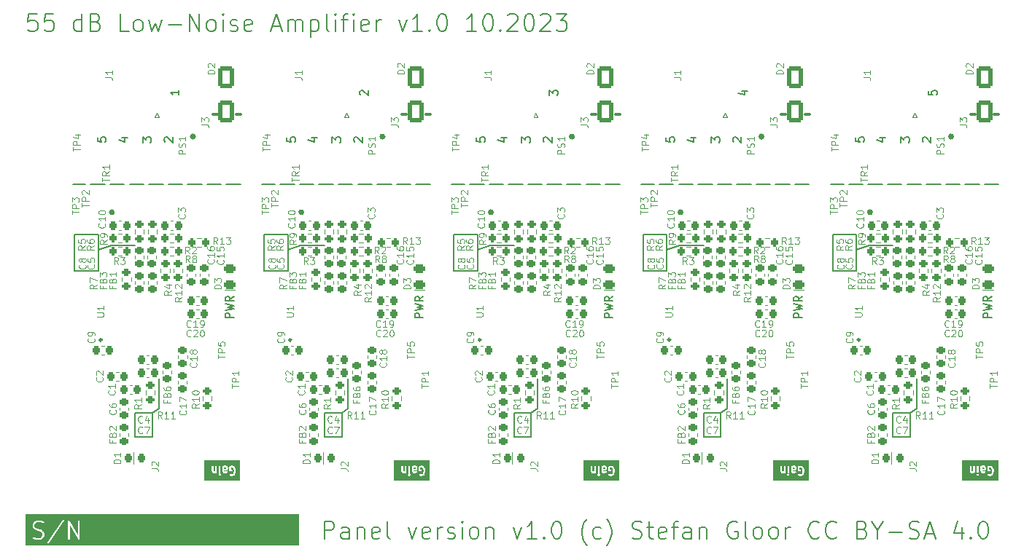
<source format=gto>
%TF.GenerationSoftware,KiCad,Pcbnew,7.0.1*%
%TF.CreationDate,2023-10-09T01:00:06+02:00*%
%TF.ProjectId,current_probe,63757272-656e-4745-9f70-726f62652e6b,rev?*%
%TF.SameCoordinates,Original*%
%TF.FileFunction,Legend,Top*%
%TF.FilePolarity,Positive*%
%FSLAX46Y46*%
G04 Gerber Fmt 4.6, Leading zero omitted, Abs format (unit mm)*
G04 Created by KiCad (PCBNEW 7.0.1) date 2023-10-09 01:00:06*
%MOMM*%
%LPD*%
G01*
G04 APERTURE LIST*
G04 Aperture macros list*
%AMRoundRect*
0 Rectangle with rounded corners*
0 $1 Rounding radius*
0 $2 $3 $4 $5 $6 $7 $8 $9 X,Y pos of 4 corners*
0 Add a 4 corners polygon primitive as box body*
4,1,4,$2,$3,$4,$5,$6,$7,$8,$9,$2,$3,0*
0 Add four circle primitives for the rounded corners*
1,1,$1+$1,$2,$3*
1,1,$1+$1,$4,$5*
1,1,$1+$1,$6,$7*
1,1,$1+$1,$8,$9*
0 Add four rect primitives between the rounded corners*
20,1,$1+$1,$2,$3,$4,$5,0*
20,1,$1+$1,$4,$5,$6,$7,0*
20,1,$1+$1,$6,$7,$8,$9,0*
20,1,$1+$1,$8,$9,$2,$3,0*%
G04 Aperture macros list end*
%ADD10C,0.200000*%
%ADD11C,0.150000*%
%ADD12C,0.120000*%
%ADD13C,0.376228*%
%ADD14C,0.283607*%
%ADD15C,0.300000*%
%ADD16C,0.360000*%
%ADD17RoundRect,0.200000X0.275000X-0.200000X0.275000X0.200000X-0.275000X0.200000X-0.275000X-0.200000X0*%
%ADD18R,1.700000X1.700000*%
%ADD19O,1.700000X1.700000*%
%ADD20RoundRect,0.225000X0.225000X0.250000X-0.225000X0.250000X-0.225000X-0.250000X0.225000X-0.250000X0*%
%ADD21R,2.250000X1.750000*%
%ADD22O,2.250000X1.750000*%
%ADD23R,0.304800X1.676400*%
%ADD24RoundRect,0.218750X0.256250X-0.218750X0.256250X0.218750X-0.256250X0.218750X-0.256250X-0.218750X0*%
%ADD25RoundRect,0.225000X-0.250000X0.225000X-0.250000X-0.225000X0.250000X-0.225000X0.250000X0.225000X0*%
%ADD26RoundRect,0.200000X-0.275000X0.200000X-0.275000X-0.200000X0.275000X-0.200000X0.275000X0.200000X0*%
%ADD27RoundRect,0.200000X-0.200000X-0.275000X0.200000X-0.275000X0.200000X0.275000X-0.200000X0.275000X0*%
%ADD28RoundRect,0.225000X-0.225000X-0.250000X0.225000X-0.250000X0.225000X0.250000X-0.225000X0.250000X0*%
%ADD29RoundRect,0.200000X0.200000X0.275000X-0.200000X0.275000X-0.200000X-0.275000X0.200000X-0.275000X0*%
%ADD30R,1.500000X5.080000*%
%ADD31RoundRect,0.218750X0.218750X0.256250X-0.218750X0.256250X-0.218750X-0.256250X0.218750X-0.256250X0*%
%ADD32C,2.000000*%
%ADD33C,1.440000*%
%ADD34RoundRect,0.250000X0.650000X-1.000000X0.650000X1.000000X-0.650000X1.000000X-0.650000X-1.000000X0*%
%ADD35RoundRect,0.225000X0.250000X-0.225000X0.250000X0.225000X-0.250000X0.225000X-0.250000X-0.225000X0*%
%ADD36RoundRect,0.218750X-0.256250X0.218750X-0.256250X-0.218750X0.256250X-0.218750X0.256250X0.218750X0*%
%ADD37R,1.650000X2.540000*%
%ADD38RoundRect,0.243750X0.456250X-0.243750X0.456250X0.243750X-0.456250X0.243750X-0.456250X-0.243750X0*%
G04 APERTURE END LIST*
D10*
X139681051Y-99828471D02*
X139633432Y-99785614D01*
X139633432Y-99785614D02*
X139585813Y-99699900D01*
X139585813Y-99699900D02*
X139585813Y-99485614D01*
X139585813Y-99485614D02*
X139633432Y-99399900D01*
X139633432Y-99399900D02*
X139681051Y-99357042D01*
X139681051Y-99357042D02*
X139776289Y-99314185D01*
X139776289Y-99314185D02*
X139871527Y-99314185D01*
X139871527Y-99314185D02*
X140014384Y-99357042D01*
X140014384Y-99357042D02*
X140585813Y-99871328D01*
X140585813Y-99871328D02*
X140585813Y-99314185D01*
X205585747Y-99357042D02*
X205585747Y-99785614D01*
X205585747Y-99785614D02*
X206061937Y-99828471D01*
X206061937Y-99828471D02*
X206014318Y-99785614D01*
X206014318Y-99785614D02*
X205966699Y-99699900D01*
X205966699Y-99699900D02*
X205966699Y-99485614D01*
X205966699Y-99485614D02*
X206014318Y-99399900D01*
X206014318Y-99399900D02*
X206061937Y-99357042D01*
X206061937Y-99357042D02*
X206157175Y-99314185D01*
X206157175Y-99314185D02*
X206395270Y-99314185D01*
X206395270Y-99314185D02*
X206490508Y-99357042D01*
X206490508Y-99357042D02*
X206538128Y-99399900D01*
X206538128Y-99399900D02*
X206585747Y-99485614D01*
X206585747Y-99485614D02*
X206585747Y-99699900D01*
X206585747Y-99699900D02*
X206538128Y-99785614D01*
X206538128Y-99785614D02*
X206490508Y-99828471D01*
X183919102Y-99399900D02*
X184585769Y-99399900D01*
X183538150Y-99614185D02*
X184252435Y-99828471D01*
X184252435Y-99828471D02*
X184252435Y-99271328D01*
X118585835Y-99314185D02*
X118585835Y-99828471D01*
X118585835Y-99571328D02*
X117585835Y-99571328D01*
X117585835Y-99571328D02*
X117728692Y-99657042D01*
X117728692Y-99657042D02*
X117823930Y-99742757D01*
X117823930Y-99742757D02*
X117871549Y-99828471D01*
X161585791Y-99871328D02*
X161585791Y-99314185D01*
X161585791Y-99314185D02*
X161966743Y-99614185D01*
X161966743Y-99614185D02*
X161966743Y-99485614D01*
X161966743Y-99485614D02*
X162014362Y-99399900D01*
X162014362Y-99399900D02*
X162061981Y-99357042D01*
X162061981Y-99357042D02*
X162157219Y-99314185D01*
X162157219Y-99314185D02*
X162395314Y-99314185D01*
X162395314Y-99314185D02*
X162490552Y-99357042D01*
X162490552Y-99357042D02*
X162538172Y-99399900D01*
X162538172Y-99399900D02*
X162585791Y-99485614D01*
X162585791Y-99485614D02*
X162585791Y-99742757D01*
X162585791Y-99742757D02*
X162538172Y-99828471D01*
X162538172Y-99828471D02*
X162490552Y-99871328D01*
D11*
X179488904Y-139560600D02*
X181488904Y-139560600D01*
X159488904Y-136810600D02*
X160238904Y-136310600D01*
X172488904Y-116060600D02*
X172488904Y-120310600D01*
X160238904Y-136310600D02*
X160238904Y-132810600D01*
X131238904Y-120310600D02*
X131238904Y-116060600D01*
X197238904Y-117810600D02*
X198738904Y-117310600D01*
X132738904Y-117310600D02*
X135488904Y-117310600D01*
X109238904Y-117810600D02*
X110738904Y-117310600D01*
X106488904Y-120310600D02*
X109238904Y-120310600D01*
X213749200Y-110250600D02*
X212099200Y-110250600D01*
X211499200Y-110250600D02*
X209849200Y-110250600D01*
X209249200Y-110250600D02*
X207599200Y-110250600D01*
X206999200Y-110250600D02*
X205349200Y-110250600D01*
X204749200Y-110250600D02*
X203099200Y-110250600D01*
X202499200Y-110250600D02*
X200849200Y-110250600D01*
X200249200Y-110250600D02*
X198599200Y-110250600D01*
X197999200Y-110250600D02*
X196349200Y-110250600D01*
X195749200Y-110250600D02*
X194249200Y-110250600D01*
X197238904Y-120310600D02*
X197238904Y-116060600D01*
X159488904Y-136810600D02*
X157488904Y-136810600D01*
X115488904Y-139560600D02*
X115488904Y-136810600D01*
X113488904Y-136810600D02*
X113488904Y-139560600D01*
X176738904Y-117310600D02*
X179488904Y-117310600D01*
X150488904Y-120310600D02*
X153238904Y-120310600D01*
X198738904Y-117310600D02*
X201488904Y-117310600D01*
X203488904Y-136810600D02*
X204238904Y-136310600D01*
X175238904Y-120310600D02*
X175238904Y-116060600D01*
X116238904Y-136310600D02*
X116238904Y-132810600D01*
X135488904Y-139560600D02*
X137488904Y-139560600D01*
X128488904Y-116060600D02*
X128488904Y-120310600D01*
X181488904Y-139560600D02*
X181488904Y-136810600D01*
X109238904Y-116060600D02*
X106488904Y-116060600D01*
X113488904Y-139560600D02*
X115488904Y-139560600D01*
X153238904Y-116060600D02*
X150488904Y-116060600D01*
X157488904Y-139560600D02*
X159488904Y-139560600D01*
X203488904Y-136810600D02*
X201488904Y-136810600D01*
X201488904Y-139560600D02*
X203488904Y-139560600D01*
X115488904Y-136810600D02*
X113488904Y-136810600D01*
X110738904Y-117310600D02*
X113488904Y-117310600D01*
X150488904Y-116060600D02*
X150488904Y-120310600D01*
X194488904Y-116060600D02*
X194488904Y-120310600D01*
X138238904Y-136310600D02*
X138238904Y-132810600D01*
X109238904Y-120310600D02*
X109238904Y-116060600D01*
X154738904Y-117310600D02*
X157488904Y-117310600D01*
X201488904Y-136810600D02*
X201488904Y-139560600D01*
X159488904Y-139560600D02*
X159488904Y-136810600D01*
X137488904Y-136810600D02*
X138238904Y-136310600D01*
X194488904Y-120310600D02*
X197238904Y-120310600D01*
X182238904Y-136310600D02*
X182238904Y-132810600D01*
X128488904Y-120310600D02*
X131238904Y-120310600D01*
X137488904Y-139560600D02*
X137488904Y-136810600D01*
X106488904Y-116060600D02*
X106488904Y-120310600D01*
X137488904Y-136810600D02*
X135488904Y-136810600D01*
X115488904Y-136810600D02*
X116238904Y-136310600D01*
X131238904Y-116060600D02*
X128488904Y-116060600D01*
X179488904Y-136810600D02*
X179488904Y-139560600D01*
X172488904Y-120310600D02*
X175238904Y-120310600D01*
X181488904Y-136810600D02*
X182238904Y-136310600D01*
X191749200Y-110250600D02*
X190099200Y-110250600D01*
X189499200Y-110250600D02*
X187849200Y-110250600D01*
X187249200Y-110250600D02*
X185599200Y-110250600D01*
X184999200Y-110250600D02*
X183349200Y-110250600D01*
X182749200Y-110250600D02*
X181099200Y-110250600D01*
X180499200Y-110250600D02*
X178849200Y-110250600D01*
X178249200Y-110250600D02*
X176599200Y-110250600D01*
X175999200Y-110250600D02*
X174349200Y-110250600D01*
X173749200Y-110250600D02*
X172249200Y-110250600D01*
X181488904Y-136810600D02*
X179488904Y-136810600D01*
X175238904Y-116060600D02*
X172488904Y-116060600D01*
X153238904Y-117810600D02*
X154738904Y-117310600D01*
X147749200Y-110250600D02*
X146099200Y-110250600D01*
X145499200Y-110250600D02*
X143849200Y-110250600D01*
X143249200Y-110250600D02*
X141599200Y-110250600D01*
X140999200Y-110250600D02*
X139349200Y-110250600D01*
X138749200Y-110250600D02*
X137099200Y-110250600D01*
X136499200Y-110250600D02*
X134849200Y-110250600D01*
X134249200Y-110250600D02*
X132599200Y-110250600D01*
X131999200Y-110250600D02*
X130349200Y-110250600D01*
X129749200Y-110250600D02*
X128249200Y-110250600D01*
X203488904Y-139560600D02*
X203488904Y-136810600D01*
X169749200Y-110250600D02*
X168099200Y-110250600D01*
X167499200Y-110250600D02*
X165849200Y-110250600D01*
X165249200Y-110250600D02*
X163599200Y-110250600D01*
X162999200Y-110250600D02*
X161349200Y-110250600D01*
X160749200Y-110250600D02*
X159099200Y-110250600D01*
X158499200Y-110250600D02*
X156849200Y-110250600D01*
X156249200Y-110250600D02*
X154599200Y-110250600D01*
X153999200Y-110250600D02*
X152349200Y-110250600D01*
X151749200Y-110250600D02*
X150249200Y-110250600D01*
X125749200Y-110250600D02*
X124099200Y-110250600D01*
X123499200Y-110250600D02*
X121849200Y-110250600D01*
X121249200Y-110250600D02*
X119599200Y-110250600D01*
X118999200Y-110250600D02*
X117349200Y-110250600D01*
X116749200Y-110250600D02*
X115099200Y-110250600D01*
X114499200Y-110250600D02*
X112849200Y-110250600D01*
X112249200Y-110250600D02*
X110599200Y-110250600D01*
X109999200Y-110250600D02*
X108349200Y-110250600D01*
X107749200Y-110250600D02*
X106249200Y-110250600D01*
X135488904Y-136810600D02*
X135488904Y-139560600D01*
X131238904Y-117810600D02*
X132738904Y-117310600D01*
X175238904Y-117810600D02*
X176738904Y-117310600D01*
X157488904Y-136810600D02*
X157488904Y-139560600D01*
X197238904Y-116060600D02*
X194488904Y-116060600D01*
X153238904Y-120310600D02*
X153238904Y-116060600D01*
X204238904Y-136310600D02*
X204238904Y-132810600D01*
D10*
X168961819Y-125700599D02*
X167961819Y-125700599D01*
X167961819Y-125700599D02*
X167961819Y-125357742D01*
X167961819Y-125357742D02*
X168009438Y-125272027D01*
X168009438Y-125272027D02*
X168057057Y-125229170D01*
X168057057Y-125229170D02*
X168152295Y-125186313D01*
X168152295Y-125186313D02*
X168295152Y-125186313D01*
X168295152Y-125186313D02*
X168390390Y-125229170D01*
X168390390Y-125229170D02*
X168438009Y-125272027D01*
X168438009Y-125272027D02*
X168485628Y-125357742D01*
X168485628Y-125357742D02*
X168485628Y-125700599D01*
X167961819Y-124886313D02*
X168961819Y-124672027D01*
X168961819Y-124672027D02*
X168247533Y-124500599D01*
X168247533Y-124500599D02*
X168961819Y-124329170D01*
X168961819Y-124329170D02*
X167961819Y-124114885D01*
X168961819Y-123257742D02*
X168485628Y-123557742D01*
X168961819Y-123772028D02*
X167961819Y-123772028D01*
X167961819Y-123772028D02*
X167961819Y-123429171D01*
X167961819Y-123429171D02*
X168009438Y-123343456D01*
X168009438Y-123343456D02*
X168057057Y-123300599D01*
X168057057Y-123300599D02*
X168152295Y-123257742D01*
X168152295Y-123257742D02*
X168295152Y-123257742D01*
X168295152Y-123257742D02*
X168390390Y-123300599D01*
X168390390Y-123300599D02*
X168438009Y-123343456D01*
X168438009Y-123343456D02*
X168485628Y-123429171D01*
X168485628Y-123429171D02*
X168485628Y-123772028D01*
D11*
X199960152Y-104833933D02*
X200626819Y-104833933D01*
X199579200Y-105072028D02*
X200293485Y-105310123D01*
X200293485Y-105310123D02*
X200293485Y-104691076D01*
X204972057Y-105310123D02*
X204924438Y-105262504D01*
X204924438Y-105262504D02*
X204876819Y-105167266D01*
X204876819Y-105167266D02*
X204876819Y-104929171D01*
X204876819Y-104929171D02*
X204924438Y-104833933D01*
X204924438Y-104833933D02*
X204972057Y-104786314D01*
X204972057Y-104786314D02*
X205067295Y-104738695D01*
X205067295Y-104738695D02*
X205162533Y-104738695D01*
X205162533Y-104738695D02*
X205305390Y-104786314D01*
X205305390Y-104786314D02*
X205876819Y-105357742D01*
X205876819Y-105357742D02*
X205876819Y-104738695D01*
X155960152Y-104833933D02*
X156626819Y-104833933D01*
X155579200Y-105072028D02*
X156293485Y-105310123D01*
X156293485Y-105310123D02*
X156293485Y-104691076D01*
D10*
X102095137Y-90421812D02*
X101142756Y-90421812D01*
X101142756Y-90421812D02*
X101047518Y-91374193D01*
X101047518Y-91374193D02*
X101142756Y-91278954D01*
X101142756Y-91278954D02*
X101333232Y-91183716D01*
X101333232Y-91183716D02*
X101809423Y-91183716D01*
X101809423Y-91183716D02*
X101999899Y-91278954D01*
X101999899Y-91278954D02*
X102095137Y-91374193D01*
X102095137Y-91374193D02*
X102190375Y-91564669D01*
X102190375Y-91564669D02*
X102190375Y-92040859D01*
X102190375Y-92040859D02*
X102095137Y-92231335D01*
X102095137Y-92231335D02*
X101999899Y-92326574D01*
X101999899Y-92326574D02*
X101809423Y-92421812D01*
X101809423Y-92421812D02*
X101333232Y-92421812D01*
X101333232Y-92421812D02*
X101142756Y-92326574D01*
X101142756Y-92326574D02*
X101047518Y-92231335D01*
X103999899Y-90421812D02*
X103047518Y-90421812D01*
X103047518Y-90421812D02*
X102952280Y-91374193D01*
X102952280Y-91374193D02*
X103047518Y-91278954D01*
X103047518Y-91278954D02*
X103237994Y-91183716D01*
X103237994Y-91183716D02*
X103714185Y-91183716D01*
X103714185Y-91183716D02*
X103904661Y-91278954D01*
X103904661Y-91278954D02*
X103999899Y-91374193D01*
X103999899Y-91374193D02*
X104095137Y-91564669D01*
X104095137Y-91564669D02*
X104095137Y-92040859D01*
X104095137Y-92040859D02*
X103999899Y-92231335D01*
X103999899Y-92231335D02*
X103904661Y-92326574D01*
X103904661Y-92326574D02*
X103714185Y-92421812D01*
X103714185Y-92421812D02*
X103237994Y-92421812D01*
X103237994Y-92421812D02*
X103047518Y-92326574D01*
X103047518Y-92326574D02*
X102952280Y-92231335D01*
X107333233Y-92421812D02*
X107333233Y-90421812D01*
X107333233Y-92326574D02*
X107142757Y-92421812D01*
X107142757Y-92421812D02*
X106761804Y-92421812D01*
X106761804Y-92421812D02*
X106571328Y-92326574D01*
X106571328Y-92326574D02*
X106476090Y-92231335D01*
X106476090Y-92231335D02*
X106380852Y-92040859D01*
X106380852Y-92040859D02*
X106380852Y-91469431D01*
X106380852Y-91469431D02*
X106476090Y-91278954D01*
X106476090Y-91278954D02*
X106571328Y-91183716D01*
X106571328Y-91183716D02*
X106761804Y-91088478D01*
X106761804Y-91088478D02*
X107142757Y-91088478D01*
X107142757Y-91088478D02*
X107333233Y-91183716D01*
X108952281Y-91374193D02*
X109237995Y-91469431D01*
X109237995Y-91469431D02*
X109333233Y-91564669D01*
X109333233Y-91564669D02*
X109428471Y-91755145D01*
X109428471Y-91755145D02*
X109428471Y-92040859D01*
X109428471Y-92040859D02*
X109333233Y-92231335D01*
X109333233Y-92231335D02*
X109237995Y-92326574D01*
X109237995Y-92326574D02*
X109047519Y-92421812D01*
X109047519Y-92421812D02*
X108285614Y-92421812D01*
X108285614Y-92421812D02*
X108285614Y-90421812D01*
X108285614Y-90421812D02*
X108952281Y-90421812D01*
X108952281Y-90421812D02*
X109142757Y-90517050D01*
X109142757Y-90517050D02*
X109237995Y-90612288D01*
X109237995Y-90612288D02*
X109333233Y-90802764D01*
X109333233Y-90802764D02*
X109333233Y-90993240D01*
X109333233Y-90993240D02*
X109237995Y-91183716D01*
X109237995Y-91183716D02*
X109142757Y-91278954D01*
X109142757Y-91278954D02*
X108952281Y-91374193D01*
X108952281Y-91374193D02*
X108285614Y-91374193D01*
X112761805Y-92421812D02*
X111809424Y-92421812D01*
X111809424Y-92421812D02*
X111809424Y-90421812D01*
X113714186Y-92421812D02*
X113523710Y-92326574D01*
X113523710Y-92326574D02*
X113428472Y-92231335D01*
X113428472Y-92231335D02*
X113333234Y-92040859D01*
X113333234Y-92040859D02*
X113333234Y-91469431D01*
X113333234Y-91469431D02*
X113428472Y-91278954D01*
X113428472Y-91278954D02*
X113523710Y-91183716D01*
X113523710Y-91183716D02*
X113714186Y-91088478D01*
X113714186Y-91088478D02*
X113999901Y-91088478D01*
X113999901Y-91088478D02*
X114190377Y-91183716D01*
X114190377Y-91183716D02*
X114285615Y-91278954D01*
X114285615Y-91278954D02*
X114380853Y-91469431D01*
X114380853Y-91469431D02*
X114380853Y-92040859D01*
X114380853Y-92040859D02*
X114285615Y-92231335D01*
X114285615Y-92231335D02*
X114190377Y-92326574D01*
X114190377Y-92326574D02*
X113999901Y-92421812D01*
X113999901Y-92421812D02*
X113714186Y-92421812D01*
X115047520Y-91088478D02*
X115428472Y-92421812D01*
X115428472Y-92421812D02*
X115809425Y-91469431D01*
X115809425Y-91469431D02*
X116190377Y-92421812D01*
X116190377Y-92421812D02*
X116571329Y-91088478D01*
X117333234Y-91659907D02*
X118857044Y-91659907D01*
X119809424Y-92421812D02*
X119809424Y-90421812D01*
X119809424Y-90421812D02*
X120952281Y-92421812D01*
X120952281Y-92421812D02*
X120952281Y-90421812D01*
X122190376Y-92421812D02*
X121999900Y-92326574D01*
X121999900Y-92326574D02*
X121904662Y-92231335D01*
X121904662Y-92231335D02*
X121809424Y-92040859D01*
X121809424Y-92040859D02*
X121809424Y-91469431D01*
X121809424Y-91469431D02*
X121904662Y-91278954D01*
X121904662Y-91278954D02*
X121999900Y-91183716D01*
X121999900Y-91183716D02*
X122190376Y-91088478D01*
X122190376Y-91088478D02*
X122476091Y-91088478D01*
X122476091Y-91088478D02*
X122666567Y-91183716D01*
X122666567Y-91183716D02*
X122761805Y-91278954D01*
X122761805Y-91278954D02*
X122857043Y-91469431D01*
X122857043Y-91469431D02*
X122857043Y-92040859D01*
X122857043Y-92040859D02*
X122761805Y-92231335D01*
X122761805Y-92231335D02*
X122666567Y-92326574D01*
X122666567Y-92326574D02*
X122476091Y-92421812D01*
X122476091Y-92421812D02*
X122190376Y-92421812D01*
X123714186Y-92421812D02*
X123714186Y-91088478D01*
X123714186Y-90421812D02*
X123618948Y-90517050D01*
X123618948Y-90517050D02*
X123714186Y-90612288D01*
X123714186Y-90612288D02*
X123809424Y-90517050D01*
X123809424Y-90517050D02*
X123714186Y-90421812D01*
X123714186Y-90421812D02*
X123714186Y-90612288D01*
X124571329Y-92326574D02*
X124761805Y-92421812D01*
X124761805Y-92421812D02*
X125142757Y-92421812D01*
X125142757Y-92421812D02*
X125333234Y-92326574D01*
X125333234Y-92326574D02*
X125428472Y-92136097D01*
X125428472Y-92136097D02*
X125428472Y-92040859D01*
X125428472Y-92040859D02*
X125333234Y-91850383D01*
X125333234Y-91850383D02*
X125142757Y-91755145D01*
X125142757Y-91755145D02*
X124857043Y-91755145D01*
X124857043Y-91755145D02*
X124666567Y-91659907D01*
X124666567Y-91659907D02*
X124571329Y-91469431D01*
X124571329Y-91469431D02*
X124571329Y-91374193D01*
X124571329Y-91374193D02*
X124666567Y-91183716D01*
X124666567Y-91183716D02*
X124857043Y-91088478D01*
X124857043Y-91088478D02*
X125142757Y-91088478D01*
X125142757Y-91088478D02*
X125333234Y-91183716D01*
X127047520Y-92326574D02*
X126857044Y-92421812D01*
X126857044Y-92421812D02*
X126476091Y-92421812D01*
X126476091Y-92421812D02*
X126285615Y-92326574D01*
X126285615Y-92326574D02*
X126190377Y-92136097D01*
X126190377Y-92136097D02*
X126190377Y-91374193D01*
X126190377Y-91374193D02*
X126285615Y-91183716D01*
X126285615Y-91183716D02*
X126476091Y-91088478D01*
X126476091Y-91088478D02*
X126857044Y-91088478D01*
X126857044Y-91088478D02*
X127047520Y-91183716D01*
X127047520Y-91183716D02*
X127142758Y-91374193D01*
X127142758Y-91374193D02*
X127142758Y-91564669D01*
X127142758Y-91564669D02*
X126190377Y-91755145D01*
X129428473Y-91850383D02*
X130380854Y-91850383D01*
X129237997Y-92421812D02*
X129904663Y-90421812D01*
X129904663Y-90421812D02*
X130571330Y-92421812D01*
X131237997Y-92421812D02*
X131237997Y-91088478D01*
X131237997Y-91278954D02*
X131333235Y-91183716D01*
X131333235Y-91183716D02*
X131523711Y-91088478D01*
X131523711Y-91088478D02*
X131809426Y-91088478D01*
X131809426Y-91088478D02*
X131999902Y-91183716D01*
X131999902Y-91183716D02*
X132095140Y-91374193D01*
X132095140Y-91374193D02*
X132095140Y-92421812D01*
X132095140Y-91374193D02*
X132190378Y-91183716D01*
X132190378Y-91183716D02*
X132380854Y-91088478D01*
X132380854Y-91088478D02*
X132666568Y-91088478D01*
X132666568Y-91088478D02*
X132857045Y-91183716D01*
X132857045Y-91183716D02*
X132952283Y-91374193D01*
X132952283Y-91374193D02*
X132952283Y-92421812D01*
X133904664Y-91088478D02*
X133904664Y-93088478D01*
X133904664Y-91183716D02*
X134095140Y-91088478D01*
X134095140Y-91088478D02*
X134476093Y-91088478D01*
X134476093Y-91088478D02*
X134666569Y-91183716D01*
X134666569Y-91183716D02*
X134761807Y-91278954D01*
X134761807Y-91278954D02*
X134857045Y-91469431D01*
X134857045Y-91469431D02*
X134857045Y-92040859D01*
X134857045Y-92040859D02*
X134761807Y-92231335D01*
X134761807Y-92231335D02*
X134666569Y-92326574D01*
X134666569Y-92326574D02*
X134476093Y-92421812D01*
X134476093Y-92421812D02*
X134095140Y-92421812D01*
X134095140Y-92421812D02*
X133904664Y-92326574D01*
X135999902Y-92421812D02*
X135809426Y-92326574D01*
X135809426Y-92326574D02*
X135714188Y-92136097D01*
X135714188Y-92136097D02*
X135714188Y-90421812D01*
X136761807Y-92421812D02*
X136761807Y-91088478D01*
X136761807Y-90421812D02*
X136666569Y-90517050D01*
X136666569Y-90517050D02*
X136761807Y-90612288D01*
X136761807Y-90612288D02*
X136857045Y-90517050D01*
X136857045Y-90517050D02*
X136761807Y-90421812D01*
X136761807Y-90421812D02*
X136761807Y-90612288D01*
X137428474Y-91088478D02*
X138190378Y-91088478D01*
X137714188Y-92421812D02*
X137714188Y-90707526D01*
X137714188Y-90707526D02*
X137809426Y-90517050D01*
X137809426Y-90517050D02*
X137999902Y-90421812D01*
X137999902Y-90421812D02*
X138190378Y-90421812D01*
X138857045Y-92421812D02*
X138857045Y-91088478D01*
X138857045Y-90421812D02*
X138761807Y-90517050D01*
X138761807Y-90517050D02*
X138857045Y-90612288D01*
X138857045Y-90612288D02*
X138952283Y-90517050D01*
X138952283Y-90517050D02*
X138857045Y-90421812D01*
X138857045Y-90421812D02*
X138857045Y-90612288D01*
X140571331Y-92326574D02*
X140380855Y-92421812D01*
X140380855Y-92421812D02*
X139999902Y-92421812D01*
X139999902Y-92421812D02*
X139809426Y-92326574D01*
X139809426Y-92326574D02*
X139714188Y-92136097D01*
X139714188Y-92136097D02*
X139714188Y-91374193D01*
X139714188Y-91374193D02*
X139809426Y-91183716D01*
X139809426Y-91183716D02*
X139999902Y-91088478D01*
X139999902Y-91088478D02*
X140380855Y-91088478D01*
X140380855Y-91088478D02*
X140571331Y-91183716D01*
X140571331Y-91183716D02*
X140666569Y-91374193D01*
X140666569Y-91374193D02*
X140666569Y-91564669D01*
X140666569Y-91564669D02*
X139714188Y-91755145D01*
X141523712Y-92421812D02*
X141523712Y-91088478D01*
X141523712Y-91469431D02*
X141618950Y-91278954D01*
X141618950Y-91278954D02*
X141714188Y-91183716D01*
X141714188Y-91183716D02*
X141904664Y-91088478D01*
X141904664Y-91088478D02*
X142095141Y-91088478D01*
X144095141Y-91088478D02*
X144571331Y-92421812D01*
X144571331Y-92421812D02*
X145047522Y-91088478D01*
X146857046Y-92421812D02*
X145714189Y-92421812D01*
X146285617Y-92421812D02*
X146285617Y-90421812D01*
X146285617Y-90421812D02*
X146095141Y-90707526D01*
X146095141Y-90707526D02*
X145904665Y-90898002D01*
X145904665Y-90898002D02*
X145714189Y-90993240D01*
X147714189Y-92231335D02*
X147809427Y-92326574D01*
X147809427Y-92326574D02*
X147714189Y-92421812D01*
X147714189Y-92421812D02*
X147618951Y-92326574D01*
X147618951Y-92326574D02*
X147714189Y-92231335D01*
X147714189Y-92231335D02*
X147714189Y-92421812D01*
X149047522Y-90421812D02*
X149237999Y-90421812D01*
X149237999Y-90421812D02*
X149428475Y-90517050D01*
X149428475Y-90517050D02*
X149523713Y-90612288D01*
X149523713Y-90612288D02*
X149618951Y-90802764D01*
X149618951Y-90802764D02*
X149714189Y-91183716D01*
X149714189Y-91183716D02*
X149714189Y-91659907D01*
X149714189Y-91659907D02*
X149618951Y-92040859D01*
X149618951Y-92040859D02*
X149523713Y-92231335D01*
X149523713Y-92231335D02*
X149428475Y-92326574D01*
X149428475Y-92326574D02*
X149237999Y-92421812D01*
X149237999Y-92421812D02*
X149047522Y-92421812D01*
X149047522Y-92421812D02*
X148857046Y-92326574D01*
X148857046Y-92326574D02*
X148761808Y-92231335D01*
X148761808Y-92231335D02*
X148666570Y-92040859D01*
X148666570Y-92040859D02*
X148571332Y-91659907D01*
X148571332Y-91659907D02*
X148571332Y-91183716D01*
X148571332Y-91183716D02*
X148666570Y-90802764D01*
X148666570Y-90802764D02*
X148761808Y-90612288D01*
X148761808Y-90612288D02*
X148857046Y-90517050D01*
X148857046Y-90517050D02*
X149047522Y-90421812D01*
X153142761Y-92421812D02*
X151999904Y-92421812D01*
X152571332Y-92421812D02*
X152571332Y-90421812D01*
X152571332Y-90421812D02*
X152380856Y-90707526D01*
X152380856Y-90707526D02*
X152190380Y-90898002D01*
X152190380Y-90898002D02*
X151999904Y-90993240D01*
X154380856Y-90421812D02*
X154571333Y-90421812D01*
X154571333Y-90421812D02*
X154761809Y-90517050D01*
X154761809Y-90517050D02*
X154857047Y-90612288D01*
X154857047Y-90612288D02*
X154952285Y-90802764D01*
X154952285Y-90802764D02*
X155047523Y-91183716D01*
X155047523Y-91183716D02*
X155047523Y-91659907D01*
X155047523Y-91659907D02*
X154952285Y-92040859D01*
X154952285Y-92040859D02*
X154857047Y-92231335D01*
X154857047Y-92231335D02*
X154761809Y-92326574D01*
X154761809Y-92326574D02*
X154571333Y-92421812D01*
X154571333Y-92421812D02*
X154380856Y-92421812D01*
X154380856Y-92421812D02*
X154190380Y-92326574D01*
X154190380Y-92326574D02*
X154095142Y-92231335D01*
X154095142Y-92231335D02*
X153999904Y-92040859D01*
X153999904Y-92040859D02*
X153904666Y-91659907D01*
X153904666Y-91659907D02*
X153904666Y-91183716D01*
X153904666Y-91183716D02*
X153999904Y-90802764D01*
X153999904Y-90802764D02*
X154095142Y-90612288D01*
X154095142Y-90612288D02*
X154190380Y-90517050D01*
X154190380Y-90517050D02*
X154380856Y-90421812D01*
X155904666Y-92231335D02*
X155999904Y-92326574D01*
X155999904Y-92326574D02*
X155904666Y-92421812D01*
X155904666Y-92421812D02*
X155809428Y-92326574D01*
X155809428Y-92326574D02*
X155904666Y-92231335D01*
X155904666Y-92231335D02*
X155904666Y-92421812D01*
X156761809Y-90612288D02*
X156857047Y-90517050D01*
X156857047Y-90517050D02*
X157047523Y-90421812D01*
X157047523Y-90421812D02*
X157523714Y-90421812D01*
X157523714Y-90421812D02*
X157714190Y-90517050D01*
X157714190Y-90517050D02*
X157809428Y-90612288D01*
X157809428Y-90612288D02*
X157904666Y-90802764D01*
X157904666Y-90802764D02*
X157904666Y-90993240D01*
X157904666Y-90993240D02*
X157809428Y-91278954D01*
X157809428Y-91278954D02*
X156666571Y-92421812D01*
X156666571Y-92421812D02*
X157904666Y-92421812D01*
X159142761Y-90421812D02*
X159333238Y-90421812D01*
X159333238Y-90421812D02*
X159523714Y-90517050D01*
X159523714Y-90517050D02*
X159618952Y-90612288D01*
X159618952Y-90612288D02*
X159714190Y-90802764D01*
X159714190Y-90802764D02*
X159809428Y-91183716D01*
X159809428Y-91183716D02*
X159809428Y-91659907D01*
X159809428Y-91659907D02*
X159714190Y-92040859D01*
X159714190Y-92040859D02*
X159618952Y-92231335D01*
X159618952Y-92231335D02*
X159523714Y-92326574D01*
X159523714Y-92326574D02*
X159333238Y-92421812D01*
X159333238Y-92421812D02*
X159142761Y-92421812D01*
X159142761Y-92421812D02*
X158952285Y-92326574D01*
X158952285Y-92326574D02*
X158857047Y-92231335D01*
X158857047Y-92231335D02*
X158761809Y-92040859D01*
X158761809Y-92040859D02*
X158666571Y-91659907D01*
X158666571Y-91659907D02*
X158666571Y-91183716D01*
X158666571Y-91183716D02*
X158761809Y-90802764D01*
X158761809Y-90802764D02*
X158857047Y-90612288D01*
X158857047Y-90612288D02*
X158952285Y-90517050D01*
X158952285Y-90517050D02*
X159142761Y-90421812D01*
X160571333Y-90612288D02*
X160666571Y-90517050D01*
X160666571Y-90517050D02*
X160857047Y-90421812D01*
X160857047Y-90421812D02*
X161333238Y-90421812D01*
X161333238Y-90421812D02*
X161523714Y-90517050D01*
X161523714Y-90517050D02*
X161618952Y-90612288D01*
X161618952Y-90612288D02*
X161714190Y-90802764D01*
X161714190Y-90802764D02*
X161714190Y-90993240D01*
X161714190Y-90993240D02*
X161618952Y-91278954D01*
X161618952Y-91278954D02*
X160476095Y-92421812D01*
X160476095Y-92421812D02*
X161714190Y-92421812D01*
X162380857Y-90421812D02*
X163618952Y-90421812D01*
X163618952Y-90421812D02*
X162952285Y-91183716D01*
X162952285Y-91183716D02*
X163238000Y-91183716D01*
X163238000Y-91183716D02*
X163428476Y-91278954D01*
X163428476Y-91278954D02*
X163523714Y-91374193D01*
X163523714Y-91374193D02*
X163618952Y-91564669D01*
X163618952Y-91564669D02*
X163618952Y-92040859D01*
X163618952Y-92040859D02*
X163523714Y-92231335D01*
X163523714Y-92231335D02*
X163428476Y-92326574D01*
X163428476Y-92326574D02*
X163238000Y-92421812D01*
X163238000Y-92421812D02*
X162666571Y-92421812D01*
X162666571Y-92421812D02*
X162476095Y-92326574D01*
X162476095Y-92326574D02*
X162380857Y-92231335D01*
D11*
X175126819Y-104786314D02*
X175126819Y-105262504D01*
X175126819Y-105262504D02*
X175603009Y-105310123D01*
X175603009Y-105310123D02*
X175555390Y-105262504D01*
X175555390Y-105262504D02*
X175507771Y-105167266D01*
X175507771Y-105167266D02*
X175507771Y-104929171D01*
X175507771Y-104929171D02*
X175555390Y-104833933D01*
X175555390Y-104833933D02*
X175603009Y-104786314D01*
X175603009Y-104786314D02*
X175698247Y-104738695D01*
X175698247Y-104738695D02*
X175936342Y-104738695D01*
X175936342Y-104738695D02*
X176031580Y-104786314D01*
X176031580Y-104786314D02*
X176079200Y-104833933D01*
X176079200Y-104833933D02*
X176126819Y-104929171D01*
X176126819Y-104929171D02*
X176126819Y-105167266D01*
X176126819Y-105167266D02*
X176079200Y-105262504D01*
X176079200Y-105262504D02*
X176031580Y-105310123D01*
D10*
X190961819Y-125700599D02*
X189961819Y-125700599D01*
X189961819Y-125700599D02*
X189961819Y-125357742D01*
X189961819Y-125357742D02*
X190009438Y-125272027D01*
X190009438Y-125272027D02*
X190057057Y-125229170D01*
X190057057Y-125229170D02*
X190152295Y-125186313D01*
X190152295Y-125186313D02*
X190295152Y-125186313D01*
X190295152Y-125186313D02*
X190390390Y-125229170D01*
X190390390Y-125229170D02*
X190438009Y-125272027D01*
X190438009Y-125272027D02*
X190485628Y-125357742D01*
X190485628Y-125357742D02*
X190485628Y-125700599D01*
X189961819Y-124886313D02*
X190961819Y-124672027D01*
X190961819Y-124672027D02*
X190247533Y-124500599D01*
X190247533Y-124500599D02*
X190961819Y-124329170D01*
X190961819Y-124329170D02*
X189961819Y-124114885D01*
X190961819Y-123257742D02*
X190485628Y-123557742D01*
X190961819Y-123772028D02*
X189961819Y-123772028D01*
X189961819Y-123772028D02*
X189961819Y-123429171D01*
X189961819Y-123429171D02*
X190009438Y-123343456D01*
X190009438Y-123343456D02*
X190057057Y-123300599D01*
X190057057Y-123300599D02*
X190152295Y-123257742D01*
X190152295Y-123257742D02*
X190295152Y-123257742D01*
X190295152Y-123257742D02*
X190390390Y-123300599D01*
X190390390Y-123300599D02*
X190438009Y-123343456D01*
X190438009Y-123343456D02*
X190485628Y-123429171D01*
X190485628Y-123429171D02*
X190485628Y-123772028D01*
G36*
X132495144Y-152252229D02*
G01*
X100747518Y-152252229D01*
X100747518Y-151896192D01*
X103324263Y-151896192D01*
X103339859Y-151952809D01*
X103383588Y-151992005D01*
X103441567Y-152001339D01*
X103495387Y-151977845D01*
X105183368Y-149445873D01*
X105708030Y-149445873D01*
X105709422Y-149448309D01*
X105709422Y-151436132D01*
X105721745Y-151478100D01*
X105766127Y-151516557D01*
X105824254Y-151524914D01*
X105877673Y-151500519D01*
X105909422Y-151451116D01*
X105909422Y-149798309D01*
X106859633Y-151461178D01*
X106864602Y-151478100D01*
X106884830Y-151495627D01*
X106904110Y-151514176D01*
X106906863Y-151514719D01*
X106908984Y-151516557D01*
X106935471Y-151520365D01*
X106961724Y-151525546D01*
X106964333Y-151524514D01*
X106967111Y-151524914D01*
X106991454Y-151513796D01*
X107016339Y-151503963D01*
X107017976Y-151501685D01*
X107020530Y-151500519D01*
X107034999Y-151478003D01*
X107050616Y-151456279D01*
X107050761Y-151453476D01*
X107052279Y-151451116D01*
X107052279Y-151424355D01*
X107053671Y-151397633D01*
X107052279Y-151395197D01*
X107052279Y-149407374D01*
X107039956Y-149365406D01*
X106995574Y-149326949D01*
X106937447Y-149318592D01*
X106884028Y-149342987D01*
X106852279Y-149392390D01*
X106852279Y-151045197D01*
X105902067Y-149382327D01*
X105897099Y-149365406D01*
X105876870Y-149347878D01*
X105857591Y-149329330D01*
X105854837Y-149328786D01*
X105852717Y-149326949D01*
X105826229Y-149323140D01*
X105799977Y-149317960D01*
X105797367Y-149318991D01*
X105794590Y-149318592D01*
X105770246Y-149329709D01*
X105745362Y-149339543D01*
X105743724Y-149341820D01*
X105741171Y-149342987D01*
X105726701Y-149365502D01*
X105711085Y-149387227D01*
X105710939Y-149390029D01*
X105709422Y-149392390D01*
X105709422Y-149419151D01*
X105708030Y-149445873D01*
X105183368Y-149445873D01*
X105233936Y-149370021D01*
X105246963Y-149328266D01*
X105231367Y-149271649D01*
X105187638Y-149232452D01*
X105129658Y-149223119D01*
X105075838Y-149246613D01*
X103337289Y-151854437D01*
X103324263Y-151896192D01*
X100747518Y-151896192D01*
X100747518Y-149813893D01*
X101610564Y-149813893D01*
X101614184Y-149822621D01*
X101614184Y-149987796D01*
X101611610Y-150011639D01*
X101620748Y-150029915D01*
X101626507Y-150049528D01*
X101633648Y-150055716D01*
X101714372Y-150217164D01*
X101717949Y-150233605D01*
X101737420Y-150253076D01*
X101756201Y-150273266D01*
X101758094Y-150273750D01*
X101825082Y-150340738D01*
X101833675Y-150355206D01*
X101858323Y-150367530D01*
X101882506Y-150380735D01*
X101884453Y-150380595D01*
X102034482Y-150455610D01*
X102042396Y-150464027D01*
X102060234Y-150468486D01*
X102063275Y-150470007D01*
X102074130Y-150471960D01*
X102441189Y-150563725D01*
X102607329Y-150646795D01*
X102679617Y-150719083D01*
X102757041Y-150873931D01*
X102757041Y-151017193D01*
X102679617Y-151172040D01*
X102607328Y-151244330D01*
X102452483Y-151321753D01*
X102016126Y-151321753D01*
X101732166Y-151227100D01*
X101688454Y-151225519D01*
X101637936Y-151255462D01*
X101611627Y-151307963D01*
X101617877Y-151366356D01*
X101654705Y-151412098D01*
X101956379Y-151512655D01*
X101970535Y-151521753D01*
X101998090Y-151521753D01*
X102025628Y-151522749D01*
X102027308Y-151521753D01*
X102470704Y-151521753D01*
X102494547Y-151524327D01*
X102512823Y-151515188D01*
X102532436Y-151509430D01*
X102538624Y-151502288D01*
X102700072Y-151421564D01*
X102716513Y-151417988D01*
X102735981Y-151398519D01*
X102756174Y-151379736D01*
X102756658Y-151377842D01*
X102823648Y-151310851D01*
X102838114Y-151302260D01*
X102850426Y-151277635D01*
X102863644Y-151253429D01*
X102863504Y-151251478D01*
X102944073Y-151090341D01*
X102957041Y-151070163D01*
X102957041Y-151049727D01*
X102960661Y-151029612D01*
X102957041Y-151020884D01*
X102957041Y-150855709D01*
X102959615Y-150831866D01*
X102950476Y-150813589D01*
X102944718Y-150793977D01*
X102937576Y-150787788D01*
X102856854Y-150626344D01*
X102853277Y-150609900D01*
X102833790Y-150590413D01*
X102815025Y-150570239D01*
X102813131Y-150569754D01*
X102746143Y-150502767D01*
X102737550Y-150488299D01*
X102712904Y-150475976D01*
X102688719Y-150462770D01*
X102686770Y-150462909D01*
X102536743Y-150387896D01*
X102528829Y-150379479D01*
X102510989Y-150375019D01*
X102507949Y-150373499D01*
X102497097Y-150371546D01*
X102130038Y-150279781D01*
X101963896Y-150196709D01*
X101891606Y-150124420D01*
X101814184Y-149969575D01*
X101814184Y-149826311D01*
X101891607Y-149671465D01*
X101963895Y-149599176D01*
X102118743Y-149521753D01*
X102555099Y-149521753D01*
X102839059Y-149616406D01*
X102882771Y-149617987D01*
X102933289Y-149588044D01*
X102959598Y-149535543D01*
X102953348Y-149477150D01*
X102916520Y-149431408D01*
X102614845Y-149330850D01*
X102600690Y-149321753D01*
X102573135Y-149321753D01*
X102545597Y-149320757D01*
X102543917Y-149321753D01*
X102100521Y-149321753D01*
X102076678Y-149319179D01*
X102058401Y-149328317D01*
X102038789Y-149334076D01*
X102032600Y-149341217D01*
X101871156Y-149421939D01*
X101854712Y-149425517D01*
X101835225Y-149445003D01*
X101815051Y-149463769D01*
X101814566Y-149465662D01*
X101747579Y-149532650D01*
X101733111Y-149541244D01*
X101720788Y-149565889D01*
X101707582Y-149590075D01*
X101707721Y-149592023D01*
X101627151Y-149753163D01*
X101614184Y-149773342D01*
X101614184Y-149793778D01*
X101610564Y-149813893D01*
X100747518Y-149813893D01*
X100747518Y-148580801D01*
X132495144Y-148580801D01*
X132495144Y-152252229D01*
G37*
D11*
X177960152Y-104833933D02*
X178626819Y-104833933D01*
X177579200Y-105072028D02*
X178293485Y-105310123D01*
X178293485Y-105310123D02*
X178293485Y-104691076D01*
X160972057Y-105310123D02*
X160924438Y-105262504D01*
X160924438Y-105262504D02*
X160876819Y-105167266D01*
X160876819Y-105167266D02*
X160876819Y-104929171D01*
X160876819Y-104929171D02*
X160924438Y-104833933D01*
X160924438Y-104833933D02*
X160972057Y-104786314D01*
X160972057Y-104786314D02*
X161067295Y-104738695D01*
X161067295Y-104738695D02*
X161162533Y-104738695D01*
X161162533Y-104738695D02*
X161305390Y-104786314D01*
X161305390Y-104786314D02*
X161876819Y-105357742D01*
X161876819Y-105357742D02*
X161876819Y-104738695D01*
D10*
G36*
X146057340Y-143156899D02*
G01*
X146077771Y-143202301D01*
X146077771Y-143254613D01*
X146057339Y-143300014D01*
X146023287Y-143318933D01*
X145849200Y-143318933D01*
X145849200Y-143144440D01*
X145860827Y-143137980D01*
X146023286Y-143137980D01*
X146057340Y-143156899D01*
G37*
G36*
X147692057Y-144693457D02*
G01*
X143529200Y-144693457D01*
X143529200Y-143977472D01*
X145174349Y-143977472D01*
X145178770Y-144004592D01*
X145182170Y-144031866D01*
X145183472Y-144033427D01*
X145183799Y-144035432D01*
X145202175Y-144055850D01*
X145219785Y-144076962D01*
X145221724Y-144077571D01*
X145231084Y-144087971D01*
X145232951Y-144094327D01*
X145249022Y-144108253D01*
X145262642Y-144124581D01*
X145270838Y-144127156D01*
X145277333Y-144132784D01*
X145285838Y-144134006D01*
X145293152Y-144138515D01*
X145306207Y-144138269D01*
X145318667Y-144142184D01*
X145326956Y-144139918D01*
X145335460Y-144141141D01*
X145343275Y-144137571D01*
X145351868Y-144137410D01*
X145362718Y-144130144D01*
X145375315Y-144126702D01*
X145381062Y-144120315D01*
X145388879Y-144116746D01*
X145393524Y-144109517D01*
X145400664Y-144104737D01*
X145405864Y-144092757D01*
X145429476Y-144066521D01*
X145443521Y-144057118D01*
X145454464Y-144031909D01*
X145466349Y-144007131D01*
X145466097Y-144005114D01*
X145466907Y-144003250D01*
X145462487Y-143976143D01*
X145459087Y-143948856D01*
X145457783Y-143947293D01*
X145457457Y-143945290D01*
X145439093Y-143924886D01*
X145421472Y-143903760D01*
X145419531Y-143903150D01*
X145410171Y-143892750D01*
X145408305Y-143886395D01*
X145392236Y-143872471D01*
X145378615Y-143856141D01*
X145370417Y-143853565D01*
X145363923Y-143847938D01*
X145355417Y-143846715D01*
X145348104Y-143842207D01*
X145335048Y-143842452D01*
X145322589Y-143838538D01*
X145314299Y-143840803D01*
X145305796Y-143839581D01*
X145297980Y-143843150D01*
X145289389Y-143843312D01*
X145278538Y-143850577D01*
X145265941Y-143854020D01*
X145260193Y-143860406D01*
X145252377Y-143863976D01*
X145247731Y-143871204D01*
X145240592Y-143875985D01*
X145235391Y-143887963D01*
X145211777Y-143914201D01*
X145197735Y-143923604D01*
X145186793Y-143948805D01*
X145174907Y-143973591D01*
X145175158Y-143975607D01*
X145174349Y-143977472D01*
X143529200Y-143977472D01*
X143529200Y-143576050D01*
X144403101Y-143576050D01*
X144412329Y-143596558D01*
X144418666Y-143618137D01*
X144424197Y-143622929D01*
X144447494Y-143674701D01*
X144447200Y-143678438D01*
X144459443Y-143701254D01*
X144463909Y-143711177D01*
X144466208Y-143713861D01*
X144474968Y-143730184D01*
X144484942Y-143735725D01*
X144492368Y-143744392D01*
X144510113Y-143749709D01*
X144583545Y-143790505D01*
X144605551Y-143804647D01*
X144623792Y-143804647D01*
X144641590Y-143808655D01*
X144652580Y-143804647D01*
X144760272Y-143804647D01*
X144786381Y-143806323D01*
X144802327Y-143797463D01*
X144819832Y-143792324D01*
X144827492Y-143783483D01*
X144829224Y-143782521D01*
X144848762Y-143799451D01*
X144906889Y-143807808D01*
X144960308Y-143783413D01*
X144992057Y-143734010D01*
X144992057Y-143719026D01*
X145220628Y-143719026D01*
X145232951Y-143760994D01*
X145277333Y-143799451D01*
X145335460Y-143807808D01*
X145388879Y-143783413D01*
X145420628Y-143734010D01*
X145420628Y-143474746D01*
X145645300Y-143474746D01*
X145649200Y-143484973D01*
X145649200Y-143554357D01*
X145645958Y-143576050D01*
X145655186Y-143596558D01*
X145661523Y-143618137D01*
X145667054Y-143622929D01*
X145690351Y-143674701D01*
X145690057Y-143678438D01*
X145702300Y-143701254D01*
X145706766Y-143711177D01*
X145709065Y-143713861D01*
X145717825Y-143730184D01*
X145727799Y-143735725D01*
X145735225Y-143744392D01*
X145752970Y-143749709D01*
X145826402Y-143790505D01*
X145848408Y-143804647D01*
X145866649Y-143804647D01*
X145884447Y-143808655D01*
X145895437Y-143804647D01*
X146045988Y-143804647D01*
X146072097Y-143806323D01*
X146088044Y-143797463D01*
X146105547Y-143792324D01*
X146113206Y-143783484D01*
X146196048Y-143737461D01*
X146226750Y-143706307D01*
X146238813Y-143648834D01*
X146217890Y-143593963D01*
X146170622Y-143559114D01*
X146112017Y-143555353D01*
X146023287Y-143604647D01*
X145903684Y-143604647D01*
X145869631Y-143585728D01*
X145849200Y-143540326D01*
X145849200Y-143525393D01*
X145860828Y-143518933D01*
X146045988Y-143518933D01*
X146072097Y-143520609D01*
X146088044Y-143511749D01*
X146105547Y-143506610D01*
X146113206Y-143497770D01*
X146142700Y-143481384D01*
X146417467Y-143481384D01*
X146426693Y-143501587D01*
X146432951Y-143522899D01*
X146438701Y-143527881D01*
X146441862Y-143534803D01*
X146460547Y-143546811D01*
X146477333Y-143561356D01*
X146484864Y-143562438D01*
X146491265Y-143566552D01*
X146513474Y-143566552D01*
X146535460Y-143569713D01*
X146542382Y-143566552D01*
X146706436Y-143566552D01*
X146748404Y-143554229D01*
X146786861Y-143509847D01*
X146795218Y-143451720D01*
X146770823Y-143398301D01*
X146721420Y-143366552D01*
X146620628Y-143366552D01*
X146620628Y-143171593D01*
X146621327Y-143170814D01*
X146709981Y-143137980D01*
X146759847Y-143137980D01*
X146848499Y-143170815D01*
X146907275Y-143236120D01*
X146939571Y-143307888D01*
X146977771Y-143477665D01*
X146977771Y-143598300D01*
X146939573Y-143768068D01*
X146907275Y-143839839D01*
X146848499Y-143905145D01*
X146759847Y-143937980D01*
X146675112Y-143937980D01*
X146599479Y-143895962D01*
X146556808Y-143886353D01*
X146501637Y-143906474D01*
X146466103Y-143953227D01*
X146461486Y-144011771D01*
X146489253Y-144063517D01*
X146597832Y-144123838D01*
X146619837Y-144137980D01*
X146638078Y-144137980D01*
X146655877Y-144141988D01*
X146666867Y-144137980D01*
X146766902Y-144137980D01*
X146784967Y-144141953D01*
X146809254Y-144132957D01*
X146834118Y-144125657D01*
X146836552Y-144122847D01*
X146936945Y-144085664D01*
X146961028Y-144079083D01*
X146974035Y-144064630D01*
X146989633Y-144053010D01*
X146993313Y-144043210D01*
X147057596Y-143971785D01*
X147071200Y-143962936D01*
X147082748Y-143937273D01*
X147094921Y-143911894D01*
X147094757Y-143910584D01*
X147118433Y-143857971D01*
X147126029Y-143850483D01*
X147130254Y-143831701D01*
X147132007Y-143827808D01*
X147133400Y-143817722D01*
X147171451Y-143648605D01*
X147177771Y-143638772D01*
X147177771Y-143620519D01*
X147178488Y-143617332D01*
X147177771Y-143606194D01*
X147177771Y-143484229D01*
X147181778Y-143473248D01*
X147177771Y-143455439D01*
X147177771Y-143452173D01*
X147174626Y-143441464D01*
X147136579Y-143272365D01*
X147138156Y-143261817D01*
X147130255Y-143244261D01*
X147129319Y-143240097D01*
X147124378Y-143231200D01*
X147088640Y-143151780D01*
X147086029Y-143135766D01*
X147067213Y-143114859D01*
X147048889Y-143093474D01*
X147047624Y-143093095D01*
X146983612Y-143021970D01*
X146968609Y-143002024D01*
X146950374Y-142995270D01*
X146933817Y-142985065D01*
X146923352Y-142985261D01*
X146822694Y-142947979D01*
X146807134Y-142937980D01*
X146781233Y-142937980D01*
X146755384Y-142936191D01*
X146752125Y-142937980D01*
X146702925Y-142937980D01*
X146684860Y-142934007D01*
X146660569Y-142943003D01*
X146635710Y-142950303D01*
X146633275Y-142953112D01*
X146532880Y-142990296D01*
X146508798Y-142996878D01*
X146495787Y-143011333D01*
X146480194Y-143022952D01*
X146476514Y-143032748D01*
X146460192Y-143050883D01*
X146452377Y-143054453D01*
X146440881Y-143072340D01*
X146436679Y-143077010D01*
X146433144Y-143084379D01*
X146420628Y-143103856D01*
X146420628Y-143110477D01*
X146417764Y-143116449D01*
X146420628Y-143139428D01*
X146420628Y-143459398D01*
X146417467Y-143481384D01*
X146142700Y-143481384D01*
X146161085Y-143471170D01*
X146164831Y-143471150D01*
X146186523Y-143457038D01*
X146196048Y-143451747D01*
X146198531Y-143449226D01*
X146214057Y-143439127D01*
X146218739Y-143428721D01*
X146226750Y-143420593D01*
X146230555Y-143402464D01*
X146265912Y-143323891D01*
X146277771Y-143305439D01*
X146277771Y-143282954D01*
X146280849Y-143260671D01*
X146277771Y-143254029D01*
X146277771Y-143188272D01*
X146281013Y-143166579D01*
X146271784Y-143146071D01*
X146265448Y-143124491D01*
X146259916Y-143119698D01*
X146236619Y-143067925D01*
X146236914Y-143064191D01*
X146224676Y-143041384D01*
X146220206Y-143031451D01*
X146217904Y-143028764D01*
X146209147Y-143012445D01*
X146199172Y-143006903D01*
X146191746Y-142998236D01*
X146173999Y-142992917D01*
X146100574Y-142952125D01*
X146078563Y-142937980D01*
X146060322Y-142937980D01*
X146042525Y-142933972D01*
X146031534Y-142937980D01*
X145838132Y-142937980D01*
X145812017Y-142936304D01*
X145796070Y-142945163D01*
X145795113Y-142945444D01*
X145792495Y-142943176D01*
X145734368Y-142934819D01*
X145680949Y-142959214D01*
X145649200Y-143008617D01*
X145649200Y-143075219D01*
X145645301Y-143093795D01*
X145649200Y-143104020D01*
X145649200Y-143456166D01*
X145645300Y-143474746D01*
X145420628Y-143474746D01*
X145420628Y-143023601D01*
X145408305Y-142981633D01*
X145363923Y-142943176D01*
X145305796Y-142934819D01*
X145252377Y-142959214D01*
X145220628Y-143008617D01*
X145220628Y-143719026D01*
X144992057Y-143719026D01*
X144992057Y-143632150D01*
X144994921Y-143626179D01*
X144992057Y-143603196D01*
X144992057Y-143023601D01*
X144979734Y-142981633D01*
X144935352Y-142943176D01*
X144877225Y-142934819D01*
X144823806Y-142959214D01*
X144792057Y-143008617D01*
X144792057Y-143571035D01*
X144786038Y-143577721D01*
X144737573Y-143604647D01*
X144660827Y-143604647D01*
X144626774Y-143585728D01*
X144606343Y-143540326D01*
X144606343Y-143023601D01*
X144594020Y-142981633D01*
X144549638Y-142943176D01*
X144491511Y-142934819D01*
X144438092Y-142959214D01*
X144406343Y-143008617D01*
X144406343Y-143554357D01*
X144403101Y-143576050D01*
X143529200Y-143576050D01*
X143529200Y-142307743D01*
X147692057Y-142307743D01*
X147692057Y-144693457D01*
G37*
D11*
X111960152Y-104833933D02*
X112626819Y-104833933D01*
X111579200Y-105072028D02*
X112293485Y-105310123D01*
X112293485Y-105310123D02*
X112293485Y-104691076D01*
D10*
X212961819Y-125700599D02*
X211961819Y-125700599D01*
X211961819Y-125700599D02*
X211961819Y-125357742D01*
X211961819Y-125357742D02*
X212009438Y-125272027D01*
X212009438Y-125272027D02*
X212057057Y-125229170D01*
X212057057Y-125229170D02*
X212152295Y-125186313D01*
X212152295Y-125186313D02*
X212295152Y-125186313D01*
X212295152Y-125186313D02*
X212390390Y-125229170D01*
X212390390Y-125229170D02*
X212438009Y-125272027D01*
X212438009Y-125272027D02*
X212485628Y-125357742D01*
X212485628Y-125357742D02*
X212485628Y-125700599D01*
X211961819Y-124886313D02*
X212961819Y-124672027D01*
X212961819Y-124672027D02*
X212247533Y-124500599D01*
X212247533Y-124500599D02*
X212961819Y-124329170D01*
X212961819Y-124329170D02*
X211961819Y-124114885D01*
X212961819Y-123257742D02*
X212485628Y-123557742D01*
X212961819Y-123772028D02*
X211961819Y-123772028D01*
X211961819Y-123772028D02*
X211961819Y-123429171D01*
X211961819Y-123429171D02*
X212009438Y-123343456D01*
X212009438Y-123343456D02*
X212057057Y-123300599D01*
X212057057Y-123300599D02*
X212152295Y-123257742D01*
X212152295Y-123257742D02*
X212295152Y-123257742D01*
X212295152Y-123257742D02*
X212390390Y-123300599D01*
X212390390Y-123300599D02*
X212438009Y-123343456D01*
X212438009Y-123343456D02*
X212485628Y-123429171D01*
X212485628Y-123429171D02*
X212485628Y-123772028D01*
D11*
X116972057Y-105310123D02*
X116924438Y-105262504D01*
X116924438Y-105262504D02*
X116876819Y-105167266D01*
X116876819Y-105167266D02*
X116876819Y-104929171D01*
X116876819Y-104929171D02*
X116924438Y-104833933D01*
X116924438Y-104833933D02*
X116972057Y-104786314D01*
X116972057Y-104786314D02*
X117067295Y-104738695D01*
X117067295Y-104738695D02*
X117162533Y-104738695D01*
X117162533Y-104738695D02*
X117305390Y-104786314D01*
X117305390Y-104786314D02*
X117876819Y-105357742D01*
X117876819Y-105357742D02*
X117876819Y-104738695D01*
X131126819Y-104786314D02*
X131126819Y-105262504D01*
X131126819Y-105262504D02*
X131603009Y-105310123D01*
X131603009Y-105310123D02*
X131555390Y-105262504D01*
X131555390Y-105262504D02*
X131507771Y-105167266D01*
X131507771Y-105167266D02*
X131507771Y-104929171D01*
X131507771Y-104929171D02*
X131555390Y-104833933D01*
X131555390Y-104833933D02*
X131603009Y-104786314D01*
X131603009Y-104786314D02*
X131698247Y-104738695D01*
X131698247Y-104738695D02*
X131936342Y-104738695D01*
X131936342Y-104738695D02*
X132031580Y-104786314D01*
X132031580Y-104786314D02*
X132079200Y-104833933D01*
X132079200Y-104833933D02*
X132126819Y-104929171D01*
X132126819Y-104929171D02*
X132126819Y-105167266D01*
X132126819Y-105167266D02*
X132079200Y-105262504D01*
X132079200Y-105262504D02*
X132031580Y-105310123D01*
D10*
X146961819Y-125700599D02*
X145961819Y-125700599D01*
X145961819Y-125700599D02*
X145961819Y-125357742D01*
X145961819Y-125357742D02*
X146009438Y-125272027D01*
X146009438Y-125272027D02*
X146057057Y-125229170D01*
X146057057Y-125229170D02*
X146152295Y-125186313D01*
X146152295Y-125186313D02*
X146295152Y-125186313D01*
X146295152Y-125186313D02*
X146390390Y-125229170D01*
X146390390Y-125229170D02*
X146438009Y-125272027D01*
X146438009Y-125272027D02*
X146485628Y-125357742D01*
X146485628Y-125357742D02*
X146485628Y-125700599D01*
X145961819Y-124886313D02*
X146961819Y-124672027D01*
X146961819Y-124672027D02*
X146247533Y-124500599D01*
X146247533Y-124500599D02*
X146961819Y-124329170D01*
X146961819Y-124329170D02*
X145961819Y-124114885D01*
X146961819Y-123257742D02*
X146485628Y-123557742D01*
X146961819Y-123772028D02*
X145961819Y-123772028D01*
X145961819Y-123772028D02*
X145961819Y-123429171D01*
X145961819Y-123429171D02*
X146009438Y-123343456D01*
X146009438Y-123343456D02*
X146057057Y-123300599D01*
X146057057Y-123300599D02*
X146152295Y-123257742D01*
X146152295Y-123257742D02*
X146295152Y-123257742D01*
X146295152Y-123257742D02*
X146390390Y-123300599D01*
X146390390Y-123300599D02*
X146438009Y-123343456D01*
X146438009Y-123343456D02*
X146485628Y-123429171D01*
X146485628Y-123429171D02*
X146485628Y-123772028D01*
D11*
X133960152Y-104833933D02*
X134626819Y-104833933D01*
X133579200Y-105072028D02*
X134293485Y-105310123D01*
X134293485Y-105310123D02*
X134293485Y-104691076D01*
X109126819Y-104786314D02*
X109126819Y-105262504D01*
X109126819Y-105262504D02*
X109603009Y-105310123D01*
X109603009Y-105310123D02*
X109555390Y-105262504D01*
X109555390Y-105262504D02*
X109507771Y-105167266D01*
X109507771Y-105167266D02*
X109507771Y-104929171D01*
X109507771Y-104929171D02*
X109555390Y-104833933D01*
X109555390Y-104833933D02*
X109603009Y-104786314D01*
X109603009Y-104786314D02*
X109698247Y-104738695D01*
X109698247Y-104738695D02*
X109936342Y-104738695D01*
X109936342Y-104738695D02*
X110031580Y-104786314D01*
X110031580Y-104786314D02*
X110079200Y-104833933D01*
X110079200Y-104833933D02*
X110126819Y-104929171D01*
X110126819Y-104929171D02*
X110126819Y-105167266D01*
X110126819Y-105167266D02*
X110079200Y-105262504D01*
X110079200Y-105262504D02*
X110031580Y-105310123D01*
D10*
G36*
X190057340Y-143156899D02*
G01*
X190077771Y-143202301D01*
X190077771Y-143254613D01*
X190057339Y-143300014D01*
X190023287Y-143318933D01*
X189849200Y-143318933D01*
X189849200Y-143144440D01*
X189860827Y-143137980D01*
X190023286Y-143137980D01*
X190057340Y-143156899D01*
G37*
G36*
X191692057Y-144693457D02*
G01*
X187529200Y-144693457D01*
X187529200Y-143977472D01*
X189174349Y-143977472D01*
X189178770Y-144004592D01*
X189182170Y-144031866D01*
X189183472Y-144033427D01*
X189183799Y-144035432D01*
X189202175Y-144055850D01*
X189219785Y-144076962D01*
X189221724Y-144077571D01*
X189231084Y-144087971D01*
X189232951Y-144094327D01*
X189249022Y-144108253D01*
X189262642Y-144124581D01*
X189270838Y-144127156D01*
X189277333Y-144132784D01*
X189285838Y-144134006D01*
X189293152Y-144138515D01*
X189306207Y-144138269D01*
X189318667Y-144142184D01*
X189326956Y-144139918D01*
X189335460Y-144141141D01*
X189343275Y-144137571D01*
X189351868Y-144137410D01*
X189362718Y-144130144D01*
X189375315Y-144126702D01*
X189381062Y-144120315D01*
X189388879Y-144116746D01*
X189393524Y-144109517D01*
X189400664Y-144104737D01*
X189405864Y-144092757D01*
X189429476Y-144066521D01*
X189443521Y-144057118D01*
X189454464Y-144031909D01*
X189466349Y-144007131D01*
X189466097Y-144005114D01*
X189466907Y-144003250D01*
X189462487Y-143976143D01*
X189459087Y-143948856D01*
X189457783Y-143947293D01*
X189457457Y-143945290D01*
X189439093Y-143924886D01*
X189421472Y-143903760D01*
X189419531Y-143903150D01*
X189410171Y-143892750D01*
X189408305Y-143886395D01*
X189392236Y-143872471D01*
X189378615Y-143856141D01*
X189370417Y-143853565D01*
X189363923Y-143847938D01*
X189355417Y-143846715D01*
X189348104Y-143842207D01*
X189335048Y-143842452D01*
X189322589Y-143838538D01*
X189314299Y-143840803D01*
X189305796Y-143839581D01*
X189297980Y-143843150D01*
X189289389Y-143843312D01*
X189278538Y-143850577D01*
X189265941Y-143854020D01*
X189260193Y-143860406D01*
X189252377Y-143863976D01*
X189247731Y-143871204D01*
X189240592Y-143875985D01*
X189235391Y-143887963D01*
X189211777Y-143914201D01*
X189197735Y-143923604D01*
X189186793Y-143948805D01*
X189174907Y-143973591D01*
X189175158Y-143975607D01*
X189174349Y-143977472D01*
X187529200Y-143977472D01*
X187529200Y-143576050D01*
X188403101Y-143576050D01*
X188412329Y-143596558D01*
X188418666Y-143618137D01*
X188424197Y-143622929D01*
X188447494Y-143674701D01*
X188447200Y-143678438D01*
X188459443Y-143701254D01*
X188463909Y-143711177D01*
X188466208Y-143713861D01*
X188474968Y-143730184D01*
X188484942Y-143735725D01*
X188492368Y-143744392D01*
X188510113Y-143749709D01*
X188583545Y-143790505D01*
X188605551Y-143804647D01*
X188623792Y-143804647D01*
X188641590Y-143808655D01*
X188652580Y-143804647D01*
X188760272Y-143804647D01*
X188786381Y-143806323D01*
X188802327Y-143797463D01*
X188819832Y-143792324D01*
X188827492Y-143783483D01*
X188829224Y-143782521D01*
X188848762Y-143799451D01*
X188906889Y-143807808D01*
X188960308Y-143783413D01*
X188992057Y-143734010D01*
X188992057Y-143719026D01*
X189220628Y-143719026D01*
X189232951Y-143760994D01*
X189277333Y-143799451D01*
X189335460Y-143807808D01*
X189388879Y-143783413D01*
X189420628Y-143734010D01*
X189420628Y-143474746D01*
X189645300Y-143474746D01*
X189649200Y-143484973D01*
X189649200Y-143554357D01*
X189645958Y-143576050D01*
X189655186Y-143596558D01*
X189661523Y-143618137D01*
X189667054Y-143622929D01*
X189690351Y-143674701D01*
X189690057Y-143678438D01*
X189702300Y-143701254D01*
X189706766Y-143711177D01*
X189709065Y-143713861D01*
X189717825Y-143730184D01*
X189727799Y-143735725D01*
X189735225Y-143744392D01*
X189752970Y-143749709D01*
X189826402Y-143790505D01*
X189848408Y-143804647D01*
X189866649Y-143804647D01*
X189884447Y-143808655D01*
X189895437Y-143804647D01*
X190045988Y-143804647D01*
X190072097Y-143806323D01*
X190088044Y-143797463D01*
X190105547Y-143792324D01*
X190113206Y-143783484D01*
X190196048Y-143737461D01*
X190226750Y-143706307D01*
X190238813Y-143648834D01*
X190217890Y-143593963D01*
X190170622Y-143559114D01*
X190112017Y-143555353D01*
X190023287Y-143604647D01*
X189903684Y-143604647D01*
X189869631Y-143585728D01*
X189849200Y-143540326D01*
X189849200Y-143525393D01*
X189860828Y-143518933D01*
X190045988Y-143518933D01*
X190072097Y-143520609D01*
X190088044Y-143511749D01*
X190105547Y-143506610D01*
X190113206Y-143497770D01*
X190142700Y-143481384D01*
X190417467Y-143481384D01*
X190426693Y-143501587D01*
X190432951Y-143522899D01*
X190438701Y-143527881D01*
X190441862Y-143534803D01*
X190460547Y-143546811D01*
X190477333Y-143561356D01*
X190484864Y-143562438D01*
X190491265Y-143566552D01*
X190513474Y-143566552D01*
X190535460Y-143569713D01*
X190542382Y-143566552D01*
X190706436Y-143566552D01*
X190748404Y-143554229D01*
X190786861Y-143509847D01*
X190795218Y-143451720D01*
X190770823Y-143398301D01*
X190721420Y-143366552D01*
X190620628Y-143366552D01*
X190620628Y-143171593D01*
X190621327Y-143170814D01*
X190709981Y-143137980D01*
X190759847Y-143137980D01*
X190848499Y-143170815D01*
X190907275Y-143236120D01*
X190939571Y-143307888D01*
X190977771Y-143477665D01*
X190977771Y-143598300D01*
X190939573Y-143768068D01*
X190907275Y-143839839D01*
X190848499Y-143905145D01*
X190759847Y-143937980D01*
X190675112Y-143937980D01*
X190599479Y-143895962D01*
X190556808Y-143886353D01*
X190501637Y-143906474D01*
X190466103Y-143953227D01*
X190461486Y-144011771D01*
X190489253Y-144063517D01*
X190597832Y-144123838D01*
X190619837Y-144137980D01*
X190638078Y-144137980D01*
X190655877Y-144141988D01*
X190666867Y-144137980D01*
X190766902Y-144137980D01*
X190784967Y-144141953D01*
X190809254Y-144132957D01*
X190834118Y-144125657D01*
X190836552Y-144122847D01*
X190936945Y-144085664D01*
X190961028Y-144079083D01*
X190974035Y-144064630D01*
X190989633Y-144053010D01*
X190993313Y-144043210D01*
X191057596Y-143971785D01*
X191071200Y-143962936D01*
X191082748Y-143937273D01*
X191094921Y-143911894D01*
X191094757Y-143910584D01*
X191118433Y-143857971D01*
X191126029Y-143850483D01*
X191130254Y-143831701D01*
X191132007Y-143827808D01*
X191133400Y-143817722D01*
X191171451Y-143648605D01*
X191177771Y-143638772D01*
X191177771Y-143620519D01*
X191178488Y-143617332D01*
X191177771Y-143606194D01*
X191177771Y-143484229D01*
X191181778Y-143473248D01*
X191177771Y-143455439D01*
X191177771Y-143452173D01*
X191174626Y-143441464D01*
X191136579Y-143272365D01*
X191138156Y-143261817D01*
X191130255Y-143244261D01*
X191129319Y-143240097D01*
X191124378Y-143231200D01*
X191088640Y-143151780D01*
X191086029Y-143135766D01*
X191067213Y-143114859D01*
X191048889Y-143093474D01*
X191047624Y-143093095D01*
X190983612Y-143021970D01*
X190968609Y-143002024D01*
X190950374Y-142995270D01*
X190933817Y-142985065D01*
X190923352Y-142985261D01*
X190822694Y-142947979D01*
X190807134Y-142937980D01*
X190781233Y-142937980D01*
X190755384Y-142936191D01*
X190752125Y-142937980D01*
X190702925Y-142937980D01*
X190684860Y-142934007D01*
X190660569Y-142943003D01*
X190635710Y-142950303D01*
X190633275Y-142953112D01*
X190532880Y-142990296D01*
X190508798Y-142996878D01*
X190495787Y-143011333D01*
X190480194Y-143022952D01*
X190476514Y-143032748D01*
X190460192Y-143050883D01*
X190452377Y-143054453D01*
X190440881Y-143072340D01*
X190436679Y-143077010D01*
X190433144Y-143084379D01*
X190420628Y-143103856D01*
X190420628Y-143110477D01*
X190417764Y-143116449D01*
X190420628Y-143139428D01*
X190420628Y-143459398D01*
X190417467Y-143481384D01*
X190142700Y-143481384D01*
X190161085Y-143471170D01*
X190164831Y-143471150D01*
X190186523Y-143457038D01*
X190196048Y-143451747D01*
X190198531Y-143449226D01*
X190214057Y-143439127D01*
X190218739Y-143428721D01*
X190226750Y-143420593D01*
X190230555Y-143402464D01*
X190265912Y-143323891D01*
X190277771Y-143305439D01*
X190277771Y-143282954D01*
X190280849Y-143260671D01*
X190277771Y-143254029D01*
X190277771Y-143188272D01*
X190281013Y-143166579D01*
X190271784Y-143146071D01*
X190265448Y-143124491D01*
X190259916Y-143119698D01*
X190236619Y-143067925D01*
X190236914Y-143064191D01*
X190224676Y-143041384D01*
X190220206Y-143031451D01*
X190217904Y-143028764D01*
X190209147Y-143012445D01*
X190199172Y-143006903D01*
X190191746Y-142998236D01*
X190173999Y-142992917D01*
X190100574Y-142952125D01*
X190078563Y-142937980D01*
X190060322Y-142937980D01*
X190042525Y-142933972D01*
X190031534Y-142937980D01*
X189838132Y-142937980D01*
X189812017Y-142936304D01*
X189796070Y-142945163D01*
X189795113Y-142945444D01*
X189792495Y-142943176D01*
X189734368Y-142934819D01*
X189680949Y-142959214D01*
X189649200Y-143008617D01*
X189649200Y-143075219D01*
X189645301Y-143093795D01*
X189649200Y-143104020D01*
X189649200Y-143456166D01*
X189645300Y-143474746D01*
X189420628Y-143474746D01*
X189420628Y-143023601D01*
X189408305Y-142981633D01*
X189363923Y-142943176D01*
X189305796Y-142934819D01*
X189252377Y-142959214D01*
X189220628Y-143008617D01*
X189220628Y-143719026D01*
X188992057Y-143719026D01*
X188992057Y-143632150D01*
X188994921Y-143626179D01*
X188992057Y-143603196D01*
X188992057Y-143023601D01*
X188979734Y-142981633D01*
X188935352Y-142943176D01*
X188877225Y-142934819D01*
X188823806Y-142959214D01*
X188792057Y-143008617D01*
X188792057Y-143571035D01*
X188786038Y-143577721D01*
X188737573Y-143604647D01*
X188660827Y-143604647D01*
X188626774Y-143585728D01*
X188606343Y-143540326D01*
X188606343Y-143023601D01*
X188594020Y-142981633D01*
X188549638Y-142943176D01*
X188491511Y-142934819D01*
X188438092Y-142959214D01*
X188406343Y-143008617D01*
X188406343Y-143554357D01*
X188403101Y-143576050D01*
X187529200Y-143576050D01*
X187529200Y-142307743D01*
X191692057Y-142307743D01*
X191692057Y-144693457D01*
G37*
G36*
X124057340Y-143156899D02*
G01*
X124077771Y-143202301D01*
X124077771Y-143254613D01*
X124057339Y-143300014D01*
X124023287Y-143318933D01*
X123849200Y-143318933D01*
X123849200Y-143144440D01*
X123860827Y-143137980D01*
X124023286Y-143137980D01*
X124057340Y-143156899D01*
G37*
G36*
X125692057Y-144693457D02*
G01*
X121529200Y-144693457D01*
X121529200Y-143977472D01*
X123174349Y-143977472D01*
X123178770Y-144004592D01*
X123182170Y-144031866D01*
X123183472Y-144033427D01*
X123183799Y-144035432D01*
X123202175Y-144055850D01*
X123219785Y-144076962D01*
X123221724Y-144077571D01*
X123231084Y-144087971D01*
X123232951Y-144094327D01*
X123249022Y-144108253D01*
X123262642Y-144124581D01*
X123270838Y-144127156D01*
X123277333Y-144132784D01*
X123285838Y-144134006D01*
X123293152Y-144138515D01*
X123306207Y-144138269D01*
X123318667Y-144142184D01*
X123326956Y-144139918D01*
X123335460Y-144141141D01*
X123343275Y-144137571D01*
X123351868Y-144137410D01*
X123362718Y-144130144D01*
X123375315Y-144126702D01*
X123381062Y-144120315D01*
X123388879Y-144116746D01*
X123393524Y-144109517D01*
X123400664Y-144104737D01*
X123405864Y-144092757D01*
X123429476Y-144066521D01*
X123443521Y-144057118D01*
X123454464Y-144031909D01*
X123466349Y-144007131D01*
X123466097Y-144005114D01*
X123466907Y-144003250D01*
X123462487Y-143976143D01*
X123459087Y-143948856D01*
X123457783Y-143947293D01*
X123457457Y-143945290D01*
X123439093Y-143924886D01*
X123421472Y-143903760D01*
X123419531Y-143903150D01*
X123410171Y-143892750D01*
X123408305Y-143886395D01*
X123392236Y-143872471D01*
X123378615Y-143856141D01*
X123370417Y-143853565D01*
X123363923Y-143847938D01*
X123355417Y-143846715D01*
X123348104Y-143842207D01*
X123335048Y-143842452D01*
X123322589Y-143838538D01*
X123314299Y-143840803D01*
X123305796Y-143839581D01*
X123297980Y-143843150D01*
X123289389Y-143843312D01*
X123278538Y-143850577D01*
X123265941Y-143854020D01*
X123260193Y-143860406D01*
X123252377Y-143863976D01*
X123247731Y-143871204D01*
X123240592Y-143875985D01*
X123235391Y-143887963D01*
X123211777Y-143914201D01*
X123197735Y-143923604D01*
X123186793Y-143948805D01*
X123174907Y-143973591D01*
X123175158Y-143975607D01*
X123174349Y-143977472D01*
X121529200Y-143977472D01*
X121529200Y-143576050D01*
X122403101Y-143576050D01*
X122412329Y-143596558D01*
X122418666Y-143618137D01*
X122424197Y-143622929D01*
X122447494Y-143674701D01*
X122447200Y-143678438D01*
X122459443Y-143701254D01*
X122463909Y-143711177D01*
X122466208Y-143713861D01*
X122474968Y-143730184D01*
X122484942Y-143735725D01*
X122492368Y-143744392D01*
X122510113Y-143749709D01*
X122583545Y-143790505D01*
X122605551Y-143804647D01*
X122623792Y-143804647D01*
X122641590Y-143808655D01*
X122652580Y-143804647D01*
X122760272Y-143804647D01*
X122786381Y-143806323D01*
X122802327Y-143797463D01*
X122819832Y-143792324D01*
X122827492Y-143783483D01*
X122829224Y-143782521D01*
X122848762Y-143799451D01*
X122906889Y-143807808D01*
X122960308Y-143783413D01*
X122992057Y-143734010D01*
X122992057Y-143719026D01*
X123220628Y-143719026D01*
X123232951Y-143760994D01*
X123277333Y-143799451D01*
X123335460Y-143807808D01*
X123388879Y-143783413D01*
X123420628Y-143734010D01*
X123420628Y-143474746D01*
X123645300Y-143474746D01*
X123649200Y-143484973D01*
X123649200Y-143554357D01*
X123645958Y-143576050D01*
X123655186Y-143596558D01*
X123661523Y-143618137D01*
X123667054Y-143622929D01*
X123690351Y-143674701D01*
X123690057Y-143678438D01*
X123702300Y-143701254D01*
X123706766Y-143711177D01*
X123709065Y-143713861D01*
X123717825Y-143730184D01*
X123727799Y-143735725D01*
X123735225Y-143744392D01*
X123752970Y-143749709D01*
X123826402Y-143790505D01*
X123848408Y-143804647D01*
X123866649Y-143804647D01*
X123884447Y-143808655D01*
X123895437Y-143804647D01*
X124045988Y-143804647D01*
X124072097Y-143806323D01*
X124088044Y-143797463D01*
X124105547Y-143792324D01*
X124113206Y-143783484D01*
X124196048Y-143737461D01*
X124226750Y-143706307D01*
X124238813Y-143648834D01*
X124217890Y-143593963D01*
X124170622Y-143559114D01*
X124112017Y-143555353D01*
X124023287Y-143604647D01*
X123903684Y-143604647D01*
X123869631Y-143585728D01*
X123849200Y-143540326D01*
X123849200Y-143525393D01*
X123860828Y-143518933D01*
X124045988Y-143518933D01*
X124072097Y-143520609D01*
X124088044Y-143511749D01*
X124105547Y-143506610D01*
X124113206Y-143497770D01*
X124142700Y-143481384D01*
X124417467Y-143481384D01*
X124426693Y-143501587D01*
X124432951Y-143522899D01*
X124438701Y-143527881D01*
X124441862Y-143534803D01*
X124460547Y-143546811D01*
X124477333Y-143561356D01*
X124484864Y-143562438D01*
X124491265Y-143566552D01*
X124513474Y-143566552D01*
X124535460Y-143569713D01*
X124542382Y-143566552D01*
X124706436Y-143566552D01*
X124748404Y-143554229D01*
X124786861Y-143509847D01*
X124795218Y-143451720D01*
X124770823Y-143398301D01*
X124721420Y-143366552D01*
X124620628Y-143366552D01*
X124620628Y-143171593D01*
X124621327Y-143170814D01*
X124709981Y-143137980D01*
X124759847Y-143137980D01*
X124848499Y-143170815D01*
X124907275Y-143236120D01*
X124939571Y-143307888D01*
X124977771Y-143477665D01*
X124977771Y-143598300D01*
X124939573Y-143768068D01*
X124907275Y-143839839D01*
X124848499Y-143905145D01*
X124759847Y-143937980D01*
X124675112Y-143937980D01*
X124599479Y-143895962D01*
X124556808Y-143886353D01*
X124501637Y-143906474D01*
X124466103Y-143953227D01*
X124461486Y-144011771D01*
X124489253Y-144063517D01*
X124597832Y-144123838D01*
X124619837Y-144137980D01*
X124638078Y-144137980D01*
X124655877Y-144141988D01*
X124666867Y-144137980D01*
X124766902Y-144137980D01*
X124784967Y-144141953D01*
X124809254Y-144132957D01*
X124834118Y-144125657D01*
X124836552Y-144122847D01*
X124936945Y-144085664D01*
X124961028Y-144079083D01*
X124974035Y-144064630D01*
X124989633Y-144053010D01*
X124993313Y-144043210D01*
X125057596Y-143971785D01*
X125071200Y-143962936D01*
X125082748Y-143937273D01*
X125094921Y-143911894D01*
X125094757Y-143910584D01*
X125118433Y-143857971D01*
X125126029Y-143850483D01*
X125130254Y-143831701D01*
X125132007Y-143827808D01*
X125133400Y-143817722D01*
X125171451Y-143648605D01*
X125177771Y-143638772D01*
X125177771Y-143620519D01*
X125178488Y-143617332D01*
X125177771Y-143606194D01*
X125177771Y-143484229D01*
X125181778Y-143473248D01*
X125177771Y-143455439D01*
X125177771Y-143452173D01*
X125174626Y-143441464D01*
X125136579Y-143272365D01*
X125138156Y-143261817D01*
X125130255Y-143244261D01*
X125129319Y-143240097D01*
X125124378Y-143231200D01*
X125088640Y-143151780D01*
X125086029Y-143135766D01*
X125067213Y-143114859D01*
X125048889Y-143093474D01*
X125047624Y-143093095D01*
X124983612Y-143021970D01*
X124968609Y-143002024D01*
X124950374Y-142995270D01*
X124933817Y-142985065D01*
X124923352Y-142985261D01*
X124822694Y-142947979D01*
X124807134Y-142937980D01*
X124781233Y-142937980D01*
X124755384Y-142936191D01*
X124752125Y-142937980D01*
X124702925Y-142937980D01*
X124684860Y-142934007D01*
X124660569Y-142943003D01*
X124635710Y-142950303D01*
X124633275Y-142953112D01*
X124532880Y-142990296D01*
X124508798Y-142996878D01*
X124495787Y-143011333D01*
X124480194Y-143022952D01*
X124476514Y-143032748D01*
X124460192Y-143050883D01*
X124452377Y-143054453D01*
X124440881Y-143072340D01*
X124436679Y-143077010D01*
X124433144Y-143084379D01*
X124420628Y-143103856D01*
X124420628Y-143110477D01*
X124417764Y-143116449D01*
X124420628Y-143139428D01*
X124420628Y-143459398D01*
X124417467Y-143481384D01*
X124142700Y-143481384D01*
X124161085Y-143471170D01*
X124164831Y-143471150D01*
X124186523Y-143457038D01*
X124196048Y-143451747D01*
X124198531Y-143449226D01*
X124214057Y-143439127D01*
X124218739Y-143428721D01*
X124226750Y-143420593D01*
X124230555Y-143402464D01*
X124265912Y-143323891D01*
X124277771Y-143305439D01*
X124277771Y-143282954D01*
X124280849Y-143260671D01*
X124277771Y-143254029D01*
X124277771Y-143188272D01*
X124281013Y-143166579D01*
X124271784Y-143146071D01*
X124265448Y-143124491D01*
X124259916Y-143119698D01*
X124236619Y-143067925D01*
X124236914Y-143064191D01*
X124224676Y-143041384D01*
X124220206Y-143031451D01*
X124217904Y-143028764D01*
X124209147Y-143012445D01*
X124199172Y-143006903D01*
X124191746Y-142998236D01*
X124173999Y-142992917D01*
X124100574Y-142952125D01*
X124078563Y-142937980D01*
X124060322Y-142937980D01*
X124042525Y-142933972D01*
X124031534Y-142937980D01*
X123838132Y-142937980D01*
X123812017Y-142936304D01*
X123796070Y-142945163D01*
X123795113Y-142945444D01*
X123792495Y-142943176D01*
X123734368Y-142934819D01*
X123680949Y-142959214D01*
X123649200Y-143008617D01*
X123649200Y-143075219D01*
X123645301Y-143093795D01*
X123649200Y-143104020D01*
X123649200Y-143456166D01*
X123645300Y-143474746D01*
X123420628Y-143474746D01*
X123420628Y-143023601D01*
X123408305Y-142981633D01*
X123363923Y-142943176D01*
X123305796Y-142934819D01*
X123252377Y-142959214D01*
X123220628Y-143008617D01*
X123220628Y-143719026D01*
X122992057Y-143719026D01*
X122992057Y-143632150D01*
X122994921Y-143626179D01*
X122992057Y-143603196D01*
X122992057Y-143023601D01*
X122979734Y-142981633D01*
X122935352Y-142943176D01*
X122877225Y-142934819D01*
X122823806Y-142959214D01*
X122792057Y-143008617D01*
X122792057Y-143571035D01*
X122786038Y-143577721D01*
X122737573Y-143604647D01*
X122660827Y-143604647D01*
X122626774Y-143585728D01*
X122606343Y-143540326D01*
X122606343Y-143023601D01*
X122594020Y-142981633D01*
X122549638Y-142943176D01*
X122491511Y-142934819D01*
X122438092Y-142959214D01*
X122406343Y-143008617D01*
X122406343Y-143554357D01*
X122403101Y-143576050D01*
X121529200Y-143576050D01*
X121529200Y-142307743D01*
X125692057Y-142307743D01*
X125692057Y-144693457D01*
G37*
D11*
X180376819Y-105357742D02*
X180376819Y-104738695D01*
X180376819Y-104738695D02*
X180757771Y-105072028D01*
X180757771Y-105072028D02*
X180757771Y-104929171D01*
X180757771Y-104929171D02*
X180805390Y-104833933D01*
X180805390Y-104833933D02*
X180853009Y-104786314D01*
X180853009Y-104786314D02*
X180948247Y-104738695D01*
X180948247Y-104738695D02*
X181186342Y-104738695D01*
X181186342Y-104738695D02*
X181281580Y-104786314D01*
X181281580Y-104786314D02*
X181329200Y-104833933D01*
X181329200Y-104833933D02*
X181376819Y-104929171D01*
X181376819Y-104929171D02*
X181376819Y-105214885D01*
X181376819Y-105214885D02*
X181329200Y-105310123D01*
X181329200Y-105310123D02*
X181281580Y-105357742D01*
X138972057Y-105310123D02*
X138924438Y-105262504D01*
X138924438Y-105262504D02*
X138876819Y-105167266D01*
X138876819Y-105167266D02*
X138876819Y-104929171D01*
X138876819Y-104929171D02*
X138924438Y-104833933D01*
X138924438Y-104833933D02*
X138972057Y-104786314D01*
X138972057Y-104786314D02*
X139067295Y-104738695D01*
X139067295Y-104738695D02*
X139162533Y-104738695D01*
X139162533Y-104738695D02*
X139305390Y-104786314D01*
X139305390Y-104786314D02*
X139876819Y-105357742D01*
X139876819Y-105357742D02*
X139876819Y-104738695D01*
X197126819Y-104786314D02*
X197126819Y-105262504D01*
X197126819Y-105262504D02*
X197603009Y-105310123D01*
X197603009Y-105310123D02*
X197555390Y-105262504D01*
X197555390Y-105262504D02*
X197507771Y-105167266D01*
X197507771Y-105167266D02*
X197507771Y-104929171D01*
X197507771Y-104929171D02*
X197555390Y-104833933D01*
X197555390Y-104833933D02*
X197603009Y-104786314D01*
X197603009Y-104786314D02*
X197698247Y-104738695D01*
X197698247Y-104738695D02*
X197936342Y-104738695D01*
X197936342Y-104738695D02*
X198031580Y-104786314D01*
X198031580Y-104786314D02*
X198079200Y-104833933D01*
X198079200Y-104833933D02*
X198126819Y-104929171D01*
X198126819Y-104929171D02*
X198126819Y-105167266D01*
X198126819Y-105167266D02*
X198079200Y-105262504D01*
X198079200Y-105262504D02*
X198031580Y-105310123D01*
X136376819Y-105357742D02*
X136376819Y-104738695D01*
X136376819Y-104738695D02*
X136757771Y-105072028D01*
X136757771Y-105072028D02*
X136757771Y-104929171D01*
X136757771Y-104929171D02*
X136805390Y-104833933D01*
X136805390Y-104833933D02*
X136853009Y-104786314D01*
X136853009Y-104786314D02*
X136948247Y-104738695D01*
X136948247Y-104738695D02*
X137186342Y-104738695D01*
X137186342Y-104738695D02*
X137281580Y-104786314D01*
X137281580Y-104786314D02*
X137329200Y-104833933D01*
X137329200Y-104833933D02*
X137376819Y-104929171D01*
X137376819Y-104929171D02*
X137376819Y-105214885D01*
X137376819Y-105214885D02*
X137329200Y-105310123D01*
X137329200Y-105310123D02*
X137281580Y-105357742D01*
X153126819Y-104786314D02*
X153126819Y-105262504D01*
X153126819Y-105262504D02*
X153603009Y-105310123D01*
X153603009Y-105310123D02*
X153555390Y-105262504D01*
X153555390Y-105262504D02*
X153507771Y-105167266D01*
X153507771Y-105167266D02*
X153507771Y-104929171D01*
X153507771Y-104929171D02*
X153555390Y-104833933D01*
X153555390Y-104833933D02*
X153603009Y-104786314D01*
X153603009Y-104786314D02*
X153698247Y-104738695D01*
X153698247Y-104738695D02*
X153936342Y-104738695D01*
X153936342Y-104738695D02*
X154031580Y-104786314D01*
X154031580Y-104786314D02*
X154079200Y-104833933D01*
X154079200Y-104833933D02*
X154126819Y-104929171D01*
X154126819Y-104929171D02*
X154126819Y-105167266D01*
X154126819Y-105167266D02*
X154079200Y-105262504D01*
X154079200Y-105262504D02*
X154031580Y-105310123D01*
D10*
X135476055Y-151421753D02*
X135476055Y-149421753D01*
X135476055Y-149421753D02*
X136237960Y-149421753D01*
X136237960Y-149421753D02*
X136428436Y-149516991D01*
X136428436Y-149516991D02*
X136523674Y-149612229D01*
X136523674Y-149612229D02*
X136618912Y-149802705D01*
X136618912Y-149802705D02*
X136618912Y-150088419D01*
X136618912Y-150088419D02*
X136523674Y-150278895D01*
X136523674Y-150278895D02*
X136428436Y-150374134D01*
X136428436Y-150374134D02*
X136237960Y-150469372D01*
X136237960Y-150469372D02*
X135476055Y-150469372D01*
X138333198Y-151421753D02*
X138333198Y-150374134D01*
X138333198Y-150374134D02*
X138237960Y-150183657D01*
X138237960Y-150183657D02*
X138047484Y-150088419D01*
X138047484Y-150088419D02*
X137666531Y-150088419D01*
X137666531Y-150088419D02*
X137476055Y-150183657D01*
X138333198Y-151326515D02*
X138142722Y-151421753D01*
X138142722Y-151421753D02*
X137666531Y-151421753D01*
X137666531Y-151421753D02*
X137476055Y-151326515D01*
X137476055Y-151326515D02*
X137380817Y-151136038D01*
X137380817Y-151136038D02*
X137380817Y-150945562D01*
X137380817Y-150945562D02*
X137476055Y-150755086D01*
X137476055Y-150755086D02*
X137666531Y-150659848D01*
X137666531Y-150659848D02*
X138142722Y-150659848D01*
X138142722Y-150659848D02*
X138333198Y-150564610D01*
X139285579Y-150088419D02*
X139285579Y-151421753D01*
X139285579Y-150278895D02*
X139380817Y-150183657D01*
X139380817Y-150183657D02*
X139571293Y-150088419D01*
X139571293Y-150088419D02*
X139857008Y-150088419D01*
X139857008Y-150088419D02*
X140047484Y-150183657D01*
X140047484Y-150183657D02*
X140142722Y-150374134D01*
X140142722Y-150374134D02*
X140142722Y-151421753D01*
X141857008Y-151326515D02*
X141666532Y-151421753D01*
X141666532Y-151421753D02*
X141285579Y-151421753D01*
X141285579Y-151421753D02*
X141095103Y-151326515D01*
X141095103Y-151326515D02*
X140999865Y-151136038D01*
X140999865Y-151136038D02*
X140999865Y-150374134D01*
X140999865Y-150374134D02*
X141095103Y-150183657D01*
X141095103Y-150183657D02*
X141285579Y-150088419D01*
X141285579Y-150088419D02*
X141666532Y-150088419D01*
X141666532Y-150088419D02*
X141857008Y-150183657D01*
X141857008Y-150183657D02*
X141952246Y-150374134D01*
X141952246Y-150374134D02*
X141952246Y-150564610D01*
X141952246Y-150564610D02*
X140999865Y-150755086D01*
X143095103Y-151421753D02*
X142904627Y-151326515D01*
X142904627Y-151326515D02*
X142809389Y-151136038D01*
X142809389Y-151136038D02*
X142809389Y-149421753D01*
X145190342Y-150088419D02*
X145666532Y-151421753D01*
X145666532Y-151421753D02*
X146142723Y-150088419D01*
X147666533Y-151326515D02*
X147476057Y-151421753D01*
X147476057Y-151421753D02*
X147095104Y-151421753D01*
X147095104Y-151421753D02*
X146904628Y-151326515D01*
X146904628Y-151326515D02*
X146809390Y-151136038D01*
X146809390Y-151136038D02*
X146809390Y-150374134D01*
X146809390Y-150374134D02*
X146904628Y-150183657D01*
X146904628Y-150183657D02*
X147095104Y-150088419D01*
X147095104Y-150088419D02*
X147476057Y-150088419D01*
X147476057Y-150088419D02*
X147666533Y-150183657D01*
X147666533Y-150183657D02*
X147761771Y-150374134D01*
X147761771Y-150374134D02*
X147761771Y-150564610D01*
X147761771Y-150564610D02*
X146809390Y-150755086D01*
X148618914Y-151421753D02*
X148618914Y-150088419D01*
X148618914Y-150469372D02*
X148714152Y-150278895D01*
X148714152Y-150278895D02*
X148809390Y-150183657D01*
X148809390Y-150183657D02*
X148999866Y-150088419D01*
X148999866Y-150088419D02*
X149190343Y-150088419D01*
X149761771Y-151326515D02*
X149952247Y-151421753D01*
X149952247Y-151421753D02*
X150333199Y-151421753D01*
X150333199Y-151421753D02*
X150523676Y-151326515D01*
X150523676Y-151326515D02*
X150618914Y-151136038D01*
X150618914Y-151136038D02*
X150618914Y-151040800D01*
X150618914Y-151040800D02*
X150523676Y-150850324D01*
X150523676Y-150850324D02*
X150333199Y-150755086D01*
X150333199Y-150755086D02*
X150047485Y-150755086D01*
X150047485Y-150755086D02*
X149857009Y-150659848D01*
X149857009Y-150659848D02*
X149761771Y-150469372D01*
X149761771Y-150469372D02*
X149761771Y-150374134D01*
X149761771Y-150374134D02*
X149857009Y-150183657D01*
X149857009Y-150183657D02*
X150047485Y-150088419D01*
X150047485Y-150088419D02*
X150333199Y-150088419D01*
X150333199Y-150088419D02*
X150523676Y-150183657D01*
X151476057Y-151421753D02*
X151476057Y-150088419D01*
X151476057Y-149421753D02*
X151380819Y-149516991D01*
X151380819Y-149516991D02*
X151476057Y-149612229D01*
X151476057Y-149612229D02*
X151571295Y-149516991D01*
X151571295Y-149516991D02*
X151476057Y-149421753D01*
X151476057Y-149421753D02*
X151476057Y-149612229D01*
X152714152Y-151421753D02*
X152523676Y-151326515D01*
X152523676Y-151326515D02*
X152428438Y-151231276D01*
X152428438Y-151231276D02*
X152333200Y-151040800D01*
X152333200Y-151040800D02*
X152333200Y-150469372D01*
X152333200Y-150469372D02*
X152428438Y-150278895D01*
X152428438Y-150278895D02*
X152523676Y-150183657D01*
X152523676Y-150183657D02*
X152714152Y-150088419D01*
X152714152Y-150088419D02*
X152999867Y-150088419D01*
X152999867Y-150088419D02*
X153190343Y-150183657D01*
X153190343Y-150183657D02*
X153285581Y-150278895D01*
X153285581Y-150278895D02*
X153380819Y-150469372D01*
X153380819Y-150469372D02*
X153380819Y-151040800D01*
X153380819Y-151040800D02*
X153285581Y-151231276D01*
X153285581Y-151231276D02*
X153190343Y-151326515D01*
X153190343Y-151326515D02*
X152999867Y-151421753D01*
X152999867Y-151421753D02*
X152714152Y-151421753D01*
X154237962Y-150088419D02*
X154237962Y-151421753D01*
X154237962Y-150278895D02*
X154333200Y-150183657D01*
X154333200Y-150183657D02*
X154523676Y-150088419D01*
X154523676Y-150088419D02*
X154809391Y-150088419D01*
X154809391Y-150088419D02*
X154999867Y-150183657D01*
X154999867Y-150183657D02*
X155095105Y-150374134D01*
X155095105Y-150374134D02*
X155095105Y-151421753D01*
X157380820Y-150088419D02*
X157857010Y-151421753D01*
X157857010Y-151421753D02*
X158333201Y-150088419D01*
X160142725Y-151421753D02*
X158999868Y-151421753D01*
X159571296Y-151421753D02*
X159571296Y-149421753D01*
X159571296Y-149421753D02*
X159380820Y-149707467D01*
X159380820Y-149707467D02*
X159190344Y-149897943D01*
X159190344Y-149897943D02*
X158999868Y-149993181D01*
X160999868Y-151231276D02*
X161095106Y-151326515D01*
X161095106Y-151326515D02*
X160999868Y-151421753D01*
X160999868Y-151421753D02*
X160904630Y-151326515D01*
X160904630Y-151326515D02*
X160999868Y-151231276D01*
X160999868Y-151231276D02*
X160999868Y-151421753D01*
X162333201Y-149421753D02*
X162523678Y-149421753D01*
X162523678Y-149421753D02*
X162714154Y-149516991D01*
X162714154Y-149516991D02*
X162809392Y-149612229D01*
X162809392Y-149612229D02*
X162904630Y-149802705D01*
X162904630Y-149802705D02*
X162999868Y-150183657D01*
X162999868Y-150183657D02*
X162999868Y-150659848D01*
X162999868Y-150659848D02*
X162904630Y-151040800D01*
X162904630Y-151040800D02*
X162809392Y-151231276D01*
X162809392Y-151231276D02*
X162714154Y-151326515D01*
X162714154Y-151326515D02*
X162523678Y-151421753D01*
X162523678Y-151421753D02*
X162333201Y-151421753D01*
X162333201Y-151421753D02*
X162142725Y-151326515D01*
X162142725Y-151326515D02*
X162047487Y-151231276D01*
X162047487Y-151231276D02*
X161952249Y-151040800D01*
X161952249Y-151040800D02*
X161857011Y-150659848D01*
X161857011Y-150659848D02*
X161857011Y-150183657D01*
X161857011Y-150183657D02*
X161952249Y-149802705D01*
X161952249Y-149802705D02*
X162047487Y-149612229D01*
X162047487Y-149612229D02*
X162142725Y-149516991D01*
X162142725Y-149516991D02*
X162333201Y-149421753D01*
X165952250Y-152183657D02*
X165857011Y-152088419D01*
X165857011Y-152088419D02*
X165666535Y-151802705D01*
X165666535Y-151802705D02*
X165571297Y-151612229D01*
X165571297Y-151612229D02*
X165476059Y-151326515D01*
X165476059Y-151326515D02*
X165380821Y-150850324D01*
X165380821Y-150850324D02*
X165380821Y-150469372D01*
X165380821Y-150469372D02*
X165476059Y-149993181D01*
X165476059Y-149993181D02*
X165571297Y-149707467D01*
X165571297Y-149707467D02*
X165666535Y-149516991D01*
X165666535Y-149516991D02*
X165857011Y-149231276D01*
X165857011Y-149231276D02*
X165952250Y-149136038D01*
X167571297Y-151326515D02*
X167380821Y-151421753D01*
X167380821Y-151421753D02*
X166999868Y-151421753D01*
X166999868Y-151421753D02*
X166809392Y-151326515D01*
X166809392Y-151326515D02*
X166714154Y-151231276D01*
X166714154Y-151231276D02*
X166618916Y-151040800D01*
X166618916Y-151040800D02*
X166618916Y-150469372D01*
X166618916Y-150469372D02*
X166714154Y-150278895D01*
X166714154Y-150278895D02*
X166809392Y-150183657D01*
X166809392Y-150183657D02*
X166999868Y-150088419D01*
X166999868Y-150088419D02*
X167380821Y-150088419D01*
X167380821Y-150088419D02*
X167571297Y-150183657D01*
X168237964Y-152183657D02*
X168333202Y-152088419D01*
X168333202Y-152088419D02*
X168523678Y-151802705D01*
X168523678Y-151802705D02*
X168618916Y-151612229D01*
X168618916Y-151612229D02*
X168714154Y-151326515D01*
X168714154Y-151326515D02*
X168809392Y-150850324D01*
X168809392Y-150850324D02*
X168809392Y-150469372D01*
X168809392Y-150469372D02*
X168714154Y-149993181D01*
X168714154Y-149993181D02*
X168618916Y-149707467D01*
X168618916Y-149707467D02*
X168523678Y-149516991D01*
X168523678Y-149516991D02*
X168333202Y-149231276D01*
X168333202Y-149231276D02*
X168237964Y-149136038D01*
X171190345Y-151326515D02*
X171476059Y-151421753D01*
X171476059Y-151421753D02*
X171952250Y-151421753D01*
X171952250Y-151421753D02*
X172142726Y-151326515D01*
X172142726Y-151326515D02*
X172237964Y-151231276D01*
X172237964Y-151231276D02*
X172333202Y-151040800D01*
X172333202Y-151040800D02*
X172333202Y-150850324D01*
X172333202Y-150850324D02*
X172237964Y-150659848D01*
X172237964Y-150659848D02*
X172142726Y-150564610D01*
X172142726Y-150564610D02*
X171952250Y-150469372D01*
X171952250Y-150469372D02*
X171571297Y-150374134D01*
X171571297Y-150374134D02*
X171380821Y-150278895D01*
X171380821Y-150278895D02*
X171285583Y-150183657D01*
X171285583Y-150183657D02*
X171190345Y-149993181D01*
X171190345Y-149993181D02*
X171190345Y-149802705D01*
X171190345Y-149802705D02*
X171285583Y-149612229D01*
X171285583Y-149612229D02*
X171380821Y-149516991D01*
X171380821Y-149516991D02*
X171571297Y-149421753D01*
X171571297Y-149421753D02*
X172047488Y-149421753D01*
X172047488Y-149421753D02*
X172333202Y-149516991D01*
X172904631Y-150088419D02*
X173666535Y-150088419D01*
X173190345Y-149421753D02*
X173190345Y-151136038D01*
X173190345Y-151136038D02*
X173285583Y-151326515D01*
X173285583Y-151326515D02*
X173476059Y-151421753D01*
X173476059Y-151421753D02*
X173666535Y-151421753D01*
X175095107Y-151326515D02*
X174904631Y-151421753D01*
X174904631Y-151421753D02*
X174523678Y-151421753D01*
X174523678Y-151421753D02*
X174333202Y-151326515D01*
X174333202Y-151326515D02*
X174237964Y-151136038D01*
X174237964Y-151136038D02*
X174237964Y-150374134D01*
X174237964Y-150374134D02*
X174333202Y-150183657D01*
X174333202Y-150183657D02*
X174523678Y-150088419D01*
X174523678Y-150088419D02*
X174904631Y-150088419D01*
X174904631Y-150088419D02*
X175095107Y-150183657D01*
X175095107Y-150183657D02*
X175190345Y-150374134D01*
X175190345Y-150374134D02*
X175190345Y-150564610D01*
X175190345Y-150564610D02*
X174237964Y-150755086D01*
X175761774Y-150088419D02*
X176523678Y-150088419D01*
X176047488Y-151421753D02*
X176047488Y-149707467D01*
X176047488Y-149707467D02*
X176142726Y-149516991D01*
X176142726Y-149516991D02*
X176333202Y-149421753D01*
X176333202Y-149421753D02*
X176523678Y-149421753D01*
X178047488Y-151421753D02*
X178047488Y-150374134D01*
X178047488Y-150374134D02*
X177952250Y-150183657D01*
X177952250Y-150183657D02*
X177761774Y-150088419D01*
X177761774Y-150088419D02*
X177380821Y-150088419D01*
X177380821Y-150088419D02*
X177190345Y-150183657D01*
X178047488Y-151326515D02*
X177857012Y-151421753D01*
X177857012Y-151421753D02*
X177380821Y-151421753D01*
X177380821Y-151421753D02*
X177190345Y-151326515D01*
X177190345Y-151326515D02*
X177095107Y-151136038D01*
X177095107Y-151136038D02*
X177095107Y-150945562D01*
X177095107Y-150945562D02*
X177190345Y-150755086D01*
X177190345Y-150755086D02*
X177380821Y-150659848D01*
X177380821Y-150659848D02*
X177857012Y-150659848D01*
X177857012Y-150659848D02*
X178047488Y-150564610D01*
X178999869Y-150088419D02*
X178999869Y-151421753D01*
X178999869Y-150278895D02*
X179095107Y-150183657D01*
X179095107Y-150183657D02*
X179285583Y-150088419D01*
X179285583Y-150088419D02*
X179571298Y-150088419D01*
X179571298Y-150088419D02*
X179761774Y-150183657D01*
X179761774Y-150183657D02*
X179857012Y-150374134D01*
X179857012Y-150374134D02*
X179857012Y-151421753D01*
X183380822Y-149516991D02*
X183190346Y-149421753D01*
X183190346Y-149421753D02*
X182904632Y-149421753D01*
X182904632Y-149421753D02*
X182618917Y-149516991D01*
X182618917Y-149516991D02*
X182428441Y-149707467D01*
X182428441Y-149707467D02*
X182333203Y-149897943D01*
X182333203Y-149897943D02*
X182237965Y-150278895D01*
X182237965Y-150278895D02*
X182237965Y-150564610D01*
X182237965Y-150564610D02*
X182333203Y-150945562D01*
X182333203Y-150945562D02*
X182428441Y-151136038D01*
X182428441Y-151136038D02*
X182618917Y-151326515D01*
X182618917Y-151326515D02*
X182904632Y-151421753D01*
X182904632Y-151421753D02*
X183095108Y-151421753D01*
X183095108Y-151421753D02*
X183380822Y-151326515D01*
X183380822Y-151326515D02*
X183476060Y-151231276D01*
X183476060Y-151231276D02*
X183476060Y-150564610D01*
X183476060Y-150564610D02*
X183095108Y-150564610D01*
X184618917Y-151421753D02*
X184428441Y-151326515D01*
X184428441Y-151326515D02*
X184333203Y-151136038D01*
X184333203Y-151136038D02*
X184333203Y-149421753D01*
X185666536Y-151421753D02*
X185476060Y-151326515D01*
X185476060Y-151326515D02*
X185380822Y-151231276D01*
X185380822Y-151231276D02*
X185285584Y-151040800D01*
X185285584Y-151040800D02*
X185285584Y-150469372D01*
X185285584Y-150469372D02*
X185380822Y-150278895D01*
X185380822Y-150278895D02*
X185476060Y-150183657D01*
X185476060Y-150183657D02*
X185666536Y-150088419D01*
X185666536Y-150088419D02*
X185952251Y-150088419D01*
X185952251Y-150088419D02*
X186142727Y-150183657D01*
X186142727Y-150183657D02*
X186237965Y-150278895D01*
X186237965Y-150278895D02*
X186333203Y-150469372D01*
X186333203Y-150469372D02*
X186333203Y-151040800D01*
X186333203Y-151040800D02*
X186237965Y-151231276D01*
X186237965Y-151231276D02*
X186142727Y-151326515D01*
X186142727Y-151326515D02*
X185952251Y-151421753D01*
X185952251Y-151421753D02*
X185666536Y-151421753D01*
X187476060Y-151421753D02*
X187285584Y-151326515D01*
X187285584Y-151326515D02*
X187190346Y-151231276D01*
X187190346Y-151231276D02*
X187095108Y-151040800D01*
X187095108Y-151040800D02*
X187095108Y-150469372D01*
X187095108Y-150469372D02*
X187190346Y-150278895D01*
X187190346Y-150278895D02*
X187285584Y-150183657D01*
X187285584Y-150183657D02*
X187476060Y-150088419D01*
X187476060Y-150088419D02*
X187761775Y-150088419D01*
X187761775Y-150088419D02*
X187952251Y-150183657D01*
X187952251Y-150183657D02*
X188047489Y-150278895D01*
X188047489Y-150278895D02*
X188142727Y-150469372D01*
X188142727Y-150469372D02*
X188142727Y-151040800D01*
X188142727Y-151040800D02*
X188047489Y-151231276D01*
X188047489Y-151231276D02*
X187952251Y-151326515D01*
X187952251Y-151326515D02*
X187761775Y-151421753D01*
X187761775Y-151421753D02*
X187476060Y-151421753D01*
X188999870Y-151421753D02*
X188999870Y-150088419D01*
X188999870Y-150469372D02*
X189095108Y-150278895D01*
X189095108Y-150278895D02*
X189190346Y-150183657D01*
X189190346Y-150183657D02*
X189380822Y-150088419D01*
X189380822Y-150088419D02*
X189571299Y-150088419D01*
X192904632Y-151231276D02*
X192809394Y-151326515D01*
X192809394Y-151326515D02*
X192523680Y-151421753D01*
X192523680Y-151421753D02*
X192333204Y-151421753D01*
X192333204Y-151421753D02*
X192047489Y-151326515D01*
X192047489Y-151326515D02*
X191857013Y-151136038D01*
X191857013Y-151136038D02*
X191761775Y-150945562D01*
X191761775Y-150945562D02*
X191666537Y-150564610D01*
X191666537Y-150564610D02*
X191666537Y-150278895D01*
X191666537Y-150278895D02*
X191761775Y-149897943D01*
X191761775Y-149897943D02*
X191857013Y-149707467D01*
X191857013Y-149707467D02*
X192047489Y-149516991D01*
X192047489Y-149516991D02*
X192333204Y-149421753D01*
X192333204Y-149421753D02*
X192523680Y-149421753D01*
X192523680Y-149421753D02*
X192809394Y-149516991D01*
X192809394Y-149516991D02*
X192904632Y-149612229D01*
X194904632Y-151231276D02*
X194809394Y-151326515D01*
X194809394Y-151326515D02*
X194523680Y-151421753D01*
X194523680Y-151421753D02*
X194333204Y-151421753D01*
X194333204Y-151421753D02*
X194047489Y-151326515D01*
X194047489Y-151326515D02*
X193857013Y-151136038D01*
X193857013Y-151136038D02*
X193761775Y-150945562D01*
X193761775Y-150945562D02*
X193666537Y-150564610D01*
X193666537Y-150564610D02*
X193666537Y-150278895D01*
X193666537Y-150278895D02*
X193761775Y-149897943D01*
X193761775Y-149897943D02*
X193857013Y-149707467D01*
X193857013Y-149707467D02*
X194047489Y-149516991D01*
X194047489Y-149516991D02*
X194333204Y-149421753D01*
X194333204Y-149421753D02*
X194523680Y-149421753D01*
X194523680Y-149421753D02*
X194809394Y-149516991D01*
X194809394Y-149516991D02*
X194904632Y-149612229D01*
X197952252Y-150374134D02*
X198237966Y-150469372D01*
X198237966Y-150469372D02*
X198333204Y-150564610D01*
X198333204Y-150564610D02*
X198428442Y-150755086D01*
X198428442Y-150755086D02*
X198428442Y-151040800D01*
X198428442Y-151040800D02*
X198333204Y-151231276D01*
X198333204Y-151231276D02*
X198237966Y-151326515D01*
X198237966Y-151326515D02*
X198047490Y-151421753D01*
X198047490Y-151421753D02*
X197285585Y-151421753D01*
X197285585Y-151421753D02*
X197285585Y-149421753D01*
X197285585Y-149421753D02*
X197952252Y-149421753D01*
X197952252Y-149421753D02*
X198142728Y-149516991D01*
X198142728Y-149516991D02*
X198237966Y-149612229D01*
X198237966Y-149612229D02*
X198333204Y-149802705D01*
X198333204Y-149802705D02*
X198333204Y-149993181D01*
X198333204Y-149993181D02*
X198237966Y-150183657D01*
X198237966Y-150183657D02*
X198142728Y-150278895D01*
X198142728Y-150278895D02*
X197952252Y-150374134D01*
X197952252Y-150374134D02*
X197285585Y-150374134D01*
X199666537Y-150469372D02*
X199666537Y-151421753D01*
X198999871Y-149421753D02*
X199666537Y-150469372D01*
X199666537Y-150469372D02*
X200333204Y-149421753D01*
X200999871Y-150659848D02*
X202523681Y-150659848D01*
X203380823Y-151326515D02*
X203666537Y-151421753D01*
X203666537Y-151421753D02*
X204142728Y-151421753D01*
X204142728Y-151421753D02*
X204333204Y-151326515D01*
X204333204Y-151326515D02*
X204428442Y-151231276D01*
X204428442Y-151231276D02*
X204523680Y-151040800D01*
X204523680Y-151040800D02*
X204523680Y-150850324D01*
X204523680Y-150850324D02*
X204428442Y-150659848D01*
X204428442Y-150659848D02*
X204333204Y-150564610D01*
X204333204Y-150564610D02*
X204142728Y-150469372D01*
X204142728Y-150469372D02*
X203761775Y-150374134D01*
X203761775Y-150374134D02*
X203571299Y-150278895D01*
X203571299Y-150278895D02*
X203476061Y-150183657D01*
X203476061Y-150183657D02*
X203380823Y-149993181D01*
X203380823Y-149993181D02*
X203380823Y-149802705D01*
X203380823Y-149802705D02*
X203476061Y-149612229D01*
X203476061Y-149612229D02*
X203571299Y-149516991D01*
X203571299Y-149516991D02*
X203761775Y-149421753D01*
X203761775Y-149421753D02*
X204237966Y-149421753D01*
X204237966Y-149421753D02*
X204523680Y-149516991D01*
X205285585Y-150850324D02*
X206237966Y-150850324D01*
X205095109Y-151421753D02*
X205761775Y-149421753D01*
X205761775Y-149421753D02*
X206428442Y-151421753D01*
X209476062Y-150088419D02*
X209476062Y-151421753D01*
X208999871Y-149326515D02*
X208523681Y-150755086D01*
X208523681Y-150755086D02*
X209761776Y-150755086D01*
X210523681Y-151231276D02*
X210618919Y-151326515D01*
X210618919Y-151326515D02*
X210523681Y-151421753D01*
X210523681Y-151421753D02*
X210428443Y-151326515D01*
X210428443Y-151326515D02*
X210523681Y-151231276D01*
X210523681Y-151231276D02*
X210523681Y-151421753D01*
X211857014Y-149421753D02*
X212047491Y-149421753D01*
X212047491Y-149421753D02*
X212237967Y-149516991D01*
X212237967Y-149516991D02*
X212333205Y-149612229D01*
X212333205Y-149612229D02*
X212428443Y-149802705D01*
X212428443Y-149802705D02*
X212523681Y-150183657D01*
X212523681Y-150183657D02*
X212523681Y-150659848D01*
X212523681Y-150659848D02*
X212428443Y-151040800D01*
X212428443Y-151040800D02*
X212333205Y-151231276D01*
X212333205Y-151231276D02*
X212237967Y-151326515D01*
X212237967Y-151326515D02*
X212047491Y-151421753D01*
X212047491Y-151421753D02*
X211857014Y-151421753D01*
X211857014Y-151421753D02*
X211666538Y-151326515D01*
X211666538Y-151326515D02*
X211571300Y-151231276D01*
X211571300Y-151231276D02*
X211476062Y-151040800D01*
X211476062Y-151040800D02*
X211380824Y-150659848D01*
X211380824Y-150659848D02*
X211380824Y-150183657D01*
X211380824Y-150183657D02*
X211476062Y-149802705D01*
X211476062Y-149802705D02*
X211571300Y-149612229D01*
X211571300Y-149612229D02*
X211666538Y-149516991D01*
X211666538Y-149516991D02*
X211857014Y-149421753D01*
G36*
X168057340Y-143156899D02*
G01*
X168077771Y-143202301D01*
X168077771Y-143254613D01*
X168057339Y-143300014D01*
X168023287Y-143318933D01*
X167849200Y-143318933D01*
X167849200Y-143144440D01*
X167860827Y-143137980D01*
X168023286Y-143137980D01*
X168057340Y-143156899D01*
G37*
G36*
X169692057Y-144693457D02*
G01*
X165529200Y-144693457D01*
X165529200Y-143977472D01*
X167174349Y-143977472D01*
X167178770Y-144004592D01*
X167182170Y-144031866D01*
X167183472Y-144033427D01*
X167183799Y-144035432D01*
X167202175Y-144055850D01*
X167219785Y-144076962D01*
X167221724Y-144077571D01*
X167231084Y-144087971D01*
X167232951Y-144094327D01*
X167249022Y-144108253D01*
X167262642Y-144124581D01*
X167270838Y-144127156D01*
X167277333Y-144132784D01*
X167285838Y-144134006D01*
X167293152Y-144138515D01*
X167306207Y-144138269D01*
X167318667Y-144142184D01*
X167326956Y-144139918D01*
X167335460Y-144141141D01*
X167343275Y-144137571D01*
X167351868Y-144137410D01*
X167362718Y-144130144D01*
X167375315Y-144126702D01*
X167381062Y-144120315D01*
X167388879Y-144116746D01*
X167393524Y-144109517D01*
X167400664Y-144104737D01*
X167405864Y-144092757D01*
X167429476Y-144066521D01*
X167443521Y-144057118D01*
X167454464Y-144031909D01*
X167466349Y-144007131D01*
X167466097Y-144005114D01*
X167466907Y-144003250D01*
X167462487Y-143976143D01*
X167459087Y-143948856D01*
X167457783Y-143947293D01*
X167457457Y-143945290D01*
X167439093Y-143924886D01*
X167421472Y-143903760D01*
X167419531Y-143903150D01*
X167410171Y-143892750D01*
X167408305Y-143886395D01*
X167392236Y-143872471D01*
X167378615Y-143856141D01*
X167370417Y-143853565D01*
X167363923Y-143847938D01*
X167355417Y-143846715D01*
X167348104Y-143842207D01*
X167335048Y-143842452D01*
X167322589Y-143838538D01*
X167314299Y-143840803D01*
X167305796Y-143839581D01*
X167297980Y-143843150D01*
X167289389Y-143843312D01*
X167278538Y-143850577D01*
X167265941Y-143854020D01*
X167260193Y-143860406D01*
X167252377Y-143863976D01*
X167247731Y-143871204D01*
X167240592Y-143875985D01*
X167235391Y-143887963D01*
X167211777Y-143914201D01*
X167197735Y-143923604D01*
X167186793Y-143948805D01*
X167174907Y-143973591D01*
X167175158Y-143975607D01*
X167174349Y-143977472D01*
X165529200Y-143977472D01*
X165529200Y-143576050D01*
X166403101Y-143576050D01*
X166412329Y-143596558D01*
X166418666Y-143618137D01*
X166424197Y-143622929D01*
X166447494Y-143674701D01*
X166447200Y-143678438D01*
X166459443Y-143701254D01*
X166463909Y-143711177D01*
X166466208Y-143713861D01*
X166474968Y-143730184D01*
X166484942Y-143735725D01*
X166492368Y-143744392D01*
X166510113Y-143749709D01*
X166583545Y-143790505D01*
X166605551Y-143804647D01*
X166623792Y-143804647D01*
X166641590Y-143808655D01*
X166652580Y-143804647D01*
X166760272Y-143804647D01*
X166786381Y-143806323D01*
X166802327Y-143797463D01*
X166819832Y-143792324D01*
X166827492Y-143783483D01*
X166829224Y-143782521D01*
X166848762Y-143799451D01*
X166906889Y-143807808D01*
X166960308Y-143783413D01*
X166992057Y-143734010D01*
X166992057Y-143719026D01*
X167220628Y-143719026D01*
X167232951Y-143760994D01*
X167277333Y-143799451D01*
X167335460Y-143807808D01*
X167388879Y-143783413D01*
X167420628Y-143734010D01*
X167420628Y-143474746D01*
X167645300Y-143474746D01*
X167649200Y-143484973D01*
X167649200Y-143554357D01*
X167645958Y-143576050D01*
X167655186Y-143596558D01*
X167661523Y-143618137D01*
X167667054Y-143622929D01*
X167690351Y-143674701D01*
X167690057Y-143678438D01*
X167702300Y-143701254D01*
X167706766Y-143711177D01*
X167709065Y-143713861D01*
X167717825Y-143730184D01*
X167727799Y-143735725D01*
X167735225Y-143744392D01*
X167752970Y-143749709D01*
X167826402Y-143790505D01*
X167848408Y-143804647D01*
X167866649Y-143804647D01*
X167884447Y-143808655D01*
X167895437Y-143804647D01*
X168045988Y-143804647D01*
X168072097Y-143806323D01*
X168088044Y-143797463D01*
X168105547Y-143792324D01*
X168113206Y-143783484D01*
X168196048Y-143737461D01*
X168226750Y-143706307D01*
X168238813Y-143648834D01*
X168217890Y-143593963D01*
X168170622Y-143559114D01*
X168112017Y-143555353D01*
X168023287Y-143604647D01*
X167903684Y-143604647D01*
X167869631Y-143585728D01*
X167849200Y-143540326D01*
X167849200Y-143525393D01*
X167860828Y-143518933D01*
X168045988Y-143518933D01*
X168072097Y-143520609D01*
X168088044Y-143511749D01*
X168105547Y-143506610D01*
X168113206Y-143497770D01*
X168142700Y-143481384D01*
X168417467Y-143481384D01*
X168426693Y-143501587D01*
X168432951Y-143522899D01*
X168438701Y-143527881D01*
X168441862Y-143534803D01*
X168460547Y-143546811D01*
X168477333Y-143561356D01*
X168484864Y-143562438D01*
X168491265Y-143566552D01*
X168513474Y-143566552D01*
X168535460Y-143569713D01*
X168542382Y-143566552D01*
X168706436Y-143566552D01*
X168748404Y-143554229D01*
X168786861Y-143509847D01*
X168795218Y-143451720D01*
X168770823Y-143398301D01*
X168721420Y-143366552D01*
X168620628Y-143366552D01*
X168620628Y-143171593D01*
X168621327Y-143170814D01*
X168709981Y-143137980D01*
X168759847Y-143137980D01*
X168848499Y-143170815D01*
X168907275Y-143236120D01*
X168939571Y-143307888D01*
X168977771Y-143477665D01*
X168977771Y-143598300D01*
X168939573Y-143768068D01*
X168907275Y-143839839D01*
X168848499Y-143905145D01*
X168759847Y-143937980D01*
X168675112Y-143937980D01*
X168599479Y-143895962D01*
X168556808Y-143886353D01*
X168501637Y-143906474D01*
X168466103Y-143953227D01*
X168461486Y-144011771D01*
X168489253Y-144063517D01*
X168597832Y-144123838D01*
X168619837Y-144137980D01*
X168638078Y-144137980D01*
X168655877Y-144141988D01*
X168666867Y-144137980D01*
X168766902Y-144137980D01*
X168784967Y-144141953D01*
X168809254Y-144132957D01*
X168834118Y-144125657D01*
X168836552Y-144122847D01*
X168936945Y-144085664D01*
X168961028Y-144079083D01*
X168974035Y-144064630D01*
X168989633Y-144053010D01*
X168993313Y-144043210D01*
X169057596Y-143971785D01*
X169071200Y-143962936D01*
X169082748Y-143937273D01*
X169094921Y-143911894D01*
X169094757Y-143910584D01*
X169118433Y-143857971D01*
X169126029Y-143850483D01*
X169130254Y-143831701D01*
X169132007Y-143827808D01*
X169133400Y-143817722D01*
X169171451Y-143648605D01*
X169177771Y-143638772D01*
X169177771Y-143620519D01*
X169178488Y-143617332D01*
X169177771Y-143606194D01*
X169177771Y-143484229D01*
X169181778Y-143473248D01*
X169177771Y-143455439D01*
X169177771Y-143452173D01*
X169174626Y-143441464D01*
X169136579Y-143272365D01*
X169138156Y-143261817D01*
X169130255Y-143244261D01*
X169129319Y-143240097D01*
X169124378Y-143231200D01*
X169088640Y-143151780D01*
X169086029Y-143135766D01*
X169067213Y-143114859D01*
X169048889Y-143093474D01*
X169047624Y-143093095D01*
X168983612Y-143021970D01*
X168968609Y-143002024D01*
X168950374Y-142995270D01*
X168933817Y-142985065D01*
X168923352Y-142985261D01*
X168822694Y-142947979D01*
X168807134Y-142937980D01*
X168781233Y-142937980D01*
X168755384Y-142936191D01*
X168752125Y-142937980D01*
X168702925Y-142937980D01*
X168684860Y-142934007D01*
X168660569Y-142943003D01*
X168635710Y-142950303D01*
X168633275Y-142953112D01*
X168532880Y-142990296D01*
X168508798Y-142996878D01*
X168495787Y-143011333D01*
X168480194Y-143022952D01*
X168476514Y-143032748D01*
X168460192Y-143050883D01*
X168452377Y-143054453D01*
X168440881Y-143072340D01*
X168436679Y-143077010D01*
X168433144Y-143084379D01*
X168420628Y-143103856D01*
X168420628Y-143110477D01*
X168417764Y-143116449D01*
X168420628Y-143139428D01*
X168420628Y-143459398D01*
X168417467Y-143481384D01*
X168142700Y-143481384D01*
X168161085Y-143471170D01*
X168164831Y-143471150D01*
X168186523Y-143457038D01*
X168196048Y-143451747D01*
X168198531Y-143449226D01*
X168214057Y-143439127D01*
X168218739Y-143428721D01*
X168226750Y-143420593D01*
X168230555Y-143402464D01*
X168265912Y-143323891D01*
X168277771Y-143305439D01*
X168277771Y-143282954D01*
X168280849Y-143260671D01*
X168277771Y-143254029D01*
X168277771Y-143188272D01*
X168281013Y-143166579D01*
X168271784Y-143146071D01*
X168265448Y-143124491D01*
X168259916Y-143119698D01*
X168236619Y-143067925D01*
X168236914Y-143064191D01*
X168224676Y-143041384D01*
X168220206Y-143031451D01*
X168217904Y-143028764D01*
X168209147Y-143012445D01*
X168199172Y-143006903D01*
X168191746Y-142998236D01*
X168173999Y-142992917D01*
X168100574Y-142952125D01*
X168078563Y-142937980D01*
X168060322Y-142937980D01*
X168042525Y-142933972D01*
X168031534Y-142937980D01*
X167838132Y-142937980D01*
X167812017Y-142936304D01*
X167796070Y-142945163D01*
X167795113Y-142945444D01*
X167792495Y-142943176D01*
X167734368Y-142934819D01*
X167680949Y-142959214D01*
X167649200Y-143008617D01*
X167649200Y-143075219D01*
X167645301Y-143093795D01*
X167649200Y-143104020D01*
X167649200Y-143456166D01*
X167645300Y-143474746D01*
X167420628Y-143474746D01*
X167420628Y-143023601D01*
X167408305Y-142981633D01*
X167363923Y-142943176D01*
X167305796Y-142934819D01*
X167252377Y-142959214D01*
X167220628Y-143008617D01*
X167220628Y-143719026D01*
X166992057Y-143719026D01*
X166992057Y-143632150D01*
X166994921Y-143626179D01*
X166992057Y-143603196D01*
X166992057Y-143023601D01*
X166979734Y-142981633D01*
X166935352Y-142943176D01*
X166877225Y-142934819D01*
X166823806Y-142959214D01*
X166792057Y-143008617D01*
X166792057Y-143571035D01*
X166786038Y-143577721D01*
X166737573Y-143604647D01*
X166660827Y-143604647D01*
X166626774Y-143585728D01*
X166606343Y-143540326D01*
X166606343Y-143023601D01*
X166594020Y-142981633D01*
X166549638Y-142943176D01*
X166491511Y-142934819D01*
X166438092Y-142959214D01*
X166406343Y-143008617D01*
X166406343Y-143554357D01*
X166403101Y-143576050D01*
X165529200Y-143576050D01*
X165529200Y-142307743D01*
X169692057Y-142307743D01*
X169692057Y-144693457D01*
G37*
D11*
X182972057Y-105310123D02*
X182924438Y-105262504D01*
X182924438Y-105262504D02*
X182876819Y-105167266D01*
X182876819Y-105167266D02*
X182876819Y-104929171D01*
X182876819Y-104929171D02*
X182924438Y-104833933D01*
X182924438Y-104833933D02*
X182972057Y-104786314D01*
X182972057Y-104786314D02*
X183067295Y-104738695D01*
X183067295Y-104738695D02*
X183162533Y-104738695D01*
X183162533Y-104738695D02*
X183305390Y-104786314D01*
X183305390Y-104786314D02*
X183876819Y-105357742D01*
X183876819Y-105357742D02*
X183876819Y-104738695D01*
D10*
X124961819Y-125700599D02*
X123961819Y-125700599D01*
X123961819Y-125700599D02*
X123961819Y-125357742D01*
X123961819Y-125357742D02*
X124009438Y-125272027D01*
X124009438Y-125272027D02*
X124057057Y-125229170D01*
X124057057Y-125229170D02*
X124152295Y-125186313D01*
X124152295Y-125186313D02*
X124295152Y-125186313D01*
X124295152Y-125186313D02*
X124390390Y-125229170D01*
X124390390Y-125229170D02*
X124438009Y-125272027D01*
X124438009Y-125272027D02*
X124485628Y-125357742D01*
X124485628Y-125357742D02*
X124485628Y-125700599D01*
X123961819Y-124886313D02*
X124961819Y-124672027D01*
X124961819Y-124672027D02*
X124247533Y-124500599D01*
X124247533Y-124500599D02*
X124961819Y-124329170D01*
X124961819Y-124329170D02*
X123961819Y-124114885D01*
X124961819Y-123257742D02*
X124485628Y-123557742D01*
X124961819Y-123772028D02*
X123961819Y-123772028D01*
X123961819Y-123772028D02*
X123961819Y-123429171D01*
X123961819Y-123429171D02*
X124009438Y-123343456D01*
X124009438Y-123343456D02*
X124057057Y-123300599D01*
X124057057Y-123300599D02*
X124152295Y-123257742D01*
X124152295Y-123257742D02*
X124295152Y-123257742D01*
X124295152Y-123257742D02*
X124390390Y-123300599D01*
X124390390Y-123300599D02*
X124438009Y-123343456D01*
X124438009Y-123343456D02*
X124485628Y-123429171D01*
X124485628Y-123429171D02*
X124485628Y-123772028D01*
D11*
X114376819Y-105357742D02*
X114376819Y-104738695D01*
X114376819Y-104738695D02*
X114757771Y-105072028D01*
X114757771Y-105072028D02*
X114757771Y-104929171D01*
X114757771Y-104929171D02*
X114805390Y-104833933D01*
X114805390Y-104833933D02*
X114853009Y-104786314D01*
X114853009Y-104786314D02*
X114948247Y-104738695D01*
X114948247Y-104738695D02*
X115186342Y-104738695D01*
X115186342Y-104738695D02*
X115281580Y-104786314D01*
X115281580Y-104786314D02*
X115329200Y-104833933D01*
X115329200Y-104833933D02*
X115376819Y-104929171D01*
X115376819Y-104929171D02*
X115376819Y-105214885D01*
X115376819Y-105214885D02*
X115329200Y-105310123D01*
X115329200Y-105310123D02*
X115281580Y-105357742D01*
X202376819Y-105357742D02*
X202376819Y-104738695D01*
X202376819Y-104738695D02*
X202757771Y-105072028D01*
X202757771Y-105072028D02*
X202757771Y-104929171D01*
X202757771Y-104929171D02*
X202805390Y-104833933D01*
X202805390Y-104833933D02*
X202853009Y-104786314D01*
X202853009Y-104786314D02*
X202948247Y-104738695D01*
X202948247Y-104738695D02*
X203186342Y-104738695D01*
X203186342Y-104738695D02*
X203281580Y-104786314D01*
X203281580Y-104786314D02*
X203329200Y-104833933D01*
X203329200Y-104833933D02*
X203376819Y-104929171D01*
X203376819Y-104929171D02*
X203376819Y-105214885D01*
X203376819Y-105214885D02*
X203329200Y-105310123D01*
X203329200Y-105310123D02*
X203281580Y-105357742D01*
X158376819Y-105357742D02*
X158376819Y-104738695D01*
X158376819Y-104738695D02*
X158757771Y-105072028D01*
X158757771Y-105072028D02*
X158757771Y-104929171D01*
X158757771Y-104929171D02*
X158805390Y-104833933D01*
X158805390Y-104833933D02*
X158853009Y-104786314D01*
X158853009Y-104786314D02*
X158948247Y-104738695D01*
X158948247Y-104738695D02*
X159186342Y-104738695D01*
X159186342Y-104738695D02*
X159281580Y-104786314D01*
X159281580Y-104786314D02*
X159329200Y-104833933D01*
X159329200Y-104833933D02*
X159376819Y-104929171D01*
X159376819Y-104929171D02*
X159376819Y-105214885D01*
X159376819Y-105214885D02*
X159329200Y-105310123D01*
X159329200Y-105310123D02*
X159281580Y-105357742D01*
D10*
G36*
X212057340Y-143156899D02*
G01*
X212077771Y-143202301D01*
X212077771Y-143254613D01*
X212057339Y-143300014D01*
X212023287Y-143318933D01*
X211849200Y-143318933D01*
X211849200Y-143144440D01*
X211860827Y-143137980D01*
X212023286Y-143137980D01*
X212057340Y-143156899D01*
G37*
G36*
X213692057Y-144693457D02*
G01*
X209529200Y-144693457D01*
X209529200Y-143977472D01*
X211174349Y-143977472D01*
X211178770Y-144004592D01*
X211182170Y-144031866D01*
X211183472Y-144033427D01*
X211183799Y-144035432D01*
X211202175Y-144055850D01*
X211219785Y-144076962D01*
X211221724Y-144077571D01*
X211231084Y-144087971D01*
X211232951Y-144094327D01*
X211249022Y-144108253D01*
X211262642Y-144124581D01*
X211270838Y-144127156D01*
X211277333Y-144132784D01*
X211285838Y-144134006D01*
X211293152Y-144138515D01*
X211306207Y-144138269D01*
X211318667Y-144142184D01*
X211326956Y-144139918D01*
X211335460Y-144141141D01*
X211343275Y-144137571D01*
X211351868Y-144137410D01*
X211362718Y-144130144D01*
X211375315Y-144126702D01*
X211381062Y-144120315D01*
X211388879Y-144116746D01*
X211393524Y-144109517D01*
X211400664Y-144104737D01*
X211405864Y-144092757D01*
X211429476Y-144066521D01*
X211443521Y-144057118D01*
X211454464Y-144031909D01*
X211466349Y-144007131D01*
X211466097Y-144005114D01*
X211466907Y-144003250D01*
X211462487Y-143976143D01*
X211459087Y-143948856D01*
X211457783Y-143947293D01*
X211457457Y-143945290D01*
X211439093Y-143924886D01*
X211421472Y-143903760D01*
X211419531Y-143903150D01*
X211410171Y-143892750D01*
X211408305Y-143886395D01*
X211392236Y-143872471D01*
X211378615Y-143856141D01*
X211370417Y-143853565D01*
X211363923Y-143847938D01*
X211355417Y-143846715D01*
X211348104Y-143842207D01*
X211335048Y-143842452D01*
X211322589Y-143838538D01*
X211314299Y-143840803D01*
X211305796Y-143839581D01*
X211297980Y-143843150D01*
X211289389Y-143843312D01*
X211278538Y-143850577D01*
X211265941Y-143854020D01*
X211260193Y-143860406D01*
X211252377Y-143863976D01*
X211247731Y-143871204D01*
X211240592Y-143875985D01*
X211235391Y-143887963D01*
X211211777Y-143914201D01*
X211197735Y-143923604D01*
X211186793Y-143948805D01*
X211174907Y-143973591D01*
X211175158Y-143975607D01*
X211174349Y-143977472D01*
X209529200Y-143977472D01*
X209529200Y-143576050D01*
X210403101Y-143576050D01*
X210412329Y-143596558D01*
X210418666Y-143618137D01*
X210424197Y-143622929D01*
X210447494Y-143674701D01*
X210447200Y-143678438D01*
X210459443Y-143701254D01*
X210463909Y-143711177D01*
X210466208Y-143713861D01*
X210474968Y-143730184D01*
X210484942Y-143735725D01*
X210492368Y-143744392D01*
X210510113Y-143749709D01*
X210583545Y-143790505D01*
X210605551Y-143804647D01*
X210623792Y-143804647D01*
X210641590Y-143808655D01*
X210652580Y-143804647D01*
X210760272Y-143804647D01*
X210786381Y-143806323D01*
X210802327Y-143797463D01*
X210819832Y-143792324D01*
X210827492Y-143783483D01*
X210829224Y-143782521D01*
X210848762Y-143799451D01*
X210906889Y-143807808D01*
X210960308Y-143783413D01*
X210992057Y-143734010D01*
X210992057Y-143719026D01*
X211220628Y-143719026D01*
X211232951Y-143760994D01*
X211277333Y-143799451D01*
X211335460Y-143807808D01*
X211388879Y-143783413D01*
X211420628Y-143734010D01*
X211420628Y-143474746D01*
X211645300Y-143474746D01*
X211649200Y-143484973D01*
X211649200Y-143554357D01*
X211645958Y-143576050D01*
X211655186Y-143596558D01*
X211661523Y-143618137D01*
X211667054Y-143622929D01*
X211690351Y-143674701D01*
X211690057Y-143678438D01*
X211702300Y-143701254D01*
X211706766Y-143711177D01*
X211709065Y-143713861D01*
X211717825Y-143730184D01*
X211727799Y-143735725D01*
X211735225Y-143744392D01*
X211752970Y-143749709D01*
X211826402Y-143790505D01*
X211848408Y-143804647D01*
X211866649Y-143804647D01*
X211884447Y-143808655D01*
X211895437Y-143804647D01*
X212045988Y-143804647D01*
X212072097Y-143806323D01*
X212088044Y-143797463D01*
X212105547Y-143792324D01*
X212113206Y-143783484D01*
X212196048Y-143737461D01*
X212226750Y-143706307D01*
X212238813Y-143648834D01*
X212217890Y-143593963D01*
X212170622Y-143559114D01*
X212112017Y-143555353D01*
X212023287Y-143604647D01*
X211903684Y-143604647D01*
X211869631Y-143585728D01*
X211849200Y-143540326D01*
X211849200Y-143525393D01*
X211860828Y-143518933D01*
X212045988Y-143518933D01*
X212072097Y-143520609D01*
X212088044Y-143511749D01*
X212105547Y-143506610D01*
X212113206Y-143497770D01*
X212142700Y-143481384D01*
X212417467Y-143481384D01*
X212426693Y-143501587D01*
X212432951Y-143522899D01*
X212438701Y-143527881D01*
X212441862Y-143534803D01*
X212460547Y-143546811D01*
X212477333Y-143561356D01*
X212484864Y-143562438D01*
X212491265Y-143566552D01*
X212513474Y-143566552D01*
X212535460Y-143569713D01*
X212542382Y-143566552D01*
X212706436Y-143566552D01*
X212748404Y-143554229D01*
X212786861Y-143509847D01*
X212795218Y-143451720D01*
X212770823Y-143398301D01*
X212721420Y-143366552D01*
X212620628Y-143366552D01*
X212620628Y-143171593D01*
X212621327Y-143170814D01*
X212709981Y-143137980D01*
X212759847Y-143137980D01*
X212848499Y-143170815D01*
X212907275Y-143236120D01*
X212939571Y-143307888D01*
X212977771Y-143477665D01*
X212977771Y-143598300D01*
X212939573Y-143768068D01*
X212907275Y-143839839D01*
X212848499Y-143905145D01*
X212759847Y-143937980D01*
X212675112Y-143937980D01*
X212599479Y-143895962D01*
X212556808Y-143886353D01*
X212501637Y-143906474D01*
X212466103Y-143953227D01*
X212461486Y-144011771D01*
X212489253Y-144063517D01*
X212597832Y-144123838D01*
X212619837Y-144137980D01*
X212638078Y-144137980D01*
X212655877Y-144141988D01*
X212666867Y-144137980D01*
X212766902Y-144137980D01*
X212784967Y-144141953D01*
X212809254Y-144132957D01*
X212834118Y-144125657D01*
X212836552Y-144122847D01*
X212936945Y-144085664D01*
X212961028Y-144079083D01*
X212974035Y-144064630D01*
X212989633Y-144053010D01*
X212993313Y-144043210D01*
X213057596Y-143971785D01*
X213071200Y-143962936D01*
X213082748Y-143937273D01*
X213094921Y-143911894D01*
X213094757Y-143910584D01*
X213118433Y-143857971D01*
X213126029Y-143850483D01*
X213130254Y-143831701D01*
X213132007Y-143827808D01*
X213133400Y-143817722D01*
X213171451Y-143648605D01*
X213177771Y-143638772D01*
X213177771Y-143620519D01*
X213178488Y-143617332D01*
X213177771Y-143606194D01*
X213177771Y-143484229D01*
X213181778Y-143473248D01*
X213177771Y-143455439D01*
X213177771Y-143452173D01*
X213174626Y-143441464D01*
X213136579Y-143272365D01*
X213138156Y-143261817D01*
X213130255Y-143244261D01*
X213129319Y-143240097D01*
X213124378Y-143231200D01*
X213088640Y-143151780D01*
X213086029Y-143135766D01*
X213067213Y-143114859D01*
X213048889Y-143093474D01*
X213047624Y-143093095D01*
X212983612Y-143021970D01*
X212968609Y-143002024D01*
X212950374Y-142995270D01*
X212933817Y-142985065D01*
X212923352Y-142985261D01*
X212822694Y-142947979D01*
X212807134Y-142937980D01*
X212781233Y-142937980D01*
X212755384Y-142936191D01*
X212752125Y-142937980D01*
X212702925Y-142937980D01*
X212684860Y-142934007D01*
X212660569Y-142943003D01*
X212635710Y-142950303D01*
X212633275Y-142953112D01*
X212532880Y-142990296D01*
X212508798Y-142996878D01*
X212495787Y-143011333D01*
X212480194Y-143022952D01*
X212476514Y-143032748D01*
X212460192Y-143050883D01*
X212452377Y-143054453D01*
X212440881Y-143072340D01*
X212436679Y-143077010D01*
X212433144Y-143084379D01*
X212420628Y-143103856D01*
X212420628Y-143110477D01*
X212417764Y-143116449D01*
X212420628Y-143139428D01*
X212420628Y-143459398D01*
X212417467Y-143481384D01*
X212142700Y-143481384D01*
X212161085Y-143471170D01*
X212164831Y-143471150D01*
X212186523Y-143457038D01*
X212196048Y-143451747D01*
X212198531Y-143449226D01*
X212214057Y-143439127D01*
X212218739Y-143428721D01*
X212226750Y-143420593D01*
X212230555Y-143402464D01*
X212265912Y-143323891D01*
X212277771Y-143305439D01*
X212277771Y-143282954D01*
X212280849Y-143260671D01*
X212277771Y-143254029D01*
X212277771Y-143188272D01*
X212281013Y-143166579D01*
X212271784Y-143146071D01*
X212265448Y-143124491D01*
X212259916Y-143119698D01*
X212236619Y-143067925D01*
X212236914Y-143064191D01*
X212224676Y-143041384D01*
X212220206Y-143031451D01*
X212217904Y-143028764D01*
X212209147Y-143012445D01*
X212199172Y-143006903D01*
X212191746Y-142998236D01*
X212173999Y-142992917D01*
X212100574Y-142952125D01*
X212078563Y-142937980D01*
X212060322Y-142937980D01*
X212042525Y-142933972D01*
X212031534Y-142937980D01*
X211838132Y-142937980D01*
X211812017Y-142936304D01*
X211796070Y-142945163D01*
X211795113Y-142945444D01*
X211792495Y-142943176D01*
X211734368Y-142934819D01*
X211680949Y-142959214D01*
X211649200Y-143008617D01*
X211649200Y-143075219D01*
X211645301Y-143093795D01*
X211649200Y-143104020D01*
X211649200Y-143456166D01*
X211645300Y-143474746D01*
X211420628Y-143474746D01*
X211420628Y-143023601D01*
X211408305Y-142981633D01*
X211363923Y-142943176D01*
X211305796Y-142934819D01*
X211252377Y-142959214D01*
X211220628Y-143008617D01*
X211220628Y-143719026D01*
X210992057Y-143719026D01*
X210992057Y-143632150D01*
X210994921Y-143626179D01*
X210992057Y-143603196D01*
X210992057Y-143023601D01*
X210979734Y-142981633D01*
X210935352Y-142943176D01*
X210877225Y-142934819D01*
X210823806Y-142959214D01*
X210792057Y-143008617D01*
X210792057Y-143571035D01*
X210786038Y-143577721D01*
X210737573Y-143604647D01*
X210660827Y-143604647D01*
X210626774Y-143585728D01*
X210606343Y-143540326D01*
X210606343Y-143023601D01*
X210594020Y-142981633D01*
X210549638Y-142943176D01*
X210491511Y-142934819D01*
X210438092Y-142959214D01*
X210406343Y-143008617D01*
X210406343Y-143554357D01*
X210403101Y-143576050D01*
X209529200Y-143576050D01*
X209529200Y-142307743D01*
X213692057Y-142307743D01*
X213692057Y-144693457D01*
G37*
D12*
%TO.C,R12*%
X162939295Y-123352980D02*
X162558342Y-123619647D01*
X162939295Y-123810123D02*
X162139295Y-123810123D01*
X162139295Y-123810123D02*
X162139295Y-123505361D01*
X162139295Y-123505361D02*
X162177390Y-123429171D01*
X162177390Y-123429171D02*
X162215485Y-123391076D01*
X162215485Y-123391076D02*
X162291676Y-123352980D01*
X162291676Y-123352980D02*
X162405961Y-123352980D01*
X162405961Y-123352980D02*
X162482152Y-123391076D01*
X162482152Y-123391076D02*
X162520247Y-123429171D01*
X162520247Y-123429171D02*
X162558342Y-123505361D01*
X162558342Y-123505361D02*
X162558342Y-123810123D01*
X162939295Y-122591076D02*
X162939295Y-123048219D01*
X162939295Y-122819647D02*
X162139295Y-122819647D01*
X162139295Y-122819647D02*
X162253580Y-122895838D01*
X162253580Y-122895838D02*
X162329771Y-122972028D01*
X162329771Y-122972028D02*
X162367866Y-123048219D01*
X162215485Y-122286314D02*
X162177390Y-122248218D01*
X162177390Y-122248218D02*
X162139295Y-122172028D01*
X162139295Y-122172028D02*
X162139295Y-121981552D01*
X162139295Y-121981552D02*
X162177390Y-121905361D01*
X162177390Y-121905361D02*
X162215485Y-121867266D01*
X162215485Y-121867266D02*
X162291676Y-121829171D01*
X162291676Y-121829171D02*
X162367866Y-121829171D01*
X162367866Y-121829171D02*
X162482152Y-121867266D01*
X162482152Y-121867266D02*
X162939295Y-122324409D01*
X162939295Y-122324409D02*
X162939295Y-121829171D01*
%TO.C,J3*%
X121224295Y-103267266D02*
X121795723Y-103267266D01*
X121795723Y-103267266D02*
X121910009Y-103305361D01*
X121910009Y-103305361D02*
X121986200Y-103381552D01*
X121986200Y-103381552D02*
X122024295Y-103495837D01*
X122024295Y-103495837D02*
X122024295Y-103572028D01*
X121224295Y-102962504D02*
X121224295Y-102467266D01*
X121224295Y-102467266D02*
X121529057Y-102733932D01*
X121529057Y-102733932D02*
X121529057Y-102619647D01*
X121529057Y-102619647D02*
X121567152Y-102543456D01*
X121567152Y-102543456D02*
X121605247Y-102505361D01*
X121605247Y-102505361D02*
X121681438Y-102467266D01*
X121681438Y-102467266D02*
X121871914Y-102467266D01*
X121871914Y-102467266D02*
X121948104Y-102505361D01*
X121948104Y-102505361D02*
X121986200Y-102543456D01*
X121986200Y-102543456D02*
X122024295Y-102619647D01*
X122024295Y-102619647D02*
X122024295Y-102848218D01*
X122024295Y-102848218D02*
X121986200Y-102924409D01*
X121986200Y-102924409D02*
X121948104Y-102962504D01*
%TO.C,C4*%
X180350986Y-137870319D02*
X180312890Y-137908415D01*
X180312890Y-137908415D02*
X180198605Y-137946510D01*
X180198605Y-137946510D02*
X180122414Y-137946510D01*
X180122414Y-137946510D02*
X180008128Y-137908415D01*
X180008128Y-137908415D02*
X179931938Y-137832224D01*
X179931938Y-137832224D02*
X179893843Y-137756034D01*
X179893843Y-137756034D02*
X179855747Y-137603653D01*
X179855747Y-137603653D02*
X179855747Y-137489367D01*
X179855747Y-137489367D02*
X179893843Y-137336986D01*
X179893843Y-137336986D02*
X179931938Y-137260795D01*
X179931938Y-137260795D02*
X180008128Y-137184605D01*
X180008128Y-137184605D02*
X180122414Y-137146510D01*
X180122414Y-137146510D02*
X180198605Y-137146510D01*
X180198605Y-137146510D02*
X180312890Y-137184605D01*
X180312890Y-137184605D02*
X180350986Y-137222700D01*
X181036700Y-137413176D02*
X181036700Y-137946510D01*
X180846224Y-137108415D02*
X180655747Y-137679843D01*
X180655747Y-137679843D02*
X181150986Y-137679843D01*
%TO.C,PS1*%
X119339295Y-106662028D02*
X118539295Y-106662028D01*
X118539295Y-106662028D02*
X118539295Y-106357266D01*
X118539295Y-106357266D02*
X118577390Y-106281076D01*
X118577390Y-106281076D02*
X118615485Y-106242981D01*
X118615485Y-106242981D02*
X118691676Y-106204885D01*
X118691676Y-106204885D02*
X118805961Y-106204885D01*
X118805961Y-106204885D02*
X118882152Y-106242981D01*
X118882152Y-106242981D02*
X118920247Y-106281076D01*
X118920247Y-106281076D02*
X118958342Y-106357266D01*
X118958342Y-106357266D02*
X118958342Y-106662028D01*
X119301200Y-105900124D02*
X119339295Y-105785838D01*
X119339295Y-105785838D02*
X119339295Y-105595362D01*
X119339295Y-105595362D02*
X119301200Y-105519171D01*
X119301200Y-105519171D02*
X119263104Y-105481076D01*
X119263104Y-105481076D02*
X119186914Y-105442981D01*
X119186914Y-105442981D02*
X119110723Y-105442981D01*
X119110723Y-105442981D02*
X119034533Y-105481076D01*
X119034533Y-105481076D02*
X118996438Y-105519171D01*
X118996438Y-105519171D02*
X118958342Y-105595362D01*
X118958342Y-105595362D02*
X118920247Y-105747743D01*
X118920247Y-105747743D02*
X118882152Y-105823933D01*
X118882152Y-105823933D02*
X118844057Y-105862028D01*
X118844057Y-105862028D02*
X118767866Y-105900124D01*
X118767866Y-105900124D02*
X118691676Y-105900124D01*
X118691676Y-105900124D02*
X118615485Y-105862028D01*
X118615485Y-105862028D02*
X118577390Y-105823933D01*
X118577390Y-105823933D02*
X118539295Y-105747743D01*
X118539295Y-105747743D02*
X118539295Y-105557266D01*
X118539295Y-105557266D02*
X118577390Y-105442981D01*
X119339295Y-104681076D02*
X119339295Y-105138219D01*
X119339295Y-104909647D02*
X118539295Y-104909647D01*
X118539295Y-104909647D02*
X118653580Y-104985838D01*
X118653580Y-104985838D02*
X118729771Y-105062028D01*
X118729771Y-105062028D02*
X118767866Y-105138219D01*
%TO.C,U1*%
X175069295Y-125610123D02*
X175716914Y-125610123D01*
X175716914Y-125610123D02*
X175793104Y-125572028D01*
X175793104Y-125572028D02*
X175831200Y-125533933D01*
X175831200Y-125533933D02*
X175869295Y-125457742D01*
X175869295Y-125457742D02*
X175869295Y-125305361D01*
X175869295Y-125305361D02*
X175831200Y-125229171D01*
X175831200Y-125229171D02*
X175793104Y-125191076D01*
X175793104Y-125191076D02*
X175716914Y-125152980D01*
X175716914Y-125152980D02*
X175069295Y-125152980D01*
X175869295Y-124352981D02*
X175869295Y-124810124D01*
X175869295Y-124581552D02*
X175069295Y-124581552D01*
X175069295Y-124581552D02*
X175183580Y-124657743D01*
X175183580Y-124657743D02*
X175259771Y-124733933D01*
X175259771Y-124733933D02*
X175297866Y-124810124D01*
%TO.C,FB3*%
X175776019Y-122072362D02*
X175776019Y-122339028D01*
X176195067Y-122339028D02*
X175395067Y-122339028D01*
X175395067Y-122339028D02*
X175395067Y-121958076D01*
X175776019Y-121386648D02*
X175814114Y-121272362D01*
X175814114Y-121272362D02*
X175852210Y-121234267D01*
X175852210Y-121234267D02*
X175928400Y-121196171D01*
X175928400Y-121196171D02*
X176042686Y-121196171D01*
X176042686Y-121196171D02*
X176118876Y-121234267D01*
X176118876Y-121234267D02*
X176156972Y-121272362D01*
X176156972Y-121272362D02*
X176195067Y-121348552D01*
X176195067Y-121348552D02*
X176195067Y-121653314D01*
X176195067Y-121653314D02*
X175395067Y-121653314D01*
X175395067Y-121653314D02*
X175395067Y-121386648D01*
X175395067Y-121386648D02*
X175433162Y-121310457D01*
X175433162Y-121310457D02*
X175471257Y-121272362D01*
X175471257Y-121272362D02*
X175547448Y-121234267D01*
X175547448Y-121234267D02*
X175623638Y-121234267D01*
X175623638Y-121234267D02*
X175699829Y-121272362D01*
X175699829Y-121272362D02*
X175737924Y-121310457D01*
X175737924Y-121310457D02*
X175776019Y-121386648D01*
X175776019Y-121386648D02*
X175776019Y-121653314D01*
X175395067Y-120929505D02*
X175395067Y-120434267D01*
X175395067Y-120434267D02*
X175699829Y-120700933D01*
X175699829Y-120700933D02*
X175699829Y-120586648D01*
X175699829Y-120586648D02*
X175737924Y-120510457D01*
X175737924Y-120510457D02*
X175776019Y-120472362D01*
X175776019Y-120472362D02*
X175852210Y-120434267D01*
X175852210Y-120434267D02*
X176042686Y-120434267D01*
X176042686Y-120434267D02*
X176118876Y-120472362D01*
X176118876Y-120472362D02*
X176156972Y-120510457D01*
X176156972Y-120510457D02*
X176195067Y-120586648D01*
X176195067Y-120586648D02*
X176195067Y-120815219D01*
X176195067Y-120815219D02*
X176156972Y-120891410D01*
X176156972Y-120891410D02*
X176118876Y-120929505D01*
%TO.C,C9*%
X108723104Y-128133932D02*
X108761200Y-128172028D01*
X108761200Y-128172028D02*
X108799295Y-128286313D01*
X108799295Y-128286313D02*
X108799295Y-128362504D01*
X108799295Y-128362504D02*
X108761200Y-128476790D01*
X108761200Y-128476790D02*
X108685009Y-128552980D01*
X108685009Y-128552980D02*
X108608819Y-128591075D01*
X108608819Y-128591075D02*
X108456438Y-128629171D01*
X108456438Y-128629171D02*
X108342152Y-128629171D01*
X108342152Y-128629171D02*
X108189771Y-128591075D01*
X108189771Y-128591075D02*
X108113580Y-128552980D01*
X108113580Y-128552980D02*
X108037390Y-128476790D01*
X108037390Y-128476790D02*
X107999295Y-128362504D01*
X107999295Y-128362504D02*
X107999295Y-128286313D01*
X107999295Y-128286313D02*
X108037390Y-128172028D01*
X108037390Y-128172028D02*
X108075485Y-128133932D01*
X108799295Y-127752980D02*
X108799295Y-127600599D01*
X108799295Y-127600599D02*
X108761200Y-127524409D01*
X108761200Y-127524409D02*
X108723104Y-127486313D01*
X108723104Y-127486313D02*
X108608819Y-127410123D01*
X108608819Y-127410123D02*
X108456438Y-127372028D01*
X108456438Y-127372028D02*
X108151676Y-127372028D01*
X108151676Y-127372028D02*
X108075485Y-127410123D01*
X108075485Y-127410123D02*
X108037390Y-127448218D01*
X108037390Y-127448218D02*
X107999295Y-127524409D01*
X107999295Y-127524409D02*
X107999295Y-127676790D01*
X107999295Y-127676790D02*
X108037390Y-127752980D01*
X108037390Y-127752980D02*
X108075485Y-127791075D01*
X108075485Y-127791075D02*
X108151676Y-127829171D01*
X108151676Y-127829171D02*
X108342152Y-127829171D01*
X108342152Y-127829171D02*
X108418342Y-127791075D01*
X108418342Y-127791075D02*
X108456438Y-127752980D01*
X108456438Y-127752980D02*
X108494533Y-127676790D01*
X108494533Y-127676790D02*
X108494533Y-127524409D01*
X108494533Y-127524409D02*
X108456438Y-127448218D01*
X108456438Y-127448218D02*
X108418342Y-127410123D01*
X108418342Y-127410123D02*
X108342152Y-127372028D01*
%TO.C,C15*%
X211723104Y-119014885D02*
X211761200Y-119052981D01*
X211761200Y-119052981D02*
X211799295Y-119167266D01*
X211799295Y-119167266D02*
X211799295Y-119243457D01*
X211799295Y-119243457D02*
X211761200Y-119357743D01*
X211761200Y-119357743D02*
X211685009Y-119433933D01*
X211685009Y-119433933D02*
X211608819Y-119472028D01*
X211608819Y-119472028D02*
X211456438Y-119510124D01*
X211456438Y-119510124D02*
X211342152Y-119510124D01*
X211342152Y-119510124D02*
X211189771Y-119472028D01*
X211189771Y-119472028D02*
X211113580Y-119433933D01*
X211113580Y-119433933D02*
X211037390Y-119357743D01*
X211037390Y-119357743D02*
X210999295Y-119243457D01*
X210999295Y-119243457D02*
X210999295Y-119167266D01*
X210999295Y-119167266D02*
X211037390Y-119052981D01*
X211037390Y-119052981D02*
X211075485Y-119014885D01*
X211799295Y-118252981D02*
X211799295Y-118710124D01*
X211799295Y-118481552D02*
X210999295Y-118481552D01*
X210999295Y-118481552D02*
X211113580Y-118557743D01*
X211113580Y-118557743D02*
X211189771Y-118633933D01*
X211189771Y-118633933D02*
X211227866Y-118710124D01*
X210999295Y-117529171D02*
X210999295Y-117910123D01*
X210999295Y-117910123D02*
X211380247Y-117948219D01*
X211380247Y-117948219D02*
X211342152Y-117910123D01*
X211342152Y-117910123D02*
X211304057Y-117833933D01*
X211304057Y-117833933D02*
X211304057Y-117643457D01*
X211304057Y-117643457D02*
X211342152Y-117567266D01*
X211342152Y-117567266D02*
X211380247Y-117529171D01*
X211380247Y-117529171D02*
X211456438Y-117491076D01*
X211456438Y-117491076D02*
X211646914Y-117491076D01*
X211646914Y-117491076D02*
X211723104Y-117529171D01*
X211723104Y-117529171D02*
X211761200Y-117567266D01*
X211761200Y-117567266D02*
X211799295Y-117643457D01*
X211799295Y-117643457D02*
X211799295Y-117833933D01*
X211799295Y-117833933D02*
X211761200Y-117910123D01*
X211761200Y-117910123D02*
X211723104Y-117948219D01*
%TO.C,FB2*%
X176869951Y-139977266D02*
X176869951Y-140243932D01*
X177288999Y-140243932D02*
X176488999Y-140243932D01*
X176488999Y-140243932D02*
X176488999Y-139862980D01*
X176869951Y-139291552D02*
X176908046Y-139177266D01*
X176908046Y-139177266D02*
X176946142Y-139139171D01*
X176946142Y-139139171D02*
X177022332Y-139101075D01*
X177022332Y-139101075D02*
X177136618Y-139101075D01*
X177136618Y-139101075D02*
X177212808Y-139139171D01*
X177212808Y-139139171D02*
X177250904Y-139177266D01*
X177250904Y-139177266D02*
X177288999Y-139253456D01*
X177288999Y-139253456D02*
X177288999Y-139558218D01*
X177288999Y-139558218D02*
X176488999Y-139558218D01*
X176488999Y-139558218D02*
X176488999Y-139291552D01*
X176488999Y-139291552D02*
X176527094Y-139215361D01*
X176527094Y-139215361D02*
X176565189Y-139177266D01*
X176565189Y-139177266D02*
X176641380Y-139139171D01*
X176641380Y-139139171D02*
X176717570Y-139139171D01*
X176717570Y-139139171D02*
X176793761Y-139177266D01*
X176793761Y-139177266D02*
X176831856Y-139215361D01*
X176831856Y-139215361D02*
X176869951Y-139291552D01*
X176869951Y-139291552D02*
X176869951Y-139558218D01*
X176565189Y-138796314D02*
X176527094Y-138758218D01*
X176527094Y-138758218D02*
X176488999Y-138682028D01*
X176488999Y-138682028D02*
X176488999Y-138491552D01*
X176488999Y-138491552D02*
X176527094Y-138415361D01*
X176527094Y-138415361D02*
X176565189Y-138377266D01*
X176565189Y-138377266D02*
X176641380Y-138339171D01*
X176641380Y-138339171D02*
X176717570Y-138339171D01*
X176717570Y-138339171D02*
X176831856Y-138377266D01*
X176831856Y-138377266D02*
X177288999Y-138834409D01*
X177288999Y-138834409D02*
X177288999Y-138339171D01*
X198869951Y-139977266D02*
X198869951Y-140243932D01*
X199288999Y-140243932D02*
X198488999Y-140243932D01*
X198488999Y-140243932D02*
X198488999Y-139862980D01*
X198869951Y-139291552D02*
X198908046Y-139177266D01*
X198908046Y-139177266D02*
X198946142Y-139139171D01*
X198946142Y-139139171D02*
X199022332Y-139101075D01*
X199022332Y-139101075D02*
X199136618Y-139101075D01*
X199136618Y-139101075D02*
X199212808Y-139139171D01*
X199212808Y-139139171D02*
X199250904Y-139177266D01*
X199250904Y-139177266D02*
X199288999Y-139253456D01*
X199288999Y-139253456D02*
X199288999Y-139558218D01*
X199288999Y-139558218D02*
X198488999Y-139558218D01*
X198488999Y-139558218D02*
X198488999Y-139291552D01*
X198488999Y-139291552D02*
X198527094Y-139215361D01*
X198527094Y-139215361D02*
X198565189Y-139177266D01*
X198565189Y-139177266D02*
X198641380Y-139139171D01*
X198641380Y-139139171D02*
X198717570Y-139139171D01*
X198717570Y-139139171D02*
X198793761Y-139177266D01*
X198793761Y-139177266D02*
X198831856Y-139215361D01*
X198831856Y-139215361D02*
X198869951Y-139291552D01*
X198869951Y-139291552D02*
X198869951Y-139558218D01*
X198565189Y-138796314D02*
X198527094Y-138758218D01*
X198527094Y-138758218D02*
X198488999Y-138682028D01*
X198488999Y-138682028D02*
X198488999Y-138491552D01*
X198488999Y-138491552D02*
X198527094Y-138415361D01*
X198527094Y-138415361D02*
X198565189Y-138377266D01*
X198565189Y-138377266D02*
X198641380Y-138339171D01*
X198641380Y-138339171D02*
X198717570Y-138339171D01*
X198717570Y-138339171D02*
X198831856Y-138377266D01*
X198831856Y-138377266D02*
X199288999Y-138834409D01*
X199288999Y-138834409D02*
X199288999Y-138339171D01*
%TO.C,C16*%
X122592512Y-118972980D02*
X122630608Y-119011076D01*
X122630608Y-119011076D02*
X122668703Y-119125361D01*
X122668703Y-119125361D02*
X122668703Y-119201552D01*
X122668703Y-119201552D02*
X122630608Y-119315838D01*
X122630608Y-119315838D02*
X122554417Y-119392028D01*
X122554417Y-119392028D02*
X122478227Y-119430123D01*
X122478227Y-119430123D02*
X122325846Y-119468219D01*
X122325846Y-119468219D02*
X122211560Y-119468219D01*
X122211560Y-119468219D02*
X122059179Y-119430123D01*
X122059179Y-119430123D02*
X121982988Y-119392028D01*
X121982988Y-119392028D02*
X121906798Y-119315838D01*
X121906798Y-119315838D02*
X121868703Y-119201552D01*
X121868703Y-119201552D02*
X121868703Y-119125361D01*
X121868703Y-119125361D02*
X121906798Y-119011076D01*
X121906798Y-119011076D02*
X121944893Y-118972980D01*
X122668703Y-118211076D02*
X122668703Y-118668219D01*
X122668703Y-118439647D02*
X121868703Y-118439647D01*
X121868703Y-118439647D02*
X121982988Y-118515838D01*
X121982988Y-118515838D02*
X122059179Y-118592028D01*
X122059179Y-118592028D02*
X122097274Y-118668219D01*
X121868703Y-117525361D02*
X121868703Y-117677742D01*
X121868703Y-117677742D02*
X121906798Y-117753933D01*
X121906798Y-117753933D02*
X121944893Y-117792028D01*
X121944893Y-117792028D02*
X122059179Y-117868218D01*
X122059179Y-117868218D02*
X122211560Y-117906314D01*
X122211560Y-117906314D02*
X122516322Y-117906314D01*
X122516322Y-117906314D02*
X122592512Y-117868218D01*
X122592512Y-117868218D02*
X122630608Y-117830123D01*
X122630608Y-117830123D02*
X122668703Y-117753933D01*
X122668703Y-117753933D02*
X122668703Y-117601552D01*
X122668703Y-117601552D02*
X122630608Y-117525361D01*
X122630608Y-117525361D02*
X122592512Y-117487266D01*
X122592512Y-117487266D02*
X122516322Y-117449171D01*
X122516322Y-117449171D02*
X122325846Y-117449171D01*
X122325846Y-117449171D02*
X122249655Y-117487266D01*
X122249655Y-117487266D02*
X122211560Y-117525361D01*
X122211560Y-117525361D02*
X122173465Y-117601552D01*
X122173465Y-117601552D02*
X122173465Y-117753933D01*
X122173465Y-117753933D02*
X122211560Y-117830123D01*
X122211560Y-117830123D02*
X122249655Y-117868218D01*
X122249655Y-117868218D02*
X122325846Y-117906314D01*
%TO.C,R10*%
X120894295Y-135709885D02*
X120513342Y-135976552D01*
X120894295Y-136167028D02*
X120094295Y-136167028D01*
X120094295Y-136167028D02*
X120094295Y-135862266D01*
X120094295Y-135862266D02*
X120132390Y-135786076D01*
X120132390Y-135786076D02*
X120170485Y-135747981D01*
X120170485Y-135747981D02*
X120246676Y-135709885D01*
X120246676Y-135709885D02*
X120360961Y-135709885D01*
X120360961Y-135709885D02*
X120437152Y-135747981D01*
X120437152Y-135747981D02*
X120475247Y-135786076D01*
X120475247Y-135786076D02*
X120513342Y-135862266D01*
X120513342Y-135862266D02*
X120513342Y-136167028D01*
X120894295Y-134947981D02*
X120894295Y-135405124D01*
X120894295Y-135176552D02*
X120094295Y-135176552D01*
X120094295Y-135176552D02*
X120208580Y-135252743D01*
X120208580Y-135252743D02*
X120284771Y-135328933D01*
X120284771Y-135328933D02*
X120322866Y-135405124D01*
X120094295Y-134452742D02*
X120094295Y-134376552D01*
X120094295Y-134376552D02*
X120132390Y-134300361D01*
X120132390Y-134300361D02*
X120170485Y-134262266D01*
X120170485Y-134262266D02*
X120246676Y-134224171D01*
X120246676Y-134224171D02*
X120399057Y-134186076D01*
X120399057Y-134186076D02*
X120589533Y-134186076D01*
X120589533Y-134186076D02*
X120741914Y-134224171D01*
X120741914Y-134224171D02*
X120818104Y-134262266D01*
X120818104Y-134262266D02*
X120856200Y-134300361D01*
X120856200Y-134300361D02*
X120894295Y-134376552D01*
X120894295Y-134376552D02*
X120894295Y-134452742D01*
X120894295Y-134452742D02*
X120856200Y-134528933D01*
X120856200Y-134528933D02*
X120818104Y-134567028D01*
X120818104Y-134567028D02*
X120741914Y-134605123D01*
X120741914Y-134605123D02*
X120589533Y-134643219D01*
X120589533Y-134643219D02*
X120399057Y-134643219D01*
X120399057Y-134643219D02*
X120246676Y-134605123D01*
X120246676Y-134605123D02*
X120170485Y-134567028D01*
X120170485Y-134567028D02*
X120132390Y-134528933D01*
X120132390Y-134528933D02*
X120094295Y-134452742D01*
%TO.C,R8*%
X119844239Y-119310163D02*
X119577572Y-118929210D01*
X119387096Y-119310163D02*
X119387096Y-118510163D01*
X119387096Y-118510163D02*
X119691858Y-118510163D01*
X119691858Y-118510163D02*
X119768048Y-118548258D01*
X119768048Y-118548258D02*
X119806143Y-118586353D01*
X119806143Y-118586353D02*
X119844239Y-118662544D01*
X119844239Y-118662544D02*
X119844239Y-118776829D01*
X119844239Y-118776829D02*
X119806143Y-118853020D01*
X119806143Y-118853020D02*
X119768048Y-118891115D01*
X119768048Y-118891115D02*
X119691858Y-118929210D01*
X119691858Y-118929210D02*
X119387096Y-118929210D01*
X120301381Y-118853020D02*
X120225191Y-118814925D01*
X120225191Y-118814925D02*
X120187096Y-118776829D01*
X120187096Y-118776829D02*
X120149000Y-118700639D01*
X120149000Y-118700639D02*
X120149000Y-118662544D01*
X120149000Y-118662544D02*
X120187096Y-118586353D01*
X120187096Y-118586353D02*
X120225191Y-118548258D01*
X120225191Y-118548258D02*
X120301381Y-118510163D01*
X120301381Y-118510163D02*
X120453762Y-118510163D01*
X120453762Y-118510163D02*
X120529953Y-118548258D01*
X120529953Y-118548258D02*
X120568048Y-118586353D01*
X120568048Y-118586353D02*
X120606143Y-118662544D01*
X120606143Y-118662544D02*
X120606143Y-118700639D01*
X120606143Y-118700639D02*
X120568048Y-118776829D01*
X120568048Y-118776829D02*
X120529953Y-118814925D01*
X120529953Y-118814925D02*
X120453762Y-118853020D01*
X120453762Y-118853020D02*
X120301381Y-118853020D01*
X120301381Y-118853020D02*
X120225191Y-118891115D01*
X120225191Y-118891115D02*
X120187096Y-118929210D01*
X120187096Y-118929210D02*
X120149000Y-119005401D01*
X120149000Y-119005401D02*
X120149000Y-119157782D01*
X120149000Y-119157782D02*
X120187096Y-119233972D01*
X120187096Y-119233972D02*
X120225191Y-119272068D01*
X120225191Y-119272068D02*
X120301381Y-119310163D01*
X120301381Y-119310163D02*
X120453762Y-119310163D01*
X120453762Y-119310163D02*
X120529953Y-119272068D01*
X120529953Y-119272068D02*
X120568048Y-119233972D01*
X120568048Y-119233972D02*
X120606143Y-119157782D01*
X120606143Y-119157782D02*
X120606143Y-119005401D01*
X120606143Y-119005401D02*
X120568048Y-118929210D01*
X120568048Y-118929210D02*
X120529953Y-118891115D01*
X120529953Y-118891115D02*
X120453762Y-118853020D01*
%TO.C,C1*%
X133102808Y-134193932D02*
X133140904Y-134232028D01*
X133140904Y-134232028D02*
X133178999Y-134346313D01*
X133178999Y-134346313D02*
X133178999Y-134422504D01*
X133178999Y-134422504D02*
X133140904Y-134536790D01*
X133140904Y-134536790D02*
X133064713Y-134612980D01*
X133064713Y-134612980D02*
X132988523Y-134651075D01*
X132988523Y-134651075D02*
X132836142Y-134689171D01*
X132836142Y-134689171D02*
X132721856Y-134689171D01*
X132721856Y-134689171D02*
X132569475Y-134651075D01*
X132569475Y-134651075D02*
X132493284Y-134612980D01*
X132493284Y-134612980D02*
X132417094Y-134536790D01*
X132417094Y-134536790D02*
X132378999Y-134422504D01*
X132378999Y-134422504D02*
X132378999Y-134346313D01*
X132378999Y-134346313D02*
X132417094Y-134232028D01*
X132417094Y-134232028D02*
X132455189Y-134193932D01*
X133178999Y-133432028D02*
X133178999Y-133889171D01*
X133178999Y-133660599D02*
X132378999Y-133660599D01*
X132378999Y-133660599D02*
X132493284Y-133736790D01*
X132493284Y-133736790D02*
X132569475Y-133812980D01*
X132569475Y-133812980D02*
X132607570Y-133889171D01*
%TO.C,C19*%
X141959914Y-126749504D02*
X141921818Y-126787600D01*
X141921818Y-126787600D02*
X141807533Y-126825695D01*
X141807533Y-126825695D02*
X141731342Y-126825695D01*
X141731342Y-126825695D02*
X141617056Y-126787600D01*
X141617056Y-126787600D02*
X141540866Y-126711409D01*
X141540866Y-126711409D02*
X141502771Y-126635219D01*
X141502771Y-126635219D02*
X141464675Y-126482838D01*
X141464675Y-126482838D02*
X141464675Y-126368552D01*
X141464675Y-126368552D02*
X141502771Y-126216171D01*
X141502771Y-126216171D02*
X141540866Y-126139980D01*
X141540866Y-126139980D02*
X141617056Y-126063790D01*
X141617056Y-126063790D02*
X141731342Y-126025695D01*
X141731342Y-126025695D02*
X141807533Y-126025695D01*
X141807533Y-126025695D02*
X141921818Y-126063790D01*
X141921818Y-126063790D02*
X141959914Y-126101885D01*
X142721818Y-126825695D02*
X142264675Y-126825695D01*
X142493247Y-126825695D02*
X142493247Y-126025695D01*
X142493247Y-126025695D02*
X142417056Y-126139980D01*
X142417056Y-126139980D02*
X142340866Y-126216171D01*
X142340866Y-126216171D02*
X142264675Y-126254266D01*
X143102771Y-126825695D02*
X143255152Y-126825695D01*
X143255152Y-126825695D02*
X143331342Y-126787600D01*
X143331342Y-126787600D02*
X143369438Y-126749504D01*
X143369438Y-126749504D02*
X143445628Y-126635219D01*
X143445628Y-126635219D02*
X143483723Y-126482838D01*
X143483723Y-126482838D02*
X143483723Y-126178076D01*
X143483723Y-126178076D02*
X143445628Y-126101885D01*
X143445628Y-126101885D02*
X143407533Y-126063790D01*
X143407533Y-126063790D02*
X143331342Y-126025695D01*
X143331342Y-126025695D02*
X143178961Y-126025695D01*
X143178961Y-126025695D02*
X143102771Y-126063790D01*
X143102771Y-126063790D02*
X143064676Y-126101885D01*
X143064676Y-126101885D02*
X143026580Y-126178076D01*
X143026580Y-126178076D02*
X143026580Y-126368552D01*
X143026580Y-126368552D02*
X143064676Y-126444742D01*
X143064676Y-126444742D02*
X143102771Y-126482838D01*
X143102771Y-126482838D02*
X143178961Y-126520933D01*
X143178961Y-126520933D02*
X143331342Y-126520933D01*
X143331342Y-126520933D02*
X143407533Y-126482838D01*
X143407533Y-126482838D02*
X143445628Y-126444742D01*
X143445628Y-126444742D02*
X143483723Y-126368552D01*
%TO.C,R2*%
X119799057Y-118282619D02*
X119532390Y-117901666D01*
X119341914Y-118282619D02*
X119341914Y-117482619D01*
X119341914Y-117482619D02*
X119646676Y-117482619D01*
X119646676Y-117482619D02*
X119722866Y-117520714D01*
X119722866Y-117520714D02*
X119760961Y-117558809D01*
X119760961Y-117558809D02*
X119799057Y-117635000D01*
X119799057Y-117635000D02*
X119799057Y-117749285D01*
X119799057Y-117749285D02*
X119760961Y-117825476D01*
X119760961Y-117825476D02*
X119722866Y-117863571D01*
X119722866Y-117863571D02*
X119646676Y-117901666D01*
X119646676Y-117901666D02*
X119341914Y-117901666D01*
X120103818Y-117558809D02*
X120141914Y-117520714D01*
X120141914Y-117520714D02*
X120218104Y-117482619D01*
X120218104Y-117482619D02*
X120408580Y-117482619D01*
X120408580Y-117482619D02*
X120484771Y-117520714D01*
X120484771Y-117520714D02*
X120522866Y-117558809D01*
X120522866Y-117558809D02*
X120560961Y-117635000D01*
X120560961Y-117635000D02*
X120560961Y-117711190D01*
X120560961Y-117711190D02*
X120522866Y-117825476D01*
X120522866Y-117825476D02*
X120065723Y-118282619D01*
X120065723Y-118282619D02*
X120560961Y-118282619D01*
%TO.C,C10*%
X131973104Y-114764885D02*
X132011200Y-114802981D01*
X132011200Y-114802981D02*
X132049295Y-114917266D01*
X132049295Y-114917266D02*
X132049295Y-114993457D01*
X132049295Y-114993457D02*
X132011200Y-115107743D01*
X132011200Y-115107743D02*
X131935009Y-115183933D01*
X131935009Y-115183933D02*
X131858819Y-115222028D01*
X131858819Y-115222028D02*
X131706438Y-115260124D01*
X131706438Y-115260124D02*
X131592152Y-115260124D01*
X131592152Y-115260124D02*
X131439771Y-115222028D01*
X131439771Y-115222028D02*
X131363580Y-115183933D01*
X131363580Y-115183933D02*
X131287390Y-115107743D01*
X131287390Y-115107743D02*
X131249295Y-114993457D01*
X131249295Y-114993457D02*
X131249295Y-114917266D01*
X131249295Y-114917266D02*
X131287390Y-114802981D01*
X131287390Y-114802981D02*
X131325485Y-114764885D01*
X132049295Y-114002981D02*
X132049295Y-114460124D01*
X132049295Y-114231552D02*
X131249295Y-114231552D01*
X131249295Y-114231552D02*
X131363580Y-114307743D01*
X131363580Y-114307743D02*
X131439771Y-114383933D01*
X131439771Y-114383933D02*
X131477866Y-114460124D01*
X131249295Y-113507742D02*
X131249295Y-113431552D01*
X131249295Y-113431552D02*
X131287390Y-113355361D01*
X131287390Y-113355361D02*
X131325485Y-113317266D01*
X131325485Y-113317266D02*
X131401676Y-113279171D01*
X131401676Y-113279171D02*
X131554057Y-113241076D01*
X131554057Y-113241076D02*
X131744533Y-113241076D01*
X131744533Y-113241076D02*
X131896914Y-113279171D01*
X131896914Y-113279171D02*
X131973104Y-113317266D01*
X131973104Y-113317266D02*
X132011200Y-113355361D01*
X132011200Y-113355361D02*
X132049295Y-113431552D01*
X132049295Y-113431552D02*
X132049295Y-113507742D01*
X132049295Y-113507742D02*
X132011200Y-113583933D01*
X132011200Y-113583933D02*
X131973104Y-113622028D01*
X131973104Y-113622028D02*
X131896914Y-113660123D01*
X131896914Y-113660123D02*
X131744533Y-113698219D01*
X131744533Y-113698219D02*
X131554057Y-113698219D01*
X131554057Y-113698219D02*
X131401676Y-113660123D01*
X131401676Y-113660123D02*
X131325485Y-113622028D01*
X131325485Y-113622028D02*
X131287390Y-113583933D01*
X131287390Y-113583933D02*
X131249295Y-113507742D01*
%TO.C,J1*%
X110029295Y-97767266D02*
X110600723Y-97767266D01*
X110600723Y-97767266D02*
X110715009Y-97805361D01*
X110715009Y-97805361D02*
X110791200Y-97881552D01*
X110791200Y-97881552D02*
X110829295Y-97995837D01*
X110829295Y-97995837D02*
X110829295Y-98072028D01*
X110829295Y-96967266D02*
X110829295Y-97424409D01*
X110829295Y-97195837D02*
X110029295Y-97195837D01*
X110029295Y-97195837D02*
X110143580Y-97272028D01*
X110143580Y-97272028D02*
X110219771Y-97348218D01*
X110219771Y-97348218D02*
X110257866Y-97424409D01*
%TO.C,C10*%
X153973104Y-114764885D02*
X154011200Y-114802981D01*
X154011200Y-114802981D02*
X154049295Y-114917266D01*
X154049295Y-114917266D02*
X154049295Y-114993457D01*
X154049295Y-114993457D02*
X154011200Y-115107743D01*
X154011200Y-115107743D02*
X153935009Y-115183933D01*
X153935009Y-115183933D02*
X153858819Y-115222028D01*
X153858819Y-115222028D02*
X153706438Y-115260124D01*
X153706438Y-115260124D02*
X153592152Y-115260124D01*
X153592152Y-115260124D02*
X153439771Y-115222028D01*
X153439771Y-115222028D02*
X153363580Y-115183933D01*
X153363580Y-115183933D02*
X153287390Y-115107743D01*
X153287390Y-115107743D02*
X153249295Y-114993457D01*
X153249295Y-114993457D02*
X153249295Y-114917266D01*
X153249295Y-114917266D02*
X153287390Y-114802981D01*
X153287390Y-114802981D02*
X153325485Y-114764885D01*
X154049295Y-114002981D02*
X154049295Y-114460124D01*
X154049295Y-114231552D02*
X153249295Y-114231552D01*
X153249295Y-114231552D02*
X153363580Y-114307743D01*
X153363580Y-114307743D02*
X153439771Y-114383933D01*
X153439771Y-114383933D02*
X153477866Y-114460124D01*
X153249295Y-113507742D02*
X153249295Y-113431552D01*
X153249295Y-113431552D02*
X153287390Y-113355361D01*
X153287390Y-113355361D02*
X153325485Y-113317266D01*
X153325485Y-113317266D02*
X153401676Y-113279171D01*
X153401676Y-113279171D02*
X153554057Y-113241076D01*
X153554057Y-113241076D02*
X153744533Y-113241076D01*
X153744533Y-113241076D02*
X153896914Y-113279171D01*
X153896914Y-113279171D02*
X153973104Y-113317266D01*
X153973104Y-113317266D02*
X154011200Y-113355361D01*
X154011200Y-113355361D02*
X154049295Y-113431552D01*
X154049295Y-113431552D02*
X154049295Y-113507742D01*
X154049295Y-113507742D02*
X154011200Y-113583933D01*
X154011200Y-113583933D02*
X153973104Y-113622028D01*
X153973104Y-113622028D02*
X153896914Y-113660123D01*
X153896914Y-113660123D02*
X153744533Y-113698219D01*
X153744533Y-113698219D02*
X153554057Y-113698219D01*
X153554057Y-113698219D02*
X153401676Y-113660123D01*
X153401676Y-113660123D02*
X153325485Y-113622028D01*
X153325485Y-113622028D02*
X153287390Y-113583933D01*
X153287390Y-113583933D02*
X153249295Y-113507742D01*
%TO.C,C16*%
X210592512Y-118972980D02*
X210630608Y-119011076D01*
X210630608Y-119011076D02*
X210668703Y-119125361D01*
X210668703Y-119125361D02*
X210668703Y-119201552D01*
X210668703Y-119201552D02*
X210630608Y-119315838D01*
X210630608Y-119315838D02*
X210554417Y-119392028D01*
X210554417Y-119392028D02*
X210478227Y-119430123D01*
X210478227Y-119430123D02*
X210325846Y-119468219D01*
X210325846Y-119468219D02*
X210211560Y-119468219D01*
X210211560Y-119468219D02*
X210059179Y-119430123D01*
X210059179Y-119430123D02*
X209982988Y-119392028D01*
X209982988Y-119392028D02*
X209906798Y-119315838D01*
X209906798Y-119315838D02*
X209868703Y-119201552D01*
X209868703Y-119201552D02*
X209868703Y-119125361D01*
X209868703Y-119125361D02*
X209906798Y-119011076D01*
X209906798Y-119011076D02*
X209944893Y-118972980D01*
X210668703Y-118211076D02*
X210668703Y-118668219D01*
X210668703Y-118439647D02*
X209868703Y-118439647D01*
X209868703Y-118439647D02*
X209982988Y-118515838D01*
X209982988Y-118515838D02*
X210059179Y-118592028D01*
X210059179Y-118592028D02*
X210097274Y-118668219D01*
X209868703Y-117525361D02*
X209868703Y-117677742D01*
X209868703Y-117677742D02*
X209906798Y-117753933D01*
X209906798Y-117753933D02*
X209944893Y-117792028D01*
X209944893Y-117792028D02*
X210059179Y-117868218D01*
X210059179Y-117868218D02*
X210211560Y-117906314D01*
X210211560Y-117906314D02*
X210516322Y-117906314D01*
X210516322Y-117906314D02*
X210592512Y-117868218D01*
X210592512Y-117868218D02*
X210630608Y-117830123D01*
X210630608Y-117830123D02*
X210668703Y-117753933D01*
X210668703Y-117753933D02*
X210668703Y-117601552D01*
X210668703Y-117601552D02*
X210630608Y-117525361D01*
X210630608Y-117525361D02*
X210592512Y-117487266D01*
X210592512Y-117487266D02*
X210516322Y-117449171D01*
X210516322Y-117449171D02*
X210325846Y-117449171D01*
X210325846Y-117449171D02*
X210249655Y-117487266D01*
X210249655Y-117487266D02*
X210211560Y-117525361D01*
X210211560Y-117525361D02*
X210173465Y-117601552D01*
X210173465Y-117601552D02*
X210173465Y-117753933D01*
X210173465Y-117753933D02*
X210211560Y-117830123D01*
X210211560Y-117830123D02*
X210249655Y-117868218D01*
X210249655Y-117868218D02*
X210325846Y-117906314D01*
%TO.C,R4*%
X139689295Y-122602980D02*
X139308342Y-122869647D01*
X139689295Y-123060123D02*
X138889295Y-123060123D01*
X138889295Y-123060123D02*
X138889295Y-122755361D01*
X138889295Y-122755361D02*
X138927390Y-122679171D01*
X138927390Y-122679171D02*
X138965485Y-122641076D01*
X138965485Y-122641076D02*
X139041676Y-122602980D01*
X139041676Y-122602980D02*
X139155961Y-122602980D01*
X139155961Y-122602980D02*
X139232152Y-122641076D01*
X139232152Y-122641076D02*
X139270247Y-122679171D01*
X139270247Y-122679171D02*
X139308342Y-122755361D01*
X139308342Y-122755361D02*
X139308342Y-123060123D01*
X139155961Y-121917266D02*
X139689295Y-121917266D01*
X138851200Y-122107742D02*
X139422628Y-122298219D01*
X139422628Y-122298219D02*
X139422628Y-121802980D01*
%TO.C,C18*%
X142588104Y-130989885D02*
X142626200Y-131027981D01*
X142626200Y-131027981D02*
X142664295Y-131142266D01*
X142664295Y-131142266D02*
X142664295Y-131218457D01*
X142664295Y-131218457D02*
X142626200Y-131332743D01*
X142626200Y-131332743D02*
X142550009Y-131408933D01*
X142550009Y-131408933D02*
X142473819Y-131447028D01*
X142473819Y-131447028D02*
X142321438Y-131485124D01*
X142321438Y-131485124D02*
X142207152Y-131485124D01*
X142207152Y-131485124D02*
X142054771Y-131447028D01*
X142054771Y-131447028D02*
X141978580Y-131408933D01*
X141978580Y-131408933D02*
X141902390Y-131332743D01*
X141902390Y-131332743D02*
X141864295Y-131218457D01*
X141864295Y-131218457D02*
X141864295Y-131142266D01*
X141864295Y-131142266D02*
X141902390Y-131027981D01*
X141902390Y-131027981D02*
X141940485Y-130989885D01*
X142664295Y-130227981D02*
X142664295Y-130685124D01*
X142664295Y-130456552D02*
X141864295Y-130456552D01*
X141864295Y-130456552D02*
X141978580Y-130532743D01*
X141978580Y-130532743D02*
X142054771Y-130608933D01*
X142054771Y-130608933D02*
X142092866Y-130685124D01*
X142207152Y-129770838D02*
X142169057Y-129847028D01*
X142169057Y-129847028D02*
X142130961Y-129885123D01*
X142130961Y-129885123D02*
X142054771Y-129923219D01*
X142054771Y-129923219D02*
X142016676Y-129923219D01*
X142016676Y-129923219D02*
X141940485Y-129885123D01*
X141940485Y-129885123D02*
X141902390Y-129847028D01*
X141902390Y-129847028D02*
X141864295Y-129770838D01*
X141864295Y-129770838D02*
X141864295Y-129618457D01*
X141864295Y-129618457D02*
X141902390Y-129542266D01*
X141902390Y-129542266D02*
X141940485Y-129504171D01*
X141940485Y-129504171D02*
X142016676Y-129466076D01*
X142016676Y-129466076D02*
X142054771Y-129466076D01*
X142054771Y-129466076D02*
X142130961Y-129504171D01*
X142130961Y-129504171D02*
X142169057Y-129542266D01*
X142169057Y-129542266D02*
X142207152Y-129618457D01*
X142207152Y-129618457D02*
X142207152Y-129770838D01*
X142207152Y-129770838D02*
X142245247Y-129847028D01*
X142245247Y-129847028D02*
X142283342Y-129885123D01*
X142283342Y-129885123D02*
X142359533Y-129923219D01*
X142359533Y-129923219D02*
X142511914Y-129923219D01*
X142511914Y-129923219D02*
X142588104Y-129885123D01*
X142588104Y-129885123D02*
X142626200Y-129847028D01*
X142626200Y-129847028D02*
X142664295Y-129770838D01*
X142664295Y-129770838D02*
X142664295Y-129618457D01*
X142664295Y-129618457D02*
X142626200Y-129542266D01*
X142626200Y-129542266D02*
X142588104Y-129504171D01*
X142588104Y-129504171D02*
X142511914Y-129466076D01*
X142511914Y-129466076D02*
X142359533Y-129466076D01*
X142359533Y-129466076D02*
X142283342Y-129504171D01*
X142283342Y-129504171D02*
X142245247Y-129542266D01*
X142245247Y-129542266D02*
X142207152Y-129618457D01*
%TO.C,D1*%
X199788999Y-142651075D02*
X198988999Y-142651075D01*
X198988999Y-142651075D02*
X198988999Y-142460599D01*
X198988999Y-142460599D02*
X199027094Y-142346313D01*
X199027094Y-142346313D02*
X199103284Y-142270123D01*
X199103284Y-142270123D02*
X199179475Y-142232028D01*
X199179475Y-142232028D02*
X199331856Y-142193932D01*
X199331856Y-142193932D02*
X199446142Y-142193932D01*
X199446142Y-142193932D02*
X199598523Y-142232028D01*
X199598523Y-142232028D02*
X199674713Y-142270123D01*
X199674713Y-142270123D02*
X199750904Y-142346313D01*
X199750904Y-142346313D02*
X199788999Y-142460599D01*
X199788999Y-142460599D02*
X199788999Y-142651075D01*
X199788999Y-141432028D02*
X199788999Y-141889171D01*
X199788999Y-141660599D02*
X198988999Y-141660599D01*
X198988999Y-141660599D02*
X199103284Y-141736790D01*
X199103284Y-141736790D02*
X199179475Y-141812980D01*
X199179475Y-141812980D02*
X199217570Y-141889171D01*
%TO.C,R10*%
X186894295Y-135709885D02*
X186513342Y-135976552D01*
X186894295Y-136167028D02*
X186094295Y-136167028D01*
X186094295Y-136167028D02*
X186094295Y-135862266D01*
X186094295Y-135862266D02*
X186132390Y-135786076D01*
X186132390Y-135786076D02*
X186170485Y-135747981D01*
X186170485Y-135747981D02*
X186246676Y-135709885D01*
X186246676Y-135709885D02*
X186360961Y-135709885D01*
X186360961Y-135709885D02*
X186437152Y-135747981D01*
X186437152Y-135747981D02*
X186475247Y-135786076D01*
X186475247Y-135786076D02*
X186513342Y-135862266D01*
X186513342Y-135862266D02*
X186513342Y-136167028D01*
X186894295Y-134947981D02*
X186894295Y-135405124D01*
X186894295Y-135176552D02*
X186094295Y-135176552D01*
X186094295Y-135176552D02*
X186208580Y-135252743D01*
X186208580Y-135252743D02*
X186284771Y-135328933D01*
X186284771Y-135328933D02*
X186322866Y-135405124D01*
X186094295Y-134452742D02*
X186094295Y-134376552D01*
X186094295Y-134376552D02*
X186132390Y-134300361D01*
X186132390Y-134300361D02*
X186170485Y-134262266D01*
X186170485Y-134262266D02*
X186246676Y-134224171D01*
X186246676Y-134224171D02*
X186399057Y-134186076D01*
X186399057Y-134186076D02*
X186589533Y-134186076D01*
X186589533Y-134186076D02*
X186741914Y-134224171D01*
X186741914Y-134224171D02*
X186818104Y-134262266D01*
X186818104Y-134262266D02*
X186856200Y-134300361D01*
X186856200Y-134300361D02*
X186894295Y-134376552D01*
X186894295Y-134376552D02*
X186894295Y-134452742D01*
X186894295Y-134452742D02*
X186856200Y-134528933D01*
X186856200Y-134528933D02*
X186818104Y-134567028D01*
X186818104Y-134567028D02*
X186741914Y-134605123D01*
X186741914Y-134605123D02*
X186589533Y-134643219D01*
X186589533Y-134643219D02*
X186399057Y-134643219D01*
X186399057Y-134643219D02*
X186246676Y-134605123D01*
X186246676Y-134605123D02*
X186170485Y-134567028D01*
X186170485Y-134567028D02*
X186132390Y-134528933D01*
X186132390Y-134528933D02*
X186094295Y-134452742D01*
%TO.C,C20*%
X119984914Y-127864504D02*
X119946818Y-127902600D01*
X119946818Y-127902600D02*
X119832533Y-127940695D01*
X119832533Y-127940695D02*
X119756342Y-127940695D01*
X119756342Y-127940695D02*
X119642056Y-127902600D01*
X119642056Y-127902600D02*
X119565866Y-127826409D01*
X119565866Y-127826409D02*
X119527771Y-127750219D01*
X119527771Y-127750219D02*
X119489675Y-127597838D01*
X119489675Y-127597838D02*
X119489675Y-127483552D01*
X119489675Y-127483552D02*
X119527771Y-127331171D01*
X119527771Y-127331171D02*
X119565866Y-127254980D01*
X119565866Y-127254980D02*
X119642056Y-127178790D01*
X119642056Y-127178790D02*
X119756342Y-127140695D01*
X119756342Y-127140695D02*
X119832533Y-127140695D01*
X119832533Y-127140695D02*
X119946818Y-127178790D01*
X119946818Y-127178790D02*
X119984914Y-127216885D01*
X120289675Y-127216885D02*
X120327771Y-127178790D01*
X120327771Y-127178790D02*
X120403961Y-127140695D01*
X120403961Y-127140695D02*
X120594437Y-127140695D01*
X120594437Y-127140695D02*
X120670628Y-127178790D01*
X120670628Y-127178790D02*
X120708723Y-127216885D01*
X120708723Y-127216885D02*
X120746818Y-127293076D01*
X120746818Y-127293076D02*
X120746818Y-127369266D01*
X120746818Y-127369266D02*
X120708723Y-127483552D01*
X120708723Y-127483552D02*
X120251580Y-127940695D01*
X120251580Y-127940695D02*
X120746818Y-127940695D01*
X121242057Y-127140695D02*
X121318247Y-127140695D01*
X121318247Y-127140695D02*
X121394438Y-127178790D01*
X121394438Y-127178790D02*
X121432533Y-127216885D01*
X121432533Y-127216885D02*
X121470628Y-127293076D01*
X121470628Y-127293076D02*
X121508723Y-127445457D01*
X121508723Y-127445457D02*
X121508723Y-127635933D01*
X121508723Y-127635933D02*
X121470628Y-127788314D01*
X121470628Y-127788314D02*
X121432533Y-127864504D01*
X121432533Y-127864504D02*
X121394438Y-127902600D01*
X121394438Y-127902600D02*
X121318247Y-127940695D01*
X121318247Y-127940695D02*
X121242057Y-127940695D01*
X121242057Y-127940695D02*
X121165866Y-127902600D01*
X121165866Y-127902600D02*
X121127771Y-127864504D01*
X121127771Y-127864504D02*
X121089676Y-127788314D01*
X121089676Y-127788314D02*
X121051580Y-127635933D01*
X121051580Y-127635933D02*
X121051580Y-127445457D01*
X121051580Y-127445457D02*
X121089676Y-127293076D01*
X121089676Y-127293076D02*
X121127771Y-127216885D01*
X121127771Y-127216885D02*
X121165866Y-127178790D01*
X121165866Y-127178790D02*
X121242057Y-127140695D01*
%TO.C,TP2*%
X151308999Y-112870123D02*
X151308999Y-112412980D01*
X152108999Y-112641552D02*
X151308999Y-112641552D01*
X152108999Y-112146313D02*
X151308999Y-112146313D01*
X151308999Y-112146313D02*
X151308999Y-111841551D01*
X151308999Y-111841551D02*
X151347094Y-111765361D01*
X151347094Y-111765361D02*
X151385189Y-111727266D01*
X151385189Y-111727266D02*
X151461380Y-111689170D01*
X151461380Y-111689170D02*
X151575665Y-111689170D01*
X151575665Y-111689170D02*
X151651856Y-111727266D01*
X151651856Y-111727266D02*
X151689951Y-111765361D01*
X151689951Y-111765361D02*
X151728046Y-111841551D01*
X151728046Y-111841551D02*
X151728046Y-112146313D01*
X151385189Y-111384409D02*
X151347094Y-111346313D01*
X151347094Y-111346313D02*
X151308999Y-111270123D01*
X151308999Y-111270123D02*
X151308999Y-111079647D01*
X151308999Y-111079647D02*
X151347094Y-111003456D01*
X151347094Y-111003456D02*
X151385189Y-110965361D01*
X151385189Y-110965361D02*
X151461380Y-110927266D01*
X151461380Y-110927266D02*
X151537570Y-110927266D01*
X151537570Y-110927266D02*
X151651856Y-110965361D01*
X151651856Y-110965361D02*
X152108999Y-111422504D01*
X152108999Y-111422504D02*
X152108999Y-110927266D01*
%TO.C,R9*%
X132228999Y-116683636D02*
X131848046Y-116950303D01*
X132228999Y-117140779D02*
X131428999Y-117140779D01*
X131428999Y-117140779D02*
X131428999Y-116836017D01*
X131428999Y-116836017D02*
X131467094Y-116759827D01*
X131467094Y-116759827D02*
X131505189Y-116721732D01*
X131505189Y-116721732D02*
X131581380Y-116683636D01*
X131581380Y-116683636D02*
X131695665Y-116683636D01*
X131695665Y-116683636D02*
X131771856Y-116721732D01*
X131771856Y-116721732D02*
X131809951Y-116759827D01*
X131809951Y-116759827D02*
X131848046Y-116836017D01*
X131848046Y-116836017D02*
X131848046Y-117140779D01*
X132228999Y-116302684D02*
X132228999Y-116150303D01*
X132228999Y-116150303D02*
X132190904Y-116074113D01*
X132190904Y-116074113D02*
X132152808Y-116036017D01*
X132152808Y-116036017D02*
X132038523Y-115959827D01*
X132038523Y-115959827D02*
X131886142Y-115921732D01*
X131886142Y-115921732D02*
X131581380Y-115921732D01*
X131581380Y-115921732D02*
X131505189Y-115959827D01*
X131505189Y-115959827D02*
X131467094Y-115997922D01*
X131467094Y-115997922D02*
X131428999Y-116074113D01*
X131428999Y-116074113D02*
X131428999Y-116226494D01*
X131428999Y-116226494D02*
X131467094Y-116302684D01*
X131467094Y-116302684D02*
X131505189Y-116340779D01*
X131505189Y-116340779D02*
X131581380Y-116378875D01*
X131581380Y-116378875D02*
X131771856Y-116378875D01*
X131771856Y-116378875D02*
X131848046Y-116340779D01*
X131848046Y-116340779D02*
X131886142Y-116302684D01*
X131886142Y-116302684D02*
X131924237Y-116226494D01*
X131924237Y-116226494D02*
X131924237Y-116074113D01*
X131924237Y-116074113D02*
X131886142Y-115997922D01*
X131886142Y-115997922D02*
X131848046Y-115959827D01*
X131848046Y-115959827D02*
X131771856Y-115921732D01*
%TO.C,R4*%
X205689295Y-122602980D02*
X205308342Y-122869647D01*
X205689295Y-123060123D02*
X204889295Y-123060123D01*
X204889295Y-123060123D02*
X204889295Y-122755361D01*
X204889295Y-122755361D02*
X204927390Y-122679171D01*
X204927390Y-122679171D02*
X204965485Y-122641076D01*
X204965485Y-122641076D02*
X205041676Y-122602980D01*
X205041676Y-122602980D02*
X205155961Y-122602980D01*
X205155961Y-122602980D02*
X205232152Y-122641076D01*
X205232152Y-122641076D02*
X205270247Y-122679171D01*
X205270247Y-122679171D02*
X205308342Y-122755361D01*
X205308342Y-122755361D02*
X205308342Y-123060123D01*
X205155961Y-121917266D02*
X205689295Y-121917266D01*
X204851200Y-122107742D02*
X205422628Y-122298219D01*
X205422628Y-122298219D02*
X205422628Y-121802980D01*
%TO.C,R7*%
X175049295Y-121883932D02*
X174668342Y-122150599D01*
X175049295Y-122341075D02*
X174249295Y-122341075D01*
X174249295Y-122341075D02*
X174249295Y-122036313D01*
X174249295Y-122036313D02*
X174287390Y-121960123D01*
X174287390Y-121960123D02*
X174325485Y-121922028D01*
X174325485Y-121922028D02*
X174401676Y-121883932D01*
X174401676Y-121883932D02*
X174515961Y-121883932D01*
X174515961Y-121883932D02*
X174592152Y-121922028D01*
X174592152Y-121922028D02*
X174630247Y-121960123D01*
X174630247Y-121960123D02*
X174668342Y-122036313D01*
X174668342Y-122036313D02*
X174668342Y-122341075D01*
X174249295Y-121617266D02*
X174249295Y-121083932D01*
X174249295Y-121083932D02*
X175049295Y-121426790D01*
%TO.C,R11*%
X182619322Y-137455695D02*
X182352655Y-137074742D01*
X182162179Y-137455695D02*
X182162179Y-136655695D01*
X182162179Y-136655695D02*
X182466941Y-136655695D01*
X182466941Y-136655695D02*
X182543131Y-136693790D01*
X182543131Y-136693790D02*
X182581226Y-136731885D01*
X182581226Y-136731885D02*
X182619322Y-136808076D01*
X182619322Y-136808076D02*
X182619322Y-136922361D01*
X182619322Y-136922361D02*
X182581226Y-136998552D01*
X182581226Y-136998552D02*
X182543131Y-137036647D01*
X182543131Y-137036647D02*
X182466941Y-137074742D01*
X182466941Y-137074742D02*
X182162179Y-137074742D01*
X183381226Y-137455695D02*
X182924083Y-137455695D01*
X183152655Y-137455695D02*
X183152655Y-136655695D01*
X183152655Y-136655695D02*
X183076464Y-136769980D01*
X183076464Y-136769980D02*
X183000274Y-136846171D01*
X183000274Y-136846171D02*
X182924083Y-136884266D01*
X184143131Y-137455695D02*
X183685988Y-137455695D01*
X183914560Y-137455695D02*
X183914560Y-136655695D01*
X183914560Y-136655695D02*
X183838369Y-136769980D01*
X183838369Y-136769980D02*
X183762179Y-136846171D01*
X183762179Y-136846171D02*
X183685988Y-136884266D01*
%TO.C,R10*%
X208894295Y-135709885D02*
X208513342Y-135976552D01*
X208894295Y-136167028D02*
X208094295Y-136167028D01*
X208094295Y-136167028D02*
X208094295Y-135862266D01*
X208094295Y-135862266D02*
X208132390Y-135786076D01*
X208132390Y-135786076D02*
X208170485Y-135747981D01*
X208170485Y-135747981D02*
X208246676Y-135709885D01*
X208246676Y-135709885D02*
X208360961Y-135709885D01*
X208360961Y-135709885D02*
X208437152Y-135747981D01*
X208437152Y-135747981D02*
X208475247Y-135786076D01*
X208475247Y-135786076D02*
X208513342Y-135862266D01*
X208513342Y-135862266D02*
X208513342Y-136167028D01*
X208894295Y-134947981D02*
X208894295Y-135405124D01*
X208894295Y-135176552D02*
X208094295Y-135176552D01*
X208094295Y-135176552D02*
X208208580Y-135252743D01*
X208208580Y-135252743D02*
X208284771Y-135328933D01*
X208284771Y-135328933D02*
X208322866Y-135405124D01*
X208094295Y-134452742D02*
X208094295Y-134376552D01*
X208094295Y-134376552D02*
X208132390Y-134300361D01*
X208132390Y-134300361D02*
X208170485Y-134262266D01*
X208170485Y-134262266D02*
X208246676Y-134224171D01*
X208246676Y-134224171D02*
X208399057Y-134186076D01*
X208399057Y-134186076D02*
X208589533Y-134186076D01*
X208589533Y-134186076D02*
X208741914Y-134224171D01*
X208741914Y-134224171D02*
X208818104Y-134262266D01*
X208818104Y-134262266D02*
X208856200Y-134300361D01*
X208856200Y-134300361D02*
X208894295Y-134376552D01*
X208894295Y-134376552D02*
X208894295Y-134452742D01*
X208894295Y-134452742D02*
X208856200Y-134528933D01*
X208856200Y-134528933D02*
X208818104Y-134567028D01*
X208818104Y-134567028D02*
X208741914Y-134605123D01*
X208741914Y-134605123D02*
X208589533Y-134643219D01*
X208589533Y-134643219D02*
X208399057Y-134643219D01*
X208399057Y-134643219D02*
X208246676Y-134605123D01*
X208246676Y-134605123D02*
X208170485Y-134567028D01*
X208170485Y-134567028D02*
X208132390Y-134528933D01*
X208132390Y-134528933D02*
X208094295Y-134452742D01*
%TO.C,R9*%
X198228999Y-116683636D02*
X197848046Y-116950303D01*
X198228999Y-117140779D02*
X197428999Y-117140779D01*
X197428999Y-117140779D02*
X197428999Y-116836017D01*
X197428999Y-116836017D02*
X197467094Y-116759827D01*
X197467094Y-116759827D02*
X197505189Y-116721732D01*
X197505189Y-116721732D02*
X197581380Y-116683636D01*
X197581380Y-116683636D02*
X197695665Y-116683636D01*
X197695665Y-116683636D02*
X197771856Y-116721732D01*
X197771856Y-116721732D02*
X197809951Y-116759827D01*
X197809951Y-116759827D02*
X197848046Y-116836017D01*
X197848046Y-116836017D02*
X197848046Y-117140779D01*
X198228999Y-116302684D02*
X198228999Y-116150303D01*
X198228999Y-116150303D02*
X198190904Y-116074113D01*
X198190904Y-116074113D02*
X198152808Y-116036017D01*
X198152808Y-116036017D02*
X198038523Y-115959827D01*
X198038523Y-115959827D02*
X197886142Y-115921732D01*
X197886142Y-115921732D02*
X197581380Y-115921732D01*
X197581380Y-115921732D02*
X197505189Y-115959827D01*
X197505189Y-115959827D02*
X197467094Y-115997922D01*
X197467094Y-115997922D02*
X197428999Y-116074113D01*
X197428999Y-116074113D02*
X197428999Y-116226494D01*
X197428999Y-116226494D02*
X197467094Y-116302684D01*
X197467094Y-116302684D02*
X197505189Y-116340779D01*
X197505189Y-116340779D02*
X197581380Y-116378875D01*
X197581380Y-116378875D02*
X197771856Y-116378875D01*
X197771856Y-116378875D02*
X197848046Y-116340779D01*
X197848046Y-116340779D02*
X197886142Y-116302684D01*
X197886142Y-116302684D02*
X197924237Y-116226494D01*
X197924237Y-116226494D02*
X197924237Y-116074113D01*
X197924237Y-116074113D02*
X197886142Y-115997922D01*
X197886142Y-115997922D02*
X197848046Y-115959827D01*
X197848046Y-115959827D02*
X197771856Y-115921732D01*
%TO.C,FB2*%
X132869951Y-139977266D02*
X132869951Y-140243932D01*
X133288999Y-140243932D02*
X132488999Y-140243932D01*
X132488999Y-140243932D02*
X132488999Y-139862980D01*
X132869951Y-139291552D02*
X132908046Y-139177266D01*
X132908046Y-139177266D02*
X132946142Y-139139171D01*
X132946142Y-139139171D02*
X133022332Y-139101075D01*
X133022332Y-139101075D02*
X133136618Y-139101075D01*
X133136618Y-139101075D02*
X133212808Y-139139171D01*
X133212808Y-139139171D02*
X133250904Y-139177266D01*
X133250904Y-139177266D02*
X133288999Y-139253456D01*
X133288999Y-139253456D02*
X133288999Y-139558218D01*
X133288999Y-139558218D02*
X132488999Y-139558218D01*
X132488999Y-139558218D02*
X132488999Y-139291552D01*
X132488999Y-139291552D02*
X132527094Y-139215361D01*
X132527094Y-139215361D02*
X132565189Y-139177266D01*
X132565189Y-139177266D02*
X132641380Y-139139171D01*
X132641380Y-139139171D02*
X132717570Y-139139171D01*
X132717570Y-139139171D02*
X132793761Y-139177266D01*
X132793761Y-139177266D02*
X132831856Y-139215361D01*
X132831856Y-139215361D02*
X132869951Y-139291552D01*
X132869951Y-139291552D02*
X132869951Y-139558218D01*
X132565189Y-138796314D02*
X132527094Y-138758218D01*
X132527094Y-138758218D02*
X132488999Y-138682028D01*
X132488999Y-138682028D02*
X132488999Y-138491552D01*
X132488999Y-138491552D02*
X132527094Y-138415361D01*
X132527094Y-138415361D02*
X132565189Y-138377266D01*
X132565189Y-138377266D02*
X132641380Y-138339171D01*
X132641380Y-138339171D02*
X132717570Y-138339171D01*
X132717570Y-138339171D02*
X132831856Y-138377266D01*
X132831856Y-138377266D02*
X133288999Y-138834409D01*
X133288999Y-138834409D02*
X133288999Y-138339171D01*
%TO.C,C18*%
X208588104Y-130989885D02*
X208626200Y-131027981D01*
X208626200Y-131027981D02*
X208664295Y-131142266D01*
X208664295Y-131142266D02*
X208664295Y-131218457D01*
X208664295Y-131218457D02*
X208626200Y-131332743D01*
X208626200Y-131332743D02*
X208550009Y-131408933D01*
X208550009Y-131408933D02*
X208473819Y-131447028D01*
X208473819Y-131447028D02*
X208321438Y-131485124D01*
X208321438Y-131485124D02*
X208207152Y-131485124D01*
X208207152Y-131485124D02*
X208054771Y-131447028D01*
X208054771Y-131447028D02*
X207978580Y-131408933D01*
X207978580Y-131408933D02*
X207902390Y-131332743D01*
X207902390Y-131332743D02*
X207864295Y-131218457D01*
X207864295Y-131218457D02*
X207864295Y-131142266D01*
X207864295Y-131142266D02*
X207902390Y-131027981D01*
X207902390Y-131027981D02*
X207940485Y-130989885D01*
X208664295Y-130227981D02*
X208664295Y-130685124D01*
X208664295Y-130456552D02*
X207864295Y-130456552D01*
X207864295Y-130456552D02*
X207978580Y-130532743D01*
X207978580Y-130532743D02*
X208054771Y-130608933D01*
X208054771Y-130608933D02*
X208092866Y-130685124D01*
X208207152Y-129770838D02*
X208169057Y-129847028D01*
X208169057Y-129847028D02*
X208130961Y-129885123D01*
X208130961Y-129885123D02*
X208054771Y-129923219D01*
X208054771Y-129923219D02*
X208016676Y-129923219D01*
X208016676Y-129923219D02*
X207940485Y-129885123D01*
X207940485Y-129885123D02*
X207902390Y-129847028D01*
X207902390Y-129847028D02*
X207864295Y-129770838D01*
X207864295Y-129770838D02*
X207864295Y-129618457D01*
X207864295Y-129618457D02*
X207902390Y-129542266D01*
X207902390Y-129542266D02*
X207940485Y-129504171D01*
X207940485Y-129504171D02*
X208016676Y-129466076D01*
X208016676Y-129466076D02*
X208054771Y-129466076D01*
X208054771Y-129466076D02*
X208130961Y-129504171D01*
X208130961Y-129504171D02*
X208169057Y-129542266D01*
X208169057Y-129542266D02*
X208207152Y-129618457D01*
X208207152Y-129618457D02*
X208207152Y-129770838D01*
X208207152Y-129770838D02*
X208245247Y-129847028D01*
X208245247Y-129847028D02*
X208283342Y-129885123D01*
X208283342Y-129885123D02*
X208359533Y-129923219D01*
X208359533Y-129923219D02*
X208511914Y-129923219D01*
X208511914Y-129923219D02*
X208588104Y-129885123D01*
X208588104Y-129885123D02*
X208626200Y-129847028D01*
X208626200Y-129847028D02*
X208664295Y-129770838D01*
X208664295Y-129770838D02*
X208664295Y-129618457D01*
X208664295Y-129618457D02*
X208626200Y-129542266D01*
X208626200Y-129542266D02*
X208588104Y-129504171D01*
X208588104Y-129504171D02*
X208511914Y-129466076D01*
X208511914Y-129466076D02*
X208359533Y-129466076D01*
X208359533Y-129466076D02*
X208283342Y-129504171D01*
X208283342Y-129504171D02*
X208245247Y-129542266D01*
X208245247Y-129542266D02*
X208207152Y-129618457D01*
%TO.C,C9*%
X130723104Y-128133932D02*
X130761200Y-128172028D01*
X130761200Y-128172028D02*
X130799295Y-128286313D01*
X130799295Y-128286313D02*
X130799295Y-128362504D01*
X130799295Y-128362504D02*
X130761200Y-128476790D01*
X130761200Y-128476790D02*
X130685009Y-128552980D01*
X130685009Y-128552980D02*
X130608819Y-128591075D01*
X130608819Y-128591075D02*
X130456438Y-128629171D01*
X130456438Y-128629171D02*
X130342152Y-128629171D01*
X130342152Y-128629171D02*
X130189771Y-128591075D01*
X130189771Y-128591075D02*
X130113580Y-128552980D01*
X130113580Y-128552980D02*
X130037390Y-128476790D01*
X130037390Y-128476790D02*
X129999295Y-128362504D01*
X129999295Y-128362504D02*
X129999295Y-128286313D01*
X129999295Y-128286313D02*
X130037390Y-128172028D01*
X130037390Y-128172028D02*
X130075485Y-128133932D01*
X130799295Y-127752980D02*
X130799295Y-127600599D01*
X130799295Y-127600599D02*
X130761200Y-127524409D01*
X130761200Y-127524409D02*
X130723104Y-127486313D01*
X130723104Y-127486313D02*
X130608819Y-127410123D01*
X130608819Y-127410123D02*
X130456438Y-127372028D01*
X130456438Y-127372028D02*
X130151676Y-127372028D01*
X130151676Y-127372028D02*
X130075485Y-127410123D01*
X130075485Y-127410123D02*
X130037390Y-127448218D01*
X130037390Y-127448218D02*
X129999295Y-127524409D01*
X129999295Y-127524409D02*
X129999295Y-127676790D01*
X129999295Y-127676790D02*
X130037390Y-127752980D01*
X130037390Y-127752980D02*
X130075485Y-127791075D01*
X130075485Y-127791075D02*
X130151676Y-127829171D01*
X130151676Y-127829171D02*
X130342152Y-127829171D01*
X130342152Y-127829171D02*
X130418342Y-127791075D01*
X130418342Y-127791075D02*
X130456438Y-127752980D01*
X130456438Y-127752980D02*
X130494533Y-127676790D01*
X130494533Y-127676790D02*
X130494533Y-127524409D01*
X130494533Y-127524409D02*
X130456438Y-127448218D01*
X130456438Y-127448218D02*
X130418342Y-127410123D01*
X130418342Y-127410123D02*
X130342152Y-127372028D01*
%TO.C,TP5*%
X167094295Y-130485123D02*
X167094295Y-130027980D01*
X167894295Y-130256552D02*
X167094295Y-130256552D01*
X167894295Y-129761313D02*
X167094295Y-129761313D01*
X167094295Y-129761313D02*
X167094295Y-129456551D01*
X167094295Y-129456551D02*
X167132390Y-129380361D01*
X167132390Y-129380361D02*
X167170485Y-129342266D01*
X167170485Y-129342266D02*
X167246676Y-129304170D01*
X167246676Y-129304170D02*
X167360961Y-129304170D01*
X167360961Y-129304170D02*
X167437152Y-129342266D01*
X167437152Y-129342266D02*
X167475247Y-129380361D01*
X167475247Y-129380361D02*
X167513342Y-129456551D01*
X167513342Y-129456551D02*
X167513342Y-129761313D01*
X167094295Y-128580361D02*
X167094295Y-128961313D01*
X167094295Y-128961313D02*
X167475247Y-128999409D01*
X167475247Y-128999409D02*
X167437152Y-128961313D01*
X167437152Y-128961313D02*
X167399057Y-128885123D01*
X167399057Y-128885123D02*
X167399057Y-128694647D01*
X167399057Y-128694647D02*
X167437152Y-128618456D01*
X167437152Y-128618456D02*
X167475247Y-128580361D01*
X167475247Y-128580361D02*
X167551438Y-128542266D01*
X167551438Y-128542266D02*
X167741914Y-128542266D01*
X167741914Y-128542266D02*
X167818104Y-128580361D01*
X167818104Y-128580361D02*
X167856200Y-128618456D01*
X167856200Y-128618456D02*
X167894295Y-128694647D01*
X167894295Y-128694647D02*
X167894295Y-128885123D01*
X167894295Y-128885123D02*
X167856200Y-128961313D01*
X167856200Y-128961313D02*
X167818104Y-128999409D01*
%TO.C,TP1*%
X124743703Y-133895123D02*
X124743703Y-133437980D01*
X125543703Y-133666552D02*
X124743703Y-133666552D01*
X125543703Y-133171313D02*
X124743703Y-133171313D01*
X124743703Y-133171313D02*
X124743703Y-132866551D01*
X124743703Y-132866551D02*
X124781798Y-132790361D01*
X124781798Y-132790361D02*
X124819893Y-132752266D01*
X124819893Y-132752266D02*
X124896084Y-132714170D01*
X124896084Y-132714170D02*
X125010369Y-132714170D01*
X125010369Y-132714170D02*
X125086560Y-132752266D01*
X125086560Y-132752266D02*
X125124655Y-132790361D01*
X125124655Y-132790361D02*
X125162750Y-132866551D01*
X125162750Y-132866551D02*
X125162750Y-133171313D01*
X125543703Y-131952266D02*
X125543703Y-132409409D01*
X125543703Y-132180837D02*
X124743703Y-132180837D01*
X124743703Y-132180837D02*
X124857988Y-132257028D01*
X124857988Y-132257028D02*
X124934179Y-132333218D01*
X124934179Y-132333218D02*
X124972274Y-132409409D01*
%TO.C,C18*%
X120588104Y-130989885D02*
X120626200Y-131027981D01*
X120626200Y-131027981D02*
X120664295Y-131142266D01*
X120664295Y-131142266D02*
X120664295Y-131218457D01*
X120664295Y-131218457D02*
X120626200Y-131332743D01*
X120626200Y-131332743D02*
X120550009Y-131408933D01*
X120550009Y-131408933D02*
X120473819Y-131447028D01*
X120473819Y-131447028D02*
X120321438Y-131485124D01*
X120321438Y-131485124D02*
X120207152Y-131485124D01*
X120207152Y-131485124D02*
X120054771Y-131447028D01*
X120054771Y-131447028D02*
X119978580Y-131408933D01*
X119978580Y-131408933D02*
X119902390Y-131332743D01*
X119902390Y-131332743D02*
X119864295Y-131218457D01*
X119864295Y-131218457D02*
X119864295Y-131142266D01*
X119864295Y-131142266D02*
X119902390Y-131027981D01*
X119902390Y-131027981D02*
X119940485Y-130989885D01*
X120664295Y-130227981D02*
X120664295Y-130685124D01*
X120664295Y-130456552D02*
X119864295Y-130456552D01*
X119864295Y-130456552D02*
X119978580Y-130532743D01*
X119978580Y-130532743D02*
X120054771Y-130608933D01*
X120054771Y-130608933D02*
X120092866Y-130685124D01*
X120207152Y-129770838D02*
X120169057Y-129847028D01*
X120169057Y-129847028D02*
X120130961Y-129885123D01*
X120130961Y-129885123D02*
X120054771Y-129923219D01*
X120054771Y-129923219D02*
X120016676Y-129923219D01*
X120016676Y-129923219D02*
X119940485Y-129885123D01*
X119940485Y-129885123D02*
X119902390Y-129847028D01*
X119902390Y-129847028D02*
X119864295Y-129770838D01*
X119864295Y-129770838D02*
X119864295Y-129618457D01*
X119864295Y-129618457D02*
X119902390Y-129542266D01*
X119902390Y-129542266D02*
X119940485Y-129504171D01*
X119940485Y-129504171D02*
X120016676Y-129466076D01*
X120016676Y-129466076D02*
X120054771Y-129466076D01*
X120054771Y-129466076D02*
X120130961Y-129504171D01*
X120130961Y-129504171D02*
X120169057Y-129542266D01*
X120169057Y-129542266D02*
X120207152Y-129618457D01*
X120207152Y-129618457D02*
X120207152Y-129770838D01*
X120207152Y-129770838D02*
X120245247Y-129847028D01*
X120245247Y-129847028D02*
X120283342Y-129885123D01*
X120283342Y-129885123D02*
X120359533Y-129923219D01*
X120359533Y-129923219D02*
X120511914Y-129923219D01*
X120511914Y-129923219D02*
X120588104Y-129885123D01*
X120588104Y-129885123D02*
X120626200Y-129847028D01*
X120626200Y-129847028D02*
X120664295Y-129770838D01*
X120664295Y-129770838D02*
X120664295Y-129618457D01*
X120664295Y-129618457D02*
X120626200Y-129542266D01*
X120626200Y-129542266D02*
X120588104Y-129504171D01*
X120588104Y-129504171D02*
X120511914Y-129466076D01*
X120511914Y-129466076D02*
X120359533Y-129466076D01*
X120359533Y-129466076D02*
X120283342Y-129504171D01*
X120283342Y-129504171D02*
X120245247Y-129542266D01*
X120245247Y-129542266D02*
X120207152Y-129618457D01*
%TO.C,C2*%
X131673434Y-132687298D02*
X131711530Y-132725394D01*
X131711530Y-132725394D02*
X131749625Y-132839679D01*
X131749625Y-132839679D02*
X131749625Y-132915870D01*
X131749625Y-132915870D02*
X131711530Y-133030156D01*
X131711530Y-133030156D02*
X131635339Y-133106346D01*
X131635339Y-133106346D02*
X131559149Y-133144441D01*
X131559149Y-133144441D02*
X131406768Y-133182537D01*
X131406768Y-133182537D02*
X131292482Y-133182537D01*
X131292482Y-133182537D02*
X131140101Y-133144441D01*
X131140101Y-133144441D02*
X131063910Y-133106346D01*
X131063910Y-133106346D02*
X130987720Y-133030156D01*
X130987720Y-133030156D02*
X130949625Y-132915870D01*
X130949625Y-132915870D02*
X130949625Y-132839679D01*
X130949625Y-132839679D02*
X130987720Y-132725394D01*
X130987720Y-132725394D02*
X131025815Y-132687298D01*
X131025815Y-132382537D02*
X130987720Y-132344441D01*
X130987720Y-132344441D02*
X130949625Y-132268251D01*
X130949625Y-132268251D02*
X130949625Y-132077775D01*
X130949625Y-132077775D02*
X130987720Y-132001584D01*
X130987720Y-132001584D02*
X131025815Y-131963489D01*
X131025815Y-131963489D02*
X131102006Y-131925394D01*
X131102006Y-131925394D02*
X131178196Y-131925394D01*
X131178196Y-131925394D02*
X131292482Y-131963489D01*
X131292482Y-131963489D02*
X131749625Y-132420632D01*
X131749625Y-132420632D02*
X131749625Y-131925394D01*
%TO.C,U1*%
X153069295Y-125610123D02*
X153716914Y-125610123D01*
X153716914Y-125610123D02*
X153793104Y-125572028D01*
X153793104Y-125572028D02*
X153831200Y-125533933D01*
X153831200Y-125533933D02*
X153869295Y-125457742D01*
X153869295Y-125457742D02*
X153869295Y-125305361D01*
X153869295Y-125305361D02*
X153831200Y-125229171D01*
X153831200Y-125229171D02*
X153793104Y-125191076D01*
X153793104Y-125191076D02*
X153716914Y-125152980D01*
X153716914Y-125152980D02*
X153069295Y-125152980D01*
X153869295Y-124352981D02*
X153869295Y-124810124D01*
X153869295Y-124581552D02*
X153069295Y-124581552D01*
X153069295Y-124581552D02*
X153183580Y-124657743D01*
X153183580Y-124657743D02*
X153259771Y-124733933D01*
X153259771Y-124733933D02*
X153297866Y-124810124D01*
%TO.C,R8*%
X141844239Y-119310163D02*
X141577572Y-118929210D01*
X141387096Y-119310163D02*
X141387096Y-118510163D01*
X141387096Y-118510163D02*
X141691858Y-118510163D01*
X141691858Y-118510163D02*
X141768048Y-118548258D01*
X141768048Y-118548258D02*
X141806143Y-118586353D01*
X141806143Y-118586353D02*
X141844239Y-118662544D01*
X141844239Y-118662544D02*
X141844239Y-118776829D01*
X141844239Y-118776829D02*
X141806143Y-118853020D01*
X141806143Y-118853020D02*
X141768048Y-118891115D01*
X141768048Y-118891115D02*
X141691858Y-118929210D01*
X141691858Y-118929210D02*
X141387096Y-118929210D01*
X142301381Y-118853020D02*
X142225191Y-118814925D01*
X142225191Y-118814925D02*
X142187096Y-118776829D01*
X142187096Y-118776829D02*
X142149000Y-118700639D01*
X142149000Y-118700639D02*
X142149000Y-118662544D01*
X142149000Y-118662544D02*
X142187096Y-118586353D01*
X142187096Y-118586353D02*
X142225191Y-118548258D01*
X142225191Y-118548258D02*
X142301381Y-118510163D01*
X142301381Y-118510163D02*
X142453762Y-118510163D01*
X142453762Y-118510163D02*
X142529953Y-118548258D01*
X142529953Y-118548258D02*
X142568048Y-118586353D01*
X142568048Y-118586353D02*
X142606143Y-118662544D01*
X142606143Y-118662544D02*
X142606143Y-118700639D01*
X142606143Y-118700639D02*
X142568048Y-118776829D01*
X142568048Y-118776829D02*
X142529953Y-118814925D01*
X142529953Y-118814925D02*
X142453762Y-118853020D01*
X142453762Y-118853020D02*
X142301381Y-118853020D01*
X142301381Y-118853020D02*
X142225191Y-118891115D01*
X142225191Y-118891115D02*
X142187096Y-118929210D01*
X142187096Y-118929210D02*
X142149000Y-119005401D01*
X142149000Y-119005401D02*
X142149000Y-119157782D01*
X142149000Y-119157782D02*
X142187096Y-119233972D01*
X142187096Y-119233972D02*
X142225191Y-119272068D01*
X142225191Y-119272068D02*
X142301381Y-119310163D01*
X142301381Y-119310163D02*
X142453762Y-119310163D01*
X142453762Y-119310163D02*
X142529953Y-119272068D01*
X142529953Y-119272068D02*
X142568048Y-119233972D01*
X142568048Y-119233972D02*
X142606143Y-119157782D01*
X142606143Y-119157782D02*
X142606143Y-119005401D01*
X142606143Y-119005401D02*
X142568048Y-118929210D01*
X142568048Y-118929210D02*
X142529953Y-118891115D01*
X142529953Y-118891115D02*
X142453762Y-118853020D01*
%TO.C,C1*%
X155102808Y-134193932D02*
X155140904Y-134232028D01*
X155140904Y-134232028D02*
X155178999Y-134346313D01*
X155178999Y-134346313D02*
X155178999Y-134422504D01*
X155178999Y-134422504D02*
X155140904Y-134536790D01*
X155140904Y-134536790D02*
X155064713Y-134612980D01*
X155064713Y-134612980D02*
X154988523Y-134651075D01*
X154988523Y-134651075D02*
X154836142Y-134689171D01*
X154836142Y-134689171D02*
X154721856Y-134689171D01*
X154721856Y-134689171D02*
X154569475Y-134651075D01*
X154569475Y-134651075D02*
X154493284Y-134612980D01*
X154493284Y-134612980D02*
X154417094Y-134536790D01*
X154417094Y-134536790D02*
X154378999Y-134422504D01*
X154378999Y-134422504D02*
X154378999Y-134346313D01*
X154378999Y-134346313D02*
X154417094Y-134232028D01*
X154417094Y-134232028D02*
X154455189Y-134193932D01*
X155178999Y-133432028D02*
X155178999Y-133889171D01*
X155178999Y-133660599D02*
X154378999Y-133660599D01*
X154378999Y-133660599D02*
X154493284Y-133736790D01*
X154493284Y-133736790D02*
X154569475Y-133812980D01*
X154569475Y-133812980D02*
X154607570Y-133889171D01*
%TO.C,R2*%
X163799057Y-118282619D02*
X163532390Y-117901666D01*
X163341914Y-118282619D02*
X163341914Y-117482619D01*
X163341914Y-117482619D02*
X163646676Y-117482619D01*
X163646676Y-117482619D02*
X163722866Y-117520714D01*
X163722866Y-117520714D02*
X163760961Y-117558809D01*
X163760961Y-117558809D02*
X163799057Y-117635000D01*
X163799057Y-117635000D02*
X163799057Y-117749285D01*
X163799057Y-117749285D02*
X163760961Y-117825476D01*
X163760961Y-117825476D02*
X163722866Y-117863571D01*
X163722866Y-117863571D02*
X163646676Y-117901666D01*
X163646676Y-117901666D02*
X163341914Y-117901666D01*
X164103818Y-117558809D02*
X164141914Y-117520714D01*
X164141914Y-117520714D02*
X164218104Y-117482619D01*
X164218104Y-117482619D02*
X164408580Y-117482619D01*
X164408580Y-117482619D02*
X164484771Y-117520714D01*
X164484771Y-117520714D02*
X164522866Y-117558809D01*
X164522866Y-117558809D02*
X164560961Y-117635000D01*
X164560961Y-117635000D02*
X164560961Y-117711190D01*
X164560961Y-117711190D02*
X164522866Y-117825476D01*
X164522866Y-117825476D02*
X164065723Y-118282619D01*
X164065723Y-118282619D02*
X164560961Y-118282619D01*
%TO.C,TP3*%
X194183999Y-113695123D02*
X194183999Y-113237980D01*
X194983999Y-113466552D02*
X194183999Y-113466552D01*
X194983999Y-112971313D02*
X194183999Y-112971313D01*
X194183999Y-112971313D02*
X194183999Y-112666551D01*
X194183999Y-112666551D02*
X194222094Y-112590361D01*
X194222094Y-112590361D02*
X194260189Y-112552266D01*
X194260189Y-112552266D02*
X194336380Y-112514170D01*
X194336380Y-112514170D02*
X194450665Y-112514170D01*
X194450665Y-112514170D02*
X194526856Y-112552266D01*
X194526856Y-112552266D02*
X194564951Y-112590361D01*
X194564951Y-112590361D02*
X194603046Y-112666551D01*
X194603046Y-112666551D02*
X194603046Y-112971313D01*
X194183999Y-112247504D02*
X194183999Y-111752266D01*
X194183999Y-111752266D02*
X194488761Y-112018932D01*
X194488761Y-112018932D02*
X194488761Y-111904647D01*
X194488761Y-111904647D02*
X194526856Y-111828456D01*
X194526856Y-111828456D02*
X194564951Y-111790361D01*
X194564951Y-111790361D02*
X194641142Y-111752266D01*
X194641142Y-111752266D02*
X194831618Y-111752266D01*
X194831618Y-111752266D02*
X194907808Y-111790361D01*
X194907808Y-111790361D02*
X194945904Y-111828456D01*
X194945904Y-111828456D02*
X194983999Y-111904647D01*
X194983999Y-111904647D02*
X194983999Y-112133218D01*
X194983999Y-112133218D02*
X194945904Y-112209409D01*
X194945904Y-112209409D02*
X194907808Y-112247504D01*
%TO.C,C7*%
X158346887Y-139116226D02*
X158308791Y-139154322D01*
X158308791Y-139154322D02*
X158194506Y-139192417D01*
X158194506Y-139192417D02*
X158118315Y-139192417D01*
X158118315Y-139192417D02*
X158004029Y-139154322D01*
X158004029Y-139154322D02*
X157927839Y-139078131D01*
X157927839Y-139078131D02*
X157889744Y-139001941D01*
X157889744Y-139001941D02*
X157851648Y-138849560D01*
X157851648Y-138849560D02*
X157851648Y-138735274D01*
X157851648Y-138735274D02*
X157889744Y-138582893D01*
X157889744Y-138582893D02*
X157927839Y-138506702D01*
X157927839Y-138506702D02*
X158004029Y-138430512D01*
X158004029Y-138430512D02*
X158118315Y-138392417D01*
X158118315Y-138392417D02*
X158194506Y-138392417D01*
X158194506Y-138392417D02*
X158308791Y-138430512D01*
X158308791Y-138430512D02*
X158346887Y-138468607D01*
X158613553Y-138392417D02*
X159146887Y-138392417D01*
X159146887Y-138392417D02*
X158804029Y-139192417D01*
X202346887Y-139116226D02*
X202308791Y-139154322D01*
X202308791Y-139154322D02*
X202194506Y-139192417D01*
X202194506Y-139192417D02*
X202118315Y-139192417D01*
X202118315Y-139192417D02*
X202004029Y-139154322D01*
X202004029Y-139154322D02*
X201927839Y-139078131D01*
X201927839Y-139078131D02*
X201889744Y-139001941D01*
X201889744Y-139001941D02*
X201851648Y-138849560D01*
X201851648Y-138849560D02*
X201851648Y-138735274D01*
X201851648Y-138735274D02*
X201889744Y-138582893D01*
X201889744Y-138582893D02*
X201927839Y-138506702D01*
X201927839Y-138506702D02*
X202004029Y-138430512D01*
X202004029Y-138430512D02*
X202118315Y-138392417D01*
X202118315Y-138392417D02*
X202194506Y-138392417D01*
X202194506Y-138392417D02*
X202308791Y-138430512D01*
X202308791Y-138430512D02*
X202346887Y-138468607D01*
X202613553Y-138392417D02*
X203146887Y-138392417D01*
X203146887Y-138392417D02*
X202804029Y-139192417D01*
%TO.C,R9*%
X176228999Y-116683636D02*
X175848046Y-116950303D01*
X176228999Y-117140779D02*
X175428999Y-117140779D01*
X175428999Y-117140779D02*
X175428999Y-116836017D01*
X175428999Y-116836017D02*
X175467094Y-116759827D01*
X175467094Y-116759827D02*
X175505189Y-116721732D01*
X175505189Y-116721732D02*
X175581380Y-116683636D01*
X175581380Y-116683636D02*
X175695665Y-116683636D01*
X175695665Y-116683636D02*
X175771856Y-116721732D01*
X175771856Y-116721732D02*
X175809951Y-116759827D01*
X175809951Y-116759827D02*
X175848046Y-116836017D01*
X175848046Y-116836017D02*
X175848046Y-117140779D01*
X176228999Y-116302684D02*
X176228999Y-116150303D01*
X176228999Y-116150303D02*
X176190904Y-116074113D01*
X176190904Y-116074113D02*
X176152808Y-116036017D01*
X176152808Y-116036017D02*
X176038523Y-115959827D01*
X176038523Y-115959827D02*
X175886142Y-115921732D01*
X175886142Y-115921732D02*
X175581380Y-115921732D01*
X175581380Y-115921732D02*
X175505189Y-115959827D01*
X175505189Y-115959827D02*
X175467094Y-115997922D01*
X175467094Y-115997922D02*
X175428999Y-116074113D01*
X175428999Y-116074113D02*
X175428999Y-116226494D01*
X175428999Y-116226494D02*
X175467094Y-116302684D01*
X175467094Y-116302684D02*
X175505189Y-116340779D01*
X175505189Y-116340779D02*
X175581380Y-116378875D01*
X175581380Y-116378875D02*
X175771856Y-116378875D01*
X175771856Y-116378875D02*
X175848046Y-116340779D01*
X175848046Y-116340779D02*
X175886142Y-116302684D01*
X175886142Y-116302684D02*
X175924237Y-116226494D01*
X175924237Y-116226494D02*
X175924237Y-116074113D01*
X175924237Y-116074113D02*
X175886142Y-115997922D01*
X175886142Y-115997922D02*
X175848046Y-115959827D01*
X175848046Y-115959827D02*
X175771856Y-115921732D01*
%TO.C,TP2*%
X129308999Y-112870123D02*
X129308999Y-112412980D01*
X130108999Y-112641552D02*
X129308999Y-112641552D01*
X130108999Y-112146313D02*
X129308999Y-112146313D01*
X129308999Y-112146313D02*
X129308999Y-111841551D01*
X129308999Y-111841551D02*
X129347094Y-111765361D01*
X129347094Y-111765361D02*
X129385189Y-111727266D01*
X129385189Y-111727266D02*
X129461380Y-111689170D01*
X129461380Y-111689170D02*
X129575665Y-111689170D01*
X129575665Y-111689170D02*
X129651856Y-111727266D01*
X129651856Y-111727266D02*
X129689951Y-111765361D01*
X129689951Y-111765361D02*
X129728046Y-111841551D01*
X129728046Y-111841551D02*
X129728046Y-112146313D01*
X129385189Y-111384409D02*
X129347094Y-111346313D01*
X129347094Y-111346313D02*
X129308999Y-111270123D01*
X129308999Y-111270123D02*
X129308999Y-111079647D01*
X129308999Y-111079647D02*
X129347094Y-111003456D01*
X129347094Y-111003456D02*
X129385189Y-110965361D01*
X129385189Y-110965361D02*
X129461380Y-110927266D01*
X129461380Y-110927266D02*
X129537570Y-110927266D01*
X129537570Y-110927266D02*
X129651856Y-110965361D01*
X129651856Y-110965361D02*
X130108999Y-111422504D01*
X130108999Y-111422504D02*
X130108999Y-110927266D01*
%TO.C,TP4*%
X172309295Y-106360123D02*
X172309295Y-105902980D01*
X173109295Y-106131552D02*
X172309295Y-106131552D01*
X173109295Y-105636313D02*
X172309295Y-105636313D01*
X172309295Y-105636313D02*
X172309295Y-105331551D01*
X172309295Y-105331551D02*
X172347390Y-105255361D01*
X172347390Y-105255361D02*
X172385485Y-105217266D01*
X172385485Y-105217266D02*
X172461676Y-105179170D01*
X172461676Y-105179170D02*
X172575961Y-105179170D01*
X172575961Y-105179170D02*
X172652152Y-105217266D01*
X172652152Y-105217266D02*
X172690247Y-105255361D01*
X172690247Y-105255361D02*
X172728342Y-105331551D01*
X172728342Y-105331551D02*
X172728342Y-105636313D01*
X172575961Y-104493456D02*
X173109295Y-104493456D01*
X172271200Y-104683932D02*
X172842628Y-104874409D01*
X172842628Y-104874409D02*
X172842628Y-104379170D01*
%TO.C,TP5*%
X211094295Y-130485123D02*
X211094295Y-130027980D01*
X211894295Y-130256552D02*
X211094295Y-130256552D01*
X211894295Y-129761313D02*
X211094295Y-129761313D01*
X211094295Y-129761313D02*
X211094295Y-129456551D01*
X211094295Y-129456551D02*
X211132390Y-129380361D01*
X211132390Y-129380361D02*
X211170485Y-129342266D01*
X211170485Y-129342266D02*
X211246676Y-129304170D01*
X211246676Y-129304170D02*
X211360961Y-129304170D01*
X211360961Y-129304170D02*
X211437152Y-129342266D01*
X211437152Y-129342266D02*
X211475247Y-129380361D01*
X211475247Y-129380361D02*
X211513342Y-129456551D01*
X211513342Y-129456551D02*
X211513342Y-129761313D01*
X211094295Y-128580361D02*
X211094295Y-128961313D01*
X211094295Y-128961313D02*
X211475247Y-128999409D01*
X211475247Y-128999409D02*
X211437152Y-128961313D01*
X211437152Y-128961313D02*
X211399057Y-128885123D01*
X211399057Y-128885123D02*
X211399057Y-128694647D01*
X211399057Y-128694647D02*
X211437152Y-128618456D01*
X211437152Y-128618456D02*
X211475247Y-128580361D01*
X211475247Y-128580361D02*
X211551438Y-128542266D01*
X211551438Y-128542266D02*
X211741914Y-128542266D01*
X211741914Y-128542266D02*
X211818104Y-128580361D01*
X211818104Y-128580361D02*
X211856200Y-128618456D01*
X211856200Y-128618456D02*
X211894295Y-128694647D01*
X211894295Y-128694647D02*
X211894295Y-128885123D01*
X211894295Y-128885123D02*
X211856200Y-128961313D01*
X211856200Y-128961313D02*
X211818104Y-128999409D01*
%TO.C,C16*%
X188592512Y-118972980D02*
X188630608Y-119011076D01*
X188630608Y-119011076D02*
X188668703Y-119125361D01*
X188668703Y-119125361D02*
X188668703Y-119201552D01*
X188668703Y-119201552D02*
X188630608Y-119315838D01*
X188630608Y-119315838D02*
X188554417Y-119392028D01*
X188554417Y-119392028D02*
X188478227Y-119430123D01*
X188478227Y-119430123D02*
X188325846Y-119468219D01*
X188325846Y-119468219D02*
X188211560Y-119468219D01*
X188211560Y-119468219D02*
X188059179Y-119430123D01*
X188059179Y-119430123D02*
X187982988Y-119392028D01*
X187982988Y-119392028D02*
X187906798Y-119315838D01*
X187906798Y-119315838D02*
X187868703Y-119201552D01*
X187868703Y-119201552D02*
X187868703Y-119125361D01*
X187868703Y-119125361D02*
X187906798Y-119011076D01*
X187906798Y-119011076D02*
X187944893Y-118972980D01*
X188668703Y-118211076D02*
X188668703Y-118668219D01*
X188668703Y-118439647D02*
X187868703Y-118439647D01*
X187868703Y-118439647D02*
X187982988Y-118515838D01*
X187982988Y-118515838D02*
X188059179Y-118592028D01*
X188059179Y-118592028D02*
X188097274Y-118668219D01*
X187868703Y-117525361D02*
X187868703Y-117677742D01*
X187868703Y-117677742D02*
X187906798Y-117753933D01*
X187906798Y-117753933D02*
X187944893Y-117792028D01*
X187944893Y-117792028D02*
X188059179Y-117868218D01*
X188059179Y-117868218D02*
X188211560Y-117906314D01*
X188211560Y-117906314D02*
X188516322Y-117906314D01*
X188516322Y-117906314D02*
X188592512Y-117868218D01*
X188592512Y-117868218D02*
X188630608Y-117830123D01*
X188630608Y-117830123D02*
X188668703Y-117753933D01*
X188668703Y-117753933D02*
X188668703Y-117601552D01*
X188668703Y-117601552D02*
X188630608Y-117525361D01*
X188630608Y-117525361D02*
X188592512Y-117487266D01*
X188592512Y-117487266D02*
X188516322Y-117449171D01*
X188516322Y-117449171D02*
X188325846Y-117449171D01*
X188325846Y-117449171D02*
X188249655Y-117487266D01*
X188249655Y-117487266D02*
X188211560Y-117525361D01*
X188211560Y-117525361D02*
X188173465Y-117601552D01*
X188173465Y-117601552D02*
X188173465Y-117753933D01*
X188173465Y-117753933D02*
X188211560Y-117830123D01*
X188211560Y-117830123D02*
X188249655Y-117868218D01*
X188249655Y-117868218D02*
X188325846Y-117906314D01*
%TO.C,FB2*%
X110869951Y-139977266D02*
X110869951Y-140243932D01*
X111288999Y-140243932D02*
X110488999Y-140243932D01*
X110488999Y-140243932D02*
X110488999Y-139862980D01*
X110869951Y-139291552D02*
X110908046Y-139177266D01*
X110908046Y-139177266D02*
X110946142Y-139139171D01*
X110946142Y-139139171D02*
X111022332Y-139101075D01*
X111022332Y-139101075D02*
X111136618Y-139101075D01*
X111136618Y-139101075D02*
X111212808Y-139139171D01*
X111212808Y-139139171D02*
X111250904Y-139177266D01*
X111250904Y-139177266D02*
X111288999Y-139253456D01*
X111288999Y-139253456D02*
X111288999Y-139558218D01*
X111288999Y-139558218D02*
X110488999Y-139558218D01*
X110488999Y-139558218D02*
X110488999Y-139291552D01*
X110488999Y-139291552D02*
X110527094Y-139215361D01*
X110527094Y-139215361D02*
X110565189Y-139177266D01*
X110565189Y-139177266D02*
X110641380Y-139139171D01*
X110641380Y-139139171D02*
X110717570Y-139139171D01*
X110717570Y-139139171D02*
X110793761Y-139177266D01*
X110793761Y-139177266D02*
X110831856Y-139215361D01*
X110831856Y-139215361D02*
X110869951Y-139291552D01*
X110869951Y-139291552D02*
X110869951Y-139558218D01*
X110565189Y-138796314D02*
X110527094Y-138758218D01*
X110527094Y-138758218D02*
X110488999Y-138682028D01*
X110488999Y-138682028D02*
X110488999Y-138491552D01*
X110488999Y-138491552D02*
X110527094Y-138415361D01*
X110527094Y-138415361D02*
X110565189Y-138377266D01*
X110565189Y-138377266D02*
X110641380Y-138339171D01*
X110641380Y-138339171D02*
X110717570Y-138339171D01*
X110717570Y-138339171D02*
X110831856Y-138377266D01*
X110831856Y-138377266D02*
X111288999Y-138834409D01*
X111288999Y-138834409D02*
X111288999Y-138339171D01*
%TO.C,D2*%
X122724295Y-97361075D02*
X121924295Y-97361075D01*
X121924295Y-97361075D02*
X121924295Y-97170599D01*
X121924295Y-97170599D02*
X121962390Y-97056313D01*
X121962390Y-97056313D02*
X122038580Y-96980123D01*
X122038580Y-96980123D02*
X122114771Y-96942028D01*
X122114771Y-96942028D02*
X122267152Y-96903932D01*
X122267152Y-96903932D02*
X122381438Y-96903932D01*
X122381438Y-96903932D02*
X122533819Y-96942028D01*
X122533819Y-96942028D02*
X122610009Y-96980123D01*
X122610009Y-96980123D02*
X122686200Y-97056313D01*
X122686200Y-97056313D02*
X122724295Y-97170599D01*
X122724295Y-97170599D02*
X122724295Y-97361075D01*
X122000485Y-96599171D02*
X121962390Y-96561075D01*
X121962390Y-96561075D02*
X121924295Y-96484885D01*
X121924295Y-96484885D02*
X121924295Y-96294409D01*
X121924295Y-96294409D02*
X121962390Y-96218218D01*
X121962390Y-96218218D02*
X122000485Y-96180123D01*
X122000485Y-96180123D02*
X122076676Y-96142028D01*
X122076676Y-96142028D02*
X122152866Y-96142028D01*
X122152866Y-96142028D02*
X122267152Y-96180123D01*
X122267152Y-96180123D02*
X122724295Y-96637266D01*
X122724295Y-96637266D02*
X122724295Y-96142028D01*
%TO.C,PS1*%
X185339295Y-106662028D02*
X184539295Y-106662028D01*
X184539295Y-106662028D02*
X184539295Y-106357266D01*
X184539295Y-106357266D02*
X184577390Y-106281076D01*
X184577390Y-106281076D02*
X184615485Y-106242981D01*
X184615485Y-106242981D02*
X184691676Y-106204885D01*
X184691676Y-106204885D02*
X184805961Y-106204885D01*
X184805961Y-106204885D02*
X184882152Y-106242981D01*
X184882152Y-106242981D02*
X184920247Y-106281076D01*
X184920247Y-106281076D02*
X184958342Y-106357266D01*
X184958342Y-106357266D02*
X184958342Y-106662028D01*
X185301200Y-105900124D02*
X185339295Y-105785838D01*
X185339295Y-105785838D02*
X185339295Y-105595362D01*
X185339295Y-105595362D02*
X185301200Y-105519171D01*
X185301200Y-105519171D02*
X185263104Y-105481076D01*
X185263104Y-105481076D02*
X185186914Y-105442981D01*
X185186914Y-105442981D02*
X185110723Y-105442981D01*
X185110723Y-105442981D02*
X185034533Y-105481076D01*
X185034533Y-105481076D02*
X184996438Y-105519171D01*
X184996438Y-105519171D02*
X184958342Y-105595362D01*
X184958342Y-105595362D02*
X184920247Y-105747743D01*
X184920247Y-105747743D02*
X184882152Y-105823933D01*
X184882152Y-105823933D02*
X184844057Y-105862028D01*
X184844057Y-105862028D02*
X184767866Y-105900124D01*
X184767866Y-105900124D02*
X184691676Y-105900124D01*
X184691676Y-105900124D02*
X184615485Y-105862028D01*
X184615485Y-105862028D02*
X184577390Y-105823933D01*
X184577390Y-105823933D02*
X184539295Y-105747743D01*
X184539295Y-105747743D02*
X184539295Y-105557266D01*
X184539295Y-105557266D02*
X184577390Y-105442981D01*
X185339295Y-104681076D02*
X185339295Y-105138219D01*
X185339295Y-104909647D02*
X184539295Y-104909647D01*
X184539295Y-104909647D02*
X184653580Y-104985838D01*
X184653580Y-104985838D02*
X184729771Y-105062028D01*
X184729771Y-105062028D02*
X184767866Y-105138219D01*
%TO.C,D1*%
X133788999Y-142651075D02*
X132988999Y-142651075D01*
X132988999Y-142651075D02*
X132988999Y-142460599D01*
X132988999Y-142460599D02*
X133027094Y-142346313D01*
X133027094Y-142346313D02*
X133103284Y-142270123D01*
X133103284Y-142270123D02*
X133179475Y-142232028D01*
X133179475Y-142232028D02*
X133331856Y-142193932D01*
X133331856Y-142193932D02*
X133446142Y-142193932D01*
X133446142Y-142193932D02*
X133598523Y-142232028D01*
X133598523Y-142232028D02*
X133674713Y-142270123D01*
X133674713Y-142270123D02*
X133750904Y-142346313D01*
X133750904Y-142346313D02*
X133788999Y-142460599D01*
X133788999Y-142460599D02*
X133788999Y-142651075D01*
X133788999Y-141432028D02*
X133788999Y-141889171D01*
X133788999Y-141660599D02*
X132988999Y-141660599D01*
X132988999Y-141660599D02*
X133103284Y-141736790D01*
X133103284Y-141736790D02*
X133179475Y-141812980D01*
X133179475Y-141812980D02*
X133217570Y-141889171D01*
%TO.C,C8*%
X107703285Y-119573477D02*
X107741381Y-119611573D01*
X107741381Y-119611573D02*
X107779476Y-119725858D01*
X107779476Y-119725858D02*
X107779476Y-119802049D01*
X107779476Y-119802049D02*
X107741381Y-119916335D01*
X107741381Y-119916335D02*
X107665190Y-119992525D01*
X107665190Y-119992525D02*
X107589000Y-120030620D01*
X107589000Y-120030620D02*
X107436619Y-120068716D01*
X107436619Y-120068716D02*
X107322333Y-120068716D01*
X107322333Y-120068716D02*
X107169952Y-120030620D01*
X107169952Y-120030620D02*
X107093761Y-119992525D01*
X107093761Y-119992525D02*
X107017571Y-119916335D01*
X107017571Y-119916335D02*
X106979476Y-119802049D01*
X106979476Y-119802049D02*
X106979476Y-119725858D01*
X106979476Y-119725858D02*
X107017571Y-119611573D01*
X107017571Y-119611573D02*
X107055666Y-119573477D01*
X107322333Y-119116335D02*
X107284238Y-119192525D01*
X107284238Y-119192525D02*
X107246142Y-119230620D01*
X107246142Y-119230620D02*
X107169952Y-119268716D01*
X107169952Y-119268716D02*
X
... [423027 chars truncated]
</source>
